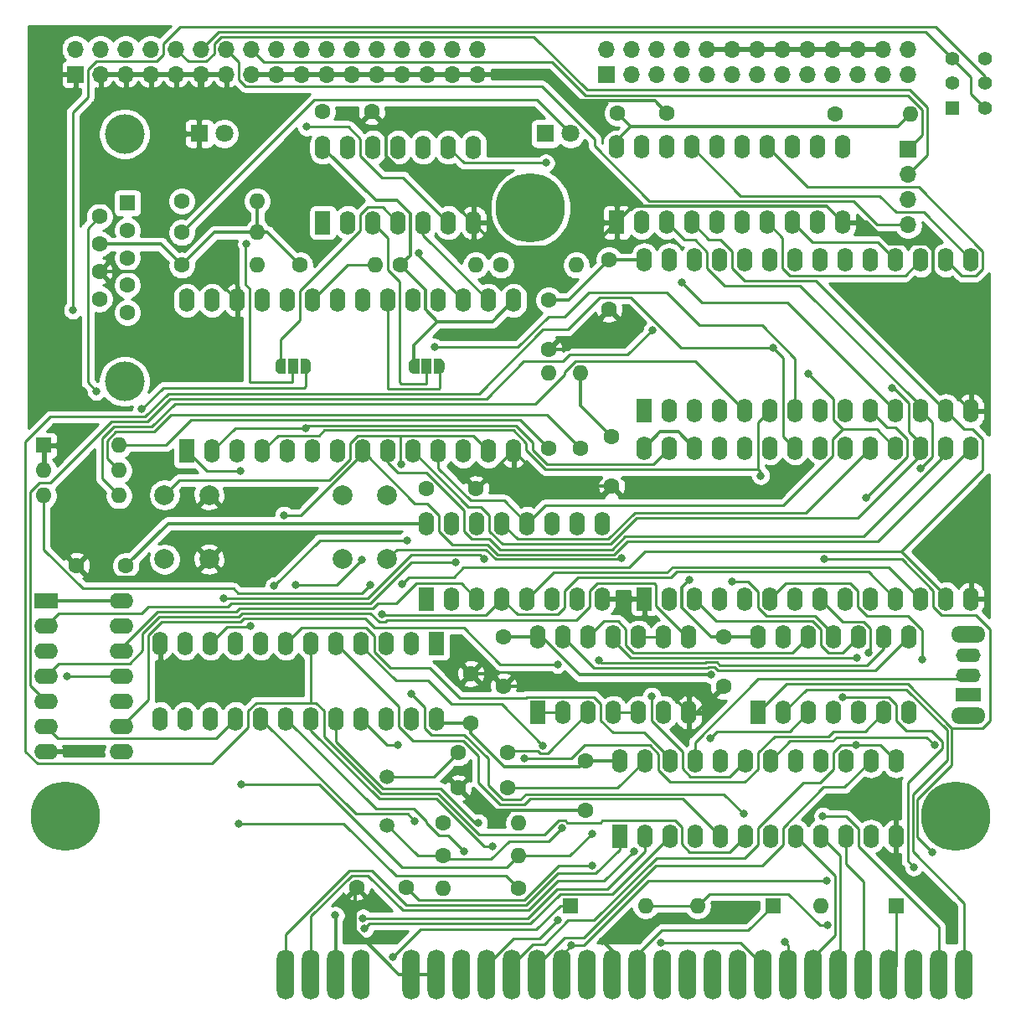
<source format=gbl>
G04 #@! TF.GenerationSoftware,KiCad,Pcbnew,(5.1.6)-1*
G04 #@! TF.CreationDate,2020-07-28T06:48:23+03:00*
G04 #@! TF.ProjectId,PlusD_Clone_1_3,506c7573-445f-4436-9c6f-6e655f315f33,rev?*
G04 #@! TF.SameCoordinates,Original*
G04 #@! TF.FileFunction,Copper,L2,Bot*
G04 #@! TF.FilePolarity,Positive*
%FSLAX46Y46*%
G04 Gerber Fmt 4.6, Leading zero omitted, Abs format (unit mm)*
G04 Created by KiCad (PCBNEW (5.1.6)-1) date 2020-07-28 06:48:23*
%MOMM*%
%LPD*%
G01*
G04 APERTURE LIST*
G04 #@! TA.AperFunction,ComponentPad*
%ADD10O,1.700000X1.700000*%
G04 #@! TD*
G04 #@! TA.AperFunction,ComponentPad*
%ADD11R,1.700000X1.700000*%
G04 #@! TD*
G04 #@! TA.AperFunction,ComponentPad*
%ADD12C,1.400000*%
G04 #@! TD*
G04 #@! TA.AperFunction,ComponentPad*
%ADD13R,1.400000X1.400000*%
G04 #@! TD*
G04 #@! TA.AperFunction,ComponentPad*
%ADD14O,1.600000X2.400000*%
G04 #@! TD*
G04 #@! TA.AperFunction,ComponentPad*
%ADD15R,1.600000X2.400000*%
G04 #@! TD*
G04 #@! TA.AperFunction,ComponentPad*
%ADD16O,3.500000X1.700000*%
G04 #@! TD*
G04 #@! TA.AperFunction,ComponentPad*
%ADD17O,2.500000X1.400000*%
G04 #@! TD*
G04 #@! TA.AperFunction,ComponentPad*
%ADD18R,2.500000X1.400000*%
G04 #@! TD*
G04 #@! TA.AperFunction,ComponentPad*
%ADD19O,1.600000X1.600000*%
G04 #@! TD*
G04 #@! TA.AperFunction,ComponentPad*
%ADD20C,1.600000*%
G04 #@! TD*
G04 #@! TA.AperFunction,ComponentPad*
%ADD21C,4.000000*%
G04 #@! TD*
G04 #@! TA.AperFunction,ComponentPad*
%ADD22R,1.600000X1.600000*%
G04 #@! TD*
G04 #@! TA.AperFunction,SMDPad,CuDef*
%ADD23R,1.000000X1.500000*%
G04 #@! TD*
G04 #@! TA.AperFunction,SMDPad,CuDef*
%ADD24C,0.100000*%
G04 #@! TD*
G04 #@! TA.AperFunction,ComponentPad*
%ADD25O,2.400000X1.600000*%
G04 #@! TD*
G04 #@! TA.AperFunction,ComponentPad*
%ADD26R,2.400000X1.600000*%
G04 #@! TD*
G04 #@! TA.AperFunction,ComponentPad*
%ADD27C,7.000000*%
G04 #@! TD*
G04 #@! TA.AperFunction,ComponentPad*
%ADD28C,0.800000*%
G04 #@! TD*
G04 #@! TA.AperFunction,ComponentPad*
%ADD29C,2.000000*%
G04 #@! TD*
G04 #@! TA.AperFunction,ConnectorPad*
%ADD30O,1.778000X5.080000*%
G04 #@! TD*
G04 #@! TA.AperFunction,ComponentPad*
%ADD31C,1.800000*%
G04 #@! TD*
G04 #@! TA.AperFunction,ComponentPad*
%ADD32R,1.800000X1.800000*%
G04 #@! TD*
G04 #@! TA.AperFunction,ComponentPad*
%ADD33C,1.500000*%
G04 #@! TD*
G04 #@! TA.AperFunction,ViaPad*
%ADD34C,0.800000*%
G04 #@! TD*
G04 #@! TA.AperFunction,Conductor*
%ADD35C,0.350000*%
G04 #@! TD*
G04 #@! TA.AperFunction,Conductor*
%ADD36C,0.250000*%
G04 #@! TD*
G04 #@! TA.AperFunction,Conductor*
%ADD37C,0.254000*%
G04 #@! TD*
G04 APERTURE END LIST*
D10*
X153162000Y-46228000D03*
X153162000Y-43688000D03*
X153162000Y-41148000D03*
D11*
X153162000Y-38608000D03*
D12*
X160907000Y-29417000D03*
X160907000Y-31917000D03*
X160907000Y-34417000D03*
X157607000Y-29417000D03*
X157607000Y-31917000D03*
D13*
X157607000Y-34417000D03*
D14*
X126500000Y-49760000D03*
X159520000Y-65000000D03*
X129040000Y-49760000D03*
X156980000Y-65000000D03*
X131580000Y-49760000D03*
X154440000Y-65000000D03*
X134120000Y-49760000D03*
X151900000Y-65000000D03*
X136660000Y-49760000D03*
X149360000Y-65000000D03*
X139200000Y-49760000D03*
X146820000Y-65000000D03*
X141740000Y-49760000D03*
X144280000Y-65000000D03*
X144280000Y-49760000D03*
X141740000Y-65000000D03*
X146820000Y-49760000D03*
X139200000Y-65000000D03*
X149360000Y-49760000D03*
X136660000Y-65000000D03*
X151900000Y-49760000D03*
X134120000Y-65000000D03*
X154440000Y-49760000D03*
X131580000Y-65000000D03*
X156980000Y-49760000D03*
X129040000Y-65000000D03*
X159520000Y-49760000D03*
D15*
X126500000Y-65000000D03*
D16*
X159258000Y-87626000D03*
X159258000Y-95826000D03*
D17*
X159258000Y-89726000D03*
X159258000Y-91726000D03*
D18*
X159258000Y-93726000D03*
D19*
X116840000Y-61214000D03*
D20*
X116840000Y-68834000D03*
D21*
X73950000Y-62040000D03*
X73950000Y-37040000D03*
D20*
X71410000Y-53695000D03*
X71410000Y-50925000D03*
X71410000Y-48155000D03*
X71410000Y-45385000D03*
X74250000Y-55080000D03*
X74250000Y-52310000D03*
X74250000Y-49540000D03*
X74250000Y-46770000D03*
D22*
X74250000Y-44000000D03*
D19*
X73406000Y-68500000D03*
X65786000Y-73580000D03*
X73406000Y-71040000D03*
X65786000Y-71040000D03*
X73406000Y-73580000D03*
D22*
X65786000Y-68500000D03*
D23*
X91000000Y-60500000D03*
G04 #@! TA.AperFunction,SMDPad,CuDef*
D24*
G36*
X92300000Y-59750602D02*
G01*
X92324534Y-59750602D01*
X92373365Y-59755412D01*
X92421490Y-59764984D01*
X92468445Y-59779228D01*
X92513778Y-59798005D01*
X92557051Y-59821136D01*
X92597850Y-59848396D01*
X92635779Y-59879524D01*
X92670476Y-59914221D01*
X92701604Y-59952150D01*
X92728864Y-59992949D01*
X92751995Y-60036222D01*
X92770772Y-60081555D01*
X92785016Y-60128510D01*
X92794588Y-60176635D01*
X92799398Y-60225466D01*
X92799398Y-60250000D01*
X92800000Y-60250000D01*
X92800000Y-60750000D01*
X92799398Y-60750000D01*
X92799398Y-60774534D01*
X92794588Y-60823365D01*
X92785016Y-60871490D01*
X92770772Y-60918445D01*
X92751995Y-60963778D01*
X92728864Y-61007051D01*
X92701604Y-61047850D01*
X92670476Y-61085779D01*
X92635779Y-61120476D01*
X92597850Y-61151604D01*
X92557051Y-61178864D01*
X92513778Y-61201995D01*
X92468445Y-61220772D01*
X92421490Y-61235016D01*
X92373365Y-61244588D01*
X92324534Y-61249398D01*
X92300000Y-61249398D01*
X92300000Y-61250000D01*
X91750000Y-61250000D01*
X91750000Y-59750000D01*
X92300000Y-59750000D01*
X92300000Y-59750602D01*
G37*
G04 #@! TD.AperFunction*
G04 #@! TA.AperFunction,SMDPad,CuDef*
G36*
X90250000Y-61250000D02*
G01*
X89700000Y-61250000D01*
X89700000Y-61249398D01*
X89675466Y-61249398D01*
X89626635Y-61244588D01*
X89578510Y-61235016D01*
X89531555Y-61220772D01*
X89486222Y-61201995D01*
X89442949Y-61178864D01*
X89402150Y-61151604D01*
X89364221Y-61120476D01*
X89329524Y-61085779D01*
X89298396Y-61047850D01*
X89271136Y-61007051D01*
X89248005Y-60963778D01*
X89229228Y-60918445D01*
X89214984Y-60871490D01*
X89205412Y-60823365D01*
X89200602Y-60774534D01*
X89200602Y-60750000D01*
X89200000Y-60750000D01*
X89200000Y-60250000D01*
X89200602Y-60250000D01*
X89200602Y-60225466D01*
X89205412Y-60176635D01*
X89214984Y-60128510D01*
X89229228Y-60081555D01*
X89248005Y-60036222D01*
X89271136Y-59992949D01*
X89298396Y-59952150D01*
X89329524Y-59914221D01*
X89364221Y-59879524D01*
X89402150Y-59848396D01*
X89442949Y-59821136D01*
X89486222Y-59798005D01*
X89531555Y-59779228D01*
X89578510Y-59764984D01*
X89626635Y-59755412D01*
X89675466Y-59750602D01*
X89700000Y-59750602D01*
X89700000Y-59750000D01*
X90250000Y-59750000D01*
X90250000Y-61250000D01*
G37*
G04 #@! TD.AperFunction*
D23*
X104500000Y-60500000D03*
G04 #@! TA.AperFunction,SMDPad,CuDef*
D24*
G36*
X103200000Y-61249398D02*
G01*
X103175466Y-61249398D01*
X103126635Y-61244588D01*
X103078510Y-61235016D01*
X103031555Y-61220772D01*
X102986222Y-61201995D01*
X102942949Y-61178864D01*
X102902150Y-61151604D01*
X102864221Y-61120476D01*
X102829524Y-61085779D01*
X102798396Y-61047850D01*
X102771136Y-61007051D01*
X102748005Y-60963778D01*
X102729228Y-60918445D01*
X102714984Y-60871490D01*
X102705412Y-60823365D01*
X102700602Y-60774534D01*
X102700602Y-60750000D01*
X102700000Y-60750000D01*
X102700000Y-60250000D01*
X102700602Y-60250000D01*
X102700602Y-60225466D01*
X102705412Y-60176635D01*
X102714984Y-60128510D01*
X102729228Y-60081555D01*
X102748005Y-60036222D01*
X102771136Y-59992949D01*
X102798396Y-59952150D01*
X102829524Y-59914221D01*
X102864221Y-59879524D01*
X102902150Y-59848396D01*
X102942949Y-59821136D01*
X102986222Y-59798005D01*
X103031555Y-59779228D01*
X103078510Y-59764984D01*
X103126635Y-59755412D01*
X103175466Y-59750602D01*
X103200000Y-59750602D01*
X103200000Y-59750000D01*
X103750000Y-59750000D01*
X103750000Y-61250000D01*
X103200000Y-61250000D01*
X103200000Y-61249398D01*
G37*
G04 #@! TD.AperFunction*
G04 #@! TA.AperFunction,SMDPad,CuDef*
G36*
X105250000Y-59750000D02*
G01*
X105800000Y-59750000D01*
X105800000Y-59750602D01*
X105824534Y-59750602D01*
X105873365Y-59755412D01*
X105921490Y-59764984D01*
X105968445Y-59779228D01*
X106013778Y-59798005D01*
X106057051Y-59821136D01*
X106097850Y-59848396D01*
X106135779Y-59879524D01*
X106170476Y-59914221D01*
X106201604Y-59952150D01*
X106228864Y-59992949D01*
X106251995Y-60036222D01*
X106270772Y-60081555D01*
X106285016Y-60128510D01*
X106294588Y-60176635D01*
X106299398Y-60225466D01*
X106299398Y-60250000D01*
X106300000Y-60250000D01*
X106300000Y-60750000D01*
X106299398Y-60750000D01*
X106299398Y-60774534D01*
X106294588Y-60823365D01*
X106285016Y-60871490D01*
X106270772Y-60918445D01*
X106251995Y-60963778D01*
X106228864Y-61007051D01*
X106201604Y-61047850D01*
X106170476Y-61085779D01*
X106135779Y-61120476D01*
X106097850Y-61151604D01*
X106057051Y-61178864D01*
X106013778Y-61201995D01*
X105968445Y-61220772D01*
X105921490Y-61235016D01*
X105873365Y-61244588D01*
X105824534Y-61249398D01*
X105800000Y-61249398D01*
X105800000Y-61250000D01*
X105250000Y-61250000D01*
X105250000Y-59750000D01*
G37*
G04 #@! TD.AperFunction*
D19*
X109474000Y-50292000D03*
D20*
X101854000Y-50292000D03*
D14*
X115762000Y-87880000D03*
X131002000Y-95500000D03*
X118302000Y-87880000D03*
X128462000Y-95500000D03*
X120842000Y-87880000D03*
X125922000Y-95500000D03*
X123382000Y-87880000D03*
X123382000Y-95500000D03*
X125922000Y-87880000D03*
X120842000Y-95500000D03*
X128462000Y-87880000D03*
X118302000Y-95500000D03*
X131002000Y-87880000D03*
D15*
X115762000Y-95500000D03*
D14*
X105500000Y-96120000D03*
X77560000Y-88500000D03*
X102960000Y-96120000D03*
X80100000Y-88500000D03*
X100420000Y-96120000D03*
X82640000Y-88500000D03*
X97880000Y-96120000D03*
X85180000Y-88500000D03*
X95340000Y-96120000D03*
X87720000Y-88500000D03*
X92800000Y-96120000D03*
X90260000Y-88500000D03*
X90260000Y-96120000D03*
X92800000Y-88500000D03*
X87720000Y-96120000D03*
X95340000Y-88500000D03*
X85180000Y-96120000D03*
X97880000Y-88500000D03*
X82640000Y-96120000D03*
X100420000Y-88500000D03*
X80100000Y-96120000D03*
X102960000Y-88500000D03*
X77560000Y-96120000D03*
D15*
X105500000Y-88500000D03*
D14*
X94000000Y-38380000D03*
X109240000Y-46000000D03*
X96540000Y-38380000D03*
X106700000Y-46000000D03*
X99080000Y-38380000D03*
X104160000Y-46000000D03*
X101620000Y-38380000D03*
X101620000Y-46000000D03*
X104160000Y-38380000D03*
X99080000Y-46000000D03*
X106700000Y-38380000D03*
X96540000Y-46000000D03*
X109240000Y-38380000D03*
D15*
X94000000Y-46000000D03*
D25*
X73660000Y-84201000D03*
X66040000Y-99441000D03*
X73660000Y-86741000D03*
X66040000Y-96901000D03*
X73660000Y-89281000D03*
X66040000Y-94361000D03*
X73660000Y-91821000D03*
X66040000Y-91821000D03*
X73660000Y-94361000D03*
X66040000Y-89281000D03*
X73660000Y-96901000D03*
X66040000Y-86741000D03*
X73660000Y-99441000D03*
D26*
X66040000Y-84201000D03*
D19*
X153416000Y-35052000D03*
D20*
X145796000Y-35052000D03*
D14*
X138000000Y-87880000D03*
X153240000Y-95500000D03*
X140540000Y-87880000D03*
X150700000Y-95500000D03*
X143080000Y-87880000D03*
X148160000Y-95500000D03*
X145620000Y-87880000D03*
X145620000Y-95500000D03*
X148160000Y-87880000D03*
X143080000Y-95500000D03*
X150700000Y-87880000D03*
X140540000Y-95500000D03*
X153240000Y-87880000D03*
D15*
X138000000Y-95500000D03*
D27*
X115000000Y-44500000D03*
D28*
X117625000Y-44500000D03*
X116856155Y-46356155D03*
X115000000Y-47125000D03*
X113143845Y-46356155D03*
X112375000Y-44500000D03*
X113143845Y-42643845D03*
X115000000Y-41875000D03*
X116856155Y-42643845D03*
X69856155Y-104143845D03*
X68000000Y-103375000D03*
X66143845Y-104143845D03*
X65375000Y-106000000D03*
X66143845Y-107856155D03*
X68000000Y-108625000D03*
X69856155Y-107856155D03*
X70625000Y-106000000D03*
D27*
X68000000Y-106000000D03*
D28*
X159856155Y-104143845D03*
X158000000Y-103375000D03*
X156143845Y-104143845D03*
X155375000Y-106000000D03*
X156143845Y-107856155D03*
X158000000Y-108625000D03*
X159856155Y-107856155D03*
X160625000Y-106000000D03*
D27*
X158000000Y-106000000D03*
D29*
X96000000Y-73500000D03*
X100500000Y-73500000D03*
X96000000Y-80000000D03*
X100500000Y-80000000D03*
X78000000Y-73500000D03*
X82500000Y-73500000D03*
X78000000Y-80000000D03*
X82500000Y-80000000D03*
D14*
X123698000Y-38354000D03*
X146558000Y-45974000D03*
X126238000Y-38354000D03*
X144018000Y-45974000D03*
X128778000Y-38354000D03*
X141478000Y-45974000D03*
X131318000Y-38354000D03*
X138938000Y-45974000D03*
X133858000Y-38354000D03*
X136398000Y-45974000D03*
X136398000Y-38354000D03*
X133858000Y-45974000D03*
X138938000Y-38354000D03*
X131318000Y-45974000D03*
X141478000Y-38354000D03*
X128778000Y-45974000D03*
X144018000Y-38354000D03*
X126238000Y-45974000D03*
X146558000Y-38354000D03*
D15*
X123698000Y-45974000D03*
D14*
X104500000Y-76380000D03*
X122280000Y-84000000D03*
X107040000Y-76380000D03*
X119740000Y-84000000D03*
X109580000Y-76380000D03*
X117200000Y-84000000D03*
X112120000Y-76380000D03*
X114660000Y-84000000D03*
X114660000Y-76380000D03*
X112120000Y-84000000D03*
X117200000Y-76380000D03*
X109580000Y-84000000D03*
X119740000Y-76380000D03*
X107040000Y-84000000D03*
X122280000Y-76380000D03*
D15*
X104500000Y-84000000D03*
D14*
X124000000Y-100380000D03*
X151940000Y-108000000D03*
X126540000Y-100380000D03*
X149400000Y-108000000D03*
X129080000Y-100380000D03*
X146860000Y-108000000D03*
X131620000Y-100380000D03*
X144320000Y-108000000D03*
X134160000Y-100380000D03*
X141780000Y-108000000D03*
X136700000Y-100380000D03*
X139240000Y-108000000D03*
X139240000Y-100380000D03*
X136700000Y-108000000D03*
X141780000Y-100380000D03*
X134160000Y-108000000D03*
X144320000Y-100380000D03*
X131620000Y-108000000D03*
X146860000Y-100380000D03*
X129080000Y-108000000D03*
X149400000Y-100380000D03*
X126540000Y-108000000D03*
X151940000Y-100380000D03*
D15*
X124000000Y-108000000D03*
D14*
X126500000Y-68760000D03*
X159520000Y-84000000D03*
X129040000Y-68760000D03*
X156980000Y-84000000D03*
X131580000Y-68760000D03*
X154440000Y-84000000D03*
X134120000Y-68760000D03*
X151900000Y-84000000D03*
X136660000Y-68760000D03*
X149360000Y-84000000D03*
X139200000Y-68760000D03*
X146820000Y-84000000D03*
X141740000Y-68760000D03*
X144280000Y-84000000D03*
X144280000Y-68760000D03*
X141740000Y-84000000D03*
X146820000Y-68760000D03*
X139200000Y-84000000D03*
X149360000Y-68760000D03*
X136660000Y-84000000D03*
X151900000Y-68760000D03*
X134120000Y-84000000D03*
X154440000Y-68760000D03*
X131580000Y-84000000D03*
X156980000Y-68760000D03*
X129040000Y-84000000D03*
X159520000Y-68760000D03*
D15*
X126500000Y-84000000D03*
D14*
X80264000Y-53848000D03*
X113284000Y-69088000D03*
X82804000Y-53848000D03*
X110744000Y-69088000D03*
X85344000Y-53848000D03*
X108204000Y-69088000D03*
X87884000Y-53848000D03*
X105664000Y-69088000D03*
X90424000Y-53848000D03*
X103124000Y-69088000D03*
X92964000Y-53848000D03*
X100584000Y-69088000D03*
X95504000Y-53848000D03*
X98044000Y-69088000D03*
X98044000Y-53848000D03*
X95504000Y-69088000D03*
X100584000Y-53848000D03*
X92964000Y-69088000D03*
X103124000Y-53848000D03*
X90424000Y-69088000D03*
X105664000Y-53848000D03*
X87884000Y-69088000D03*
X108204000Y-53848000D03*
X85344000Y-69088000D03*
X110744000Y-53848000D03*
X82804000Y-69088000D03*
X113284000Y-53848000D03*
D15*
X80264000Y-69088000D03*
D19*
X120015000Y-61214000D03*
D20*
X120015000Y-68834000D03*
D19*
X87376000Y-43815000D03*
D20*
X79756000Y-43815000D03*
D19*
X113792000Y-106680000D03*
D20*
X106172000Y-106680000D03*
D19*
X113792000Y-109982000D03*
D20*
X106172000Y-109982000D03*
D19*
X106172000Y-113284000D03*
D20*
X113792000Y-113284000D03*
D19*
X87376000Y-46990000D03*
D20*
X79756000Y-46990000D03*
D19*
X119634000Y-50292000D03*
D20*
X112014000Y-50292000D03*
D19*
X99314000Y-50292000D03*
D20*
X91694000Y-50292000D03*
D19*
X87376000Y-50292000D03*
D20*
X79756000Y-50292000D03*
D30*
X90218000Y-121960000D03*
X92758000Y-121960000D03*
X97838000Y-121960000D03*
X102918000Y-121960000D03*
X105458000Y-121960000D03*
X95298000Y-121960000D03*
X153718000Y-121960000D03*
X158798000Y-121960000D03*
X125778000Y-121960000D03*
X133398000Y-121960000D03*
X146098000Y-121960000D03*
X141018000Y-121960000D03*
X118158000Y-121960000D03*
X148638000Y-121960000D03*
X107998000Y-121960000D03*
X123238000Y-121960000D03*
X130858000Y-121960000D03*
X135938000Y-121960000D03*
X143558000Y-121960000D03*
X115618000Y-121960000D03*
X156258000Y-121960000D03*
X128318000Y-121960000D03*
X113078000Y-121960000D03*
X110538000Y-121960000D03*
X120698000Y-121960000D03*
X151178000Y-121960000D03*
X138478000Y-121960000D03*
D10*
X153162000Y-28460000D03*
X153162000Y-31000000D03*
X150622000Y-28460000D03*
X150622000Y-31000000D03*
X148082000Y-28460000D03*
X148082000Y-31000000D03*
X145542000Y-28460000D03*
X145542000Y-31000000D03*
X143002000Y-28460000D03*
X143002000Y-31000000D03*
X140462000Y-28460000D03*
X140462000Y-31000000D03*
X137922000Y-28460000D03*
X137922000Y-31000000D03*
X135382000Y-28460000D03*
X135382000Y-31000000D03*
X132842000Y-28460000D03*
X132842000Y-31000000D03*
X130302000Y-28460000D03*
X130302000Y-31000000D03*
X127762000Y-28460000D03*
X127762000Y-31000000D03*
X125222000Y-28460000D03*
X125222000Y-31000000D03*
X122682000Y-28460000D03*
D11*
X122682000Y-31000000D03*
D20*
X122936000Y-49737000D03*
X122936000Y-54737000D03*
X108966000Y-96567000D03*
X108966000Y-91567000D03*
X134493000Y-87837000D03*
X134493000Y-92837000D03*
X112268000Y-87837000D03*
X112268000Y-92837000D03*
X104474000Y-72898000D03*
X109474000Y-72898000D03*
X123778000Y-34925000D03*
X128778000Y-34925000D03*
X74088000Y-80645000D03*
X69088000Y-80645000D03*
X93933000Y-34798000D03*
X98933000Y-34798000D03*
X120523000Y-100410000D03*
X120523000Y-105410000D03*
X123190000Y-67644000D03*
X123190000Y-72644000D03*
X116840000Y-53801000D03*
X116840000Y-58801000D03*
X112696000Y-99568000D03*
X107696000Y-99568000D03*
D11*
X69000000Y-31000000D03*
D10*
X69000000Y-28460000D03*
X71540000Y-31000000D03*
X71540000Y-28460000D03*
X74080000Y-31000000D03*
X74080000Y-28460000D03*
X76620000Y-31000000D03*
X76620000Y-28460000D03*
X79160000Y-31000000D03*
X79160000Y-28460000D03*
X81700000Y-31000000D03*
X81700000Y-28460000D03*
X84240000Y-31000000D03*
X84240000Y-28460000D03*
X86780000Y-31000000D03*
X86780000Y-28460000D03*
X89320000Y-31000000D03*
X89320000Y-28460000D03*
X91860000Y-31000000D03*
X91860000Y-28460000D03*
X94400000Y-31000000D03*
X94400000Y-28460000D03*
X96940000Y-31000000D03*
X96940000Y-28460000D03*
X99480000Y-31000000D03*
X99480000Y-28460000D03*
X102020000Y-31000000D03*
X102020000Y-28460000D03*
X104560000Y-31000000D03*
X104560000Y-28460000D03*
X107100000Y-31000000D03*
X107100000Y-28460000D03*
X109640000Y-31000000D03*
X109640000Y-28460000D03*
D31*
X119040000Y-37000000D03*
D32*
X116500000Y-37000000D03*
D19*
X126620000Y-115000000D03*
D22*
X119000000Y-115000000D03*
D19*
X131880000Y-115000000D03*
D22*
X139500000Y-115000000D03*
X152000000Y-115000000D03*
D19*
X144380000Y-115000000D03*
D31*
X84040000Y-37000000D03*
D32*
X81500000Y-37000000D03*
D20*
X112696000Y-103124000D03*
X107696000Y-103124000D03*
X102409000Y-113157000D03*
X97409000Y-113157000D03*
D33*
X100500000Y-102000000D03*
X100500000Y-106900000D03*
D34*
X122259900Y-118559600D03*
X85678700Y-71074400D03*
X127243400Y-93831700D03*
X155815900Y-98786100D03*
X85465100Y-106693200D03*
X124178600Y-79898300D03*
X86297200Y-48169800D03*
X92360500Y-36321700D03*
X75719100Y-64845900D03*
X116541600Y-39966900D03*
X68131600Y-91821000D03*
X117728700Y-90632400D03*
X107401200Y-80334900D03*
X68719600Y-54821300D03*
X118165500Y-107147900D03*
X147969600Y-89962300D03*
X114402200Y-100155700D03*
X98803600Y-82625000D03*
X101950100Y-70424500D03*
X128155100Y-118735600D03*
X121221500Y-110979600D03*
X110297700Y-79944300D03*
X83999000Y-83959700D03*
X155615000Y-109613700D03*
X144650400Y-79990200D03*
X148938600Y-73805500D03*
X121870900Y-90237300D03*
X117724400Y-116452400D03*
X133127700Y-98083100D03*
X125433400Y-109513800D03*
X140693600Y-118668400D03*
X146558600Y-93931800D03*
X153718000Y-111090900D03*
X135408900Y-82226300D03*
X144552300Y-105959600D03*
X100006800Y-85558200D03*
X130286000Y-52026400D03*
X154440000Y-70827400D03*
X102006900Y-82481800D03*
X101625400Y-98765100D03*
X90069200Y-75557100D03*
X109733600Y-106657600D03*
X97975500Y-80026300D03*
X91223100Y-82602600D03*
X111171700Y-109048900D03*
X108290300Y-109515400D03*
X102508900Y-78094700D03*
X89083100Y-82684000D03*
X151515500Y-62718300D03*
X139504500Y-58616400D03*
X103308600Y-106455000D03*
X143104600Y-61279400D03*
X105284600Y-58578200D03*
X116261800Y-98858600D03*
X119112200Y-119036600D03*
X144927300Y-112472700D03*
X138254700Y-71551100D03*
X154596700Y-90128600D03*
X92307800Y-66724600D03*
X102960000Y-93598300D03*
X136590300Y-105754000D03*
X98057500Y-116260100D03*
X98224400Y-117320200D03*
X149191200Y-89451900D03*
X147928200Y-98787200D03*
X103675000Y-49075300D03*
X127330000Y-56821500D03*
X71115600Y-63018800D03*
X86646000Y-86736400D03*
X101067800Y-120184100D03*
X131091800Y-82100200D03*
X133291300Y-91699500D03*
X95276500Y-115994600D03*
X144989600Y-117000800D03*
X121229200Y-107709200D03*
X85760300Y-102722800D03*
D35*
X123238000Y-121960000D02*
X123238000Y-119537700D01*
X123238000Y-119537700D02*
X122259900Y-118559600D01*
X97409000Y-113157000D02*
X97226400Y-113339600D01*
X97226400Y-113339600D02*
X97226400Y-117509800D01*
X97226400Y-117509800D02*
X101676600Y-121960000D01*
X101676600Y-121960000D02*
X102918000Y-121960000D01*
X134493000Y-92837000D02*
X131830000Y-95500000D01*
X131830000Y-95500000D02*
X131002000Y-95500000D01*
X98933000Y-34798000D02*
X100394700Y-36259700D01*
X100394700Y-36259700D02*
X100394700Y-39287500D01*
X100394700Y-39287500D02*
X101624500Y-40517300D01*
X101624500Y-40517300D02*
X103757300Y-40517300D01*
X103757300Y-40517300D02*
X109240000Y-46000000D01*
X123698000Y-45974000D02*
X121224200Y-48447800D01*
X121224200Y-48447800D02*
X111687800Y-48447800D01*
X111687800Y-48447800D02*
X109240000Y-46000000D01*
X146558000Y-45974000D02*
X144914200Y-44330200D01*
X144914200Y-44330200D02*
X125341800Y-44330200D01*
X125341800Y-44330200D02*
X123698000Y-45974000D01*
X112268000Y-92837000D02*
X128339000Y-92837000D01*
X128339000Y-92837000D02*
X131002000Y-95500000D01*
X108966000Y-91567000D02*
X110998000Y-91567000D01*
X110998000Y-91567000D02*
X112268000Y-92837000D01*
X122936000Y-54737000D02*
X118872000Y-58801000D01*
X118872000Y-58801000D02*
X116840000Y-58801000D01*
X159520000Y-65000000D02*
X155710000Y-61190000D01*
X155710000Y-61190000D02*
X155710000Y-48816700D01*
X155710000Y-48816700D02*
X155027900Y-48134600D01*
X155027900Y-48134600D02*
X151185700Y-48134600D01*
X151185700Y-48134600D02*
X149025100Y-45974000D01*
X149025100Y-45974000D02*
X146558000Y-45974000D01*
X109474000Y-72898000D02*
X113284000Y-69088000D01*
X113284000Y-69088000D02*
X116840000Y-72644000D01*
X116840000Y-72644000D02*
X123190000Y-72644000D01*
X82500000Y-80000000D02*
X80629700Y-81870300D01*
X80629700Y-81870300D02*
X70313300Y-81870300D01*
X70313300Y-81870300D02*
X69088000Y-80645000D01*
X107696000Y-103124000D02*
X109982000Y-105410000D01*
X109982000Y-105410000D02*
X120523000Y-105410000D01*
X126500000Y-84000000D02*
X122280000Y-84000000D01*
X109640000Y-31000000D02*
X117128300Y-31000000D01*
X117128300Y-31000000D02*
X119828000Y-33699700D01*
X119828000Y-33699700D02*
X127552700Y-33699700D01*
X127552700Y-33699700D02*
X128778000Y-34925000D01*
X107100000Y-31000000D02*
X109640000Y-31000000D01*
X140462000Y-28460000D02*
X143002000Y-28460000D01*
X137922000Y-28460000D02*
X140462000Y-28460000D01*
X102020000Y-31000000D02*
X104560000Y-31000000D01*
X99480000Y-31000000D02*
X102020000Y-31000000D01*
X145542000Y-28460000D02*
X148082000Y-28460000D01*
X96940000Y-31000000D02*
X99480000Y-31000000D01*
X94400000Y-31000000D02*
X96940000Y-31000000D01*
X132842000Y-28460000D02*
X135382000Y-28460000D01*
X65786000Y-71040000D02*
X65786000Y-68500000D01*
X91860000Y-31000000D02*
X94400000Y-31000000D01*
X81500000Y-31000000D02*
X79160000Y-31000000D01*
X81700000Y-31000000D02*
X81500000Y-31000000D01*
X81500000Y-31000000D02*
X81500000Y-37000000D01*
X85344000Y-53848000D02*
X83428700Y-51932700D01*
X83428700Y-51932700D02*
X75909800Y-51932700D01*
X75909800Y-51932700D02*
X74902100Y-50925000D01*
X74902100Y-50925000D02*
X71410000Y-50925000D01*
X105458000Y-121960000D02*
X102918000Y-121960000D01*
X135382000Y-28460000D02*
X137922000Y-28460000D01*
X74080000Y-31000000D02*
X71540000Y-31000000D01*
X76620000Y-31000000D02*
X74080000Y-31000000D01*
X79160000Y-31000000D02*
X76620000Y-31000000D01*
X84240000Y-31000000D02*
X81700000Y-31000000D01*
X89320000Y-31000000D02*
X86780000Y-31000000D01*
X107100000Y-31000000D02*
X104560000Y-31000000D01*
D36*
X90260000Y-88500000D02*
X91847900Y-86912100D01*
X91847900Y-86912100D02*
X98364200Y-86912100D01*
X98364200Y-86912100D02*
X99244700Y-87792600D01*
X99244700Y-87792600D02*
X99244700Y-89386800D01*
X99244700Y-89386800D02*
X100841500Y-90983600D01*
X100841500Y-90983600D02*
X104776300Y-90983600D01*
X104776300Y-90983600D02*
X107839700Y-94047000D01*
X107839700Y-94047000D02*
X114535300Y-94047000D01*
X114535300Y-94047000D02*
X114665400Y-93916900D01*
X114665400Y-93916900D02*
X121381300Y-93916900D01*
X121381300Y-93916900D02*
X122112000Y-94647600D01*
X122112000Y-94647600D02*
X122112000Y-96342600D01*
X122112000Y-96342600D02*
X123308500Y-97539100D01*
X123308500Y-97539100D02*
X126504500Y-97539100D01*
X126504500Y-97539100D02*
X129080000Y-100114600D01*
X129080000Y-100114600D02*
X129080000Y-100380000D01*
X85678700Y-71074400D02*
X82250400Y-71074400D01*
X82250400Y-71074400D02*
X80264000Y-69088000D01*
X128462000Y-87880000D02*
X125922000Y-87880000D01*
X136700000Y-100380000D02*
X135079100Y-102000900D01*
X135079100Y-102000900D02*
X131175800Y-102000900D01*
X131175800Y-102000900D02*
X130350000Y-101175100D01*
X130350000Y-101175100D02*
X130350000Y-99458300D01*
X130350000Y-99458300D02*
X127243500Y-96351800D01*
X127243500Y-96351800D02*
X127243500Y-93831700D01*
X127243500Y-93831700D02*
X127243400Y-93831700D01*
X139240000Y-100380000D02*
X141237800Y-98382200D01*
X141237800Y-98382200D02*
X145532800Y-98382200D01*
X145532800Y-98382200D02*
X145944800Y-97970200D01*
X145944800Y-97970200D02*
X155000000Y-97970200D01*
X155000000Y-97970200D02*
X155815900Y-98786100D01*
X113792000Y-113284000D02*
X112489600Y-111981600D01*
X112489600Y-111981600D02*
X101397800Y-111981600D01*
X101397800Y-111981600D02*
X96109400Y-106693200D01*
X96109400Y-106693200D02*
X85465100Y-106693200D01*
X115762000Y-95500000D02*
X118302000Y-95500000D01*
X157607000Y-29417000D02*
X159482400Y-31292400D01*
X159482400Y-31292400D02*
X159482400Y-32992400D01*
X159482400Y-32992400D02*
X160907000Y-34417000D01*
X157607000Y-29417000D02*
X154886400Y-26696400D01*
X154886400Y-26696400D02*
X83463600Y-26696400D01*
X83463600Y-26696400D02*
X81700000Y-28460000D01*
X119040000Y-37000000D02*
X115638200Y-33598200D01*
X115638200Y-33598200D02*
X93147800Y-33598200D01*
X93147800Y-33598200D02*
X79756000Y-46990000D01*
X124178600Y-79898300D02*
X124067700Y-80009200D01*
X124067700Y-80009200D02*
X111459100Y-80009200D01*
X111459100Y-80009200D02*
X110453900Y-79004000D01*
X110453900Y-79004000D02*
X101496000Y-79004000D01*
X101496000Y-79004000D02*
X100500000Y-80000000D01*
X131620000Y-100380000D02*
X131620000Y-98492600D01*
X131620000Y-98492600D02*
X138001500Y-92111100D01*
X138001500Y-92111100D02*
X158872900Y-92111100D01*
X158872900Y-92111100D02*
X159258000Y-91726000D01*
X153162000Y-38608000D02*
X154623400Y-37146600D01*
X154623400Y-37146600D02*
X154623400Y-34591500D01*
X154623400Y-34591500D02*
X153181300Y-33149400D01*
X153181300Y-33149400D02*
X120561000Y-33149400D01*
X120561000Y-33149400D02*
X117141600Y-29730000D01*
X117141600Y-29730000D02*
X88050000Y-29730000D01*
X88050000Y-29730000D02*
X86780000Y-28460000D01*
X90932000Y-60568000D02*
X91000000Y-60500000D01*
X90932000Y-62103000D02*
X90932000Y-60568000D01*
X86170500Y-48296500D02*
X86170500Y-52242400D01*
X86297200Y-48169800D02*
X86170500Y-48296500D01*
X86170500Y-52242400D02*
X86614000Y-52685900D01*
X86614000Y-52685900D02*
X86614000Y-62103000D01*
X86614000Y-62103000D02*
X90932000Y-62103000D01*
X92360500Y-36321700D02*
X96612500Y-36321700D01*
X96612500Y-36321700D02*
X97810000Y-37519200D01*
X97810000Y-37519200D02*
X97810000Y-39222500D01*
X97810000Y-39222500D02*
X100016200Y-41428700D01*
X100016200Y-41428700D02*
X102128700Y-41428700D01*
X102128700Y-41428700D02*
X106700000Y-46000000D01*
X75719100Y-64845900D02*
X77839000Y-62726000D01*
X77839000Y-62726000D02*
X92087000Y-62726000D01*
X92300000Y-62513000D02*
X92300000Y-60500000D01*
X92087000Y-62726000D02*
X92300000Y-62513000D01*
X99314000Y-50292000D02*
X96520000Y-50292000D01*
X96520000Y-50292000D02*
X92964000Y-53848000D01*
X112696000Y-103124000D02*
X123796000Y-103124000D01*
X123796000Y-103124000D02*
X126540000Y-100380000D01*
X106700000Y-38380000D02*
X108286900Y-39966900D01*
X108286900Y-39966900D02*
X116541600Y-39966900D01*
X104500000Y-60772600D02*
X104500000Y-60500000D01*
X100584000Y-47504000D02*
X100584000Y-50773600D01*
X104474020Y-62276980D02*
X104500000Y-62251000D01*
X101759400Y-62135400D02*
X101900980Y-62276980D01*
X104500000Y-62251000D02*
X104500000Y-60500000D01*
X99080000Y-46000000D02*
X100584000Y-47504000D01*
X100584000Y-50773600D02*
X101759400Y-51949000D01*
X101900980Y-62276980D02*
X104474020Y-62276980D01*
X101759400Y-51949000D02*
X101759400Y-62135400D01*
X101620000Y-46000000D02*
X100040100Y-44420100D01*
X100040100Y-44420100D02*
X98568900Y-44420100D01*
X98568900Y-44420100D02*
X97810000Y-45179000D01*
X97810000Y-45179000D02*
X97810000Y-46793100D01*
X97810000Y-46793100D02*
X91694000Y-52909100D01*
X91694000Y-52909100D02*
X91694000Y-55829600D01*
X91694000Y-55829600D02*
X89700000Y-57823600D01*
X89700000Y-57823600D02*
X89700000Y-60500000D01*
X109580000Y-84000000D02*
X108004600Y-82424600D01*
X108004600Y-82424600D02*
X103461700Y-82424600D01*
X103461700Y-82424600D02*
X101442700Y-84443600D01*
X101442700Y-84443600D02*
X99541200Y-84443600D01*
X99541200Y-84443600D02*
X99024400Y-84960400D01*
X99024400Y-84960400D02*
X85594300Y-84960400D01*
X85594300Y-84960400D02*
X85252700Y-85302000D01*
X85252700Y-85302000D02*
X77279000Y-85302000D01*
X77279000Y-85302000D02*
X73660000Y-88921000D01*
X73660000Y-88921000D02*
X73660000Y-89281000D01*
X73660000Y-91821000D02*
X68131600Y-91821000D01*
X66040000Y-91821000D02*
X67310000Y-90551000D01*
X67310000Y-90551000D02*
X74452100Y-90551000D01*
X74452100Y-90551000D02*
X75780300Y-89222800D01*
X75780300Y-89222800D02*
X75780300Y-87508300D01*
X75780300Y-87508300D02*
X77486300Y-85802300D01*
X77486300Y-85802300D02*
X85460000Y-85802300D01*
X85460000Y-85802300D02*
X85801600Y-85460700D01*
X85801600Y-85460700D02*
X98812900Y-85460700D01*
X98812900Y-85460700D02*
X99685700Y-86333500D01*
X99685700Y-86333500D02*
X100328000Y-86333500D01*
X100328000Y-86333500D02*
X100499800Y-86161700D01*
X100499800Y-86161700D02*
X119647100Y-86161700D01*
X119647100Y-86161700D02*
X121010000Y-84798800D01*
X121010000Y-84798800D02*
X121010000Y-83158600D01*
X121010000Y-83158600D02*
X121743900Y-82424700D01*
X121743900Y-82424700D02*
X127510000Y-82424700D01*
X127510000Y-82424700D02*
X127675400Y-82590100D01*
X127675400Y-82590100D02*
X127675400Y-84739200D01*
X127675400Y-84739200D02*
X130816200Y-87880000D01*
X130816200Y-87880000D02*
X131002000Y-87880000D01*
X73660000Y-96901000D02*
X76354400Y-94206600D01*
X76354400Y-94206600D02*
X76354400Y-87641800D01*
X76354400Y-87641800D02*
X77693600Y-86302600D01*
X77693600Y-86302600D02*
X85667300Y-86302600D01*
X85667300Y-86302600D02*
X86008900Y-85961000D01*
X86008900Y-85961000D02*
X98274500Y-85961000D01*
X98274500Y-85961000D02*
X99232400Y-86918900D01*
X99232400Y-86918900D02*
X108235100Y-86918900D01*
X108235100Y-86918900D02*
X111948600Y-90632400D01*
X111948600Y-90632400D02*
X117728700Y-90632400D01*
X66040000Y-86741000D02*
X67310000Y-85471000D01*
X67310000Y-85471000D02*
X75673200Y-85471000D01*
X75673200Y-85471000D02*
X76373800Y-84770400D01*
X76373800Y-84770400D02*
X84440300Y-84770400D01*
X84440300Y-84770400D02*
X84750600Y-84460100D01*
X84750600Y-84460100D02*
X98817000Y-84460100D01*
X98817000Y-84460100D02*
X102942200Y-80334900D01*
X102942200Y-80334900D02*
X107401200Y-80334900D01*
X68719600Y-54821300D02*
X68719600Y-34845400D01*
X68719600Y-34845400D02*
X70270000Y-33295000D01*
X70270000Y-33295000D02*
X70270000Y-30509800D01*
X70270000Y-30509800D02*
X71094400Y-29685400D01*
X71094400Y-29685400D02*
X77209500Y-29685400D01*
X77209500Y-29685400D02*
X77890000Y-29004900D01*
X77890000Y-29004900D02*
X77890000Y-27898400D01*
X77890000Y-27898400D02*
X79603700Y-26184700D01*
X79603700Y-26184700D02*
X155914500Y-26184700D01*
X155914500Y-26184700D02*
X160907000Y-31177200D01*
X160907000Y-31177200D02*
X160907000Y-31917000D01*
X153240000Y-87880000D02*
X149881900Y-91238100D01*
X149881900Y-91238100D02*
X133926400Y-91238100D01*
X133926400Y-91238100D02*
X133612500Y-90924200D01*
X133612500Y-90924200D02*
X132970200Y-90924200D01*
X132970200Y-90924200D02*
X132881600Y-91012800D01*
X132881600Y-91012800D02*
X121434800Y-91012800D01*
X121434800Y-91012800D02*
X118302000Y-87880000D01*
X143080000Y-87880000D02*
X141499600Y-89460400D01*
X141499600Y-89460400D02*
X134271500Y-89460400D01*
X134271500Y-89460400D02*
X134234400Y-89423300D01*
X134234400Y-89423300D02*
X132348300Y-89423300D01*
X132348300Y-89423300D02*
X132311200Y-89460400D01*
X132311200Y-89460400D02*
X125410600Y-89460400D01*
X125410600Y-89460400D02*
X124652000Y-88701800D01*
X124652000Y-88701800D02*
X124652000Y-87048100D01*
X124652000Y-87048100D02*
X123871700Y-86267800D01*
X123871700Y-86267800D02*
X122454200Y-86267800D01*
X122454200Y-86267800D02*
X120842000Y-87880000D01*
X106172000Y-109982000D02*
X106506800Y-110316800D01*
X106506800Y-110316800D02*
X111020200Y-110316800D01*
X111020200Y-110316800D02*
X112813200Y-108523800D01*
X112813200Y-108523800D02*
X116789600Y-108523800D01*
X116789600Y-108523800D02*
X118165500Y-107147900D01*
X106172000Y-109982000D02*
X103582000Y-109982000D01*
X103582000Y-109982000D02*
X100500000Y-106900000D01*
X123382000Y-95500000D02*
X125922000Y-95500000D01*
X147969600Y-89962300D02*
X134065800Y-89962300D01*
X134065800Y-89962300D02*
X134027100Y-89923600D01*
X134027100Y-89923600D02*
X132555600Y-89923600D01*
X132555600Y-89923600D02*
X132516900Y-89962300D01*
X132516900Y-89962300D02*
X125136100Y-89962300D01*
X125136100Y-89962300D02*
X123382000Y-88208200D01*
X123382000Y-88208200D02*
X123382000Y-87880000D01*
X150700000Y-95500000D02*
X148818500Y-97381500D01*
X148818500Y-97381500D02*
X145575600Y-97381500D01*
X145575600Y-97381500D02*
X145075300Y-97881800D01*
X145075300Y-97881800D02*
X139649200Y-97881800D01*
X139649200Y-97881800D02*
X137970000Y-99561000D01*
X137970000Y-99561000D02*
X137970000Y-101210900D01*
X137970000Y-101210900D02*
X136679600Y-102501300D01*
X136679600Y-102501300D02*
X129130900Y-102501300D01*
X129130900Y-102501300D02*
X127904600Y-101275000D01*
X127904600Y-101275000D02*
X127904600Y-99679900D01*
X127904600Y-99679900D02*
X127029400Y-98804700D01*
X127029400Y-98804700D02*
X120466100Y-98804700D01*
X120466100Y-98804700D02*
X119115100Y-100155700D01*
X119115100Y-100155700D02*
X114402200Y-100155700D01*
X153162000Y-41148000D02*
X155126100Y-39183900D01*
X155126100Y-39183900D02*
X155126100Y-34376200D01*
X155126100Y-34376200D02*
X153343800Y-32593900D01*
X153343800Y-32593900D02*
X120713100Y-32593900D01*
X120713100Y-32593900D02*
X115340800Y-27221600D01*
X115340800Y-27221600D02*
X83730000Y-27221600D01*
X83730000Y-27221600D02*
X83014600Y-27937000D01*
X83014600Y-27937000D02*
X83014600Y-28898300D01*
X83014600Y-28898300D02*
X82193100Y-29719800D01*
X82193100Y-29719800D02*
X80419800Y-29719800D01*
X80419800Y-29719800D02*
X79160000Y-28460000D01*
X84240000Y-28460000D02*
X85510000Y-29730000D01*
X85510000Y-29730000D02*
X85510000Y-31523600D01*
X85510000Y-31523600D02*
X86211700Y-32225300D01*
X86211700Y-32225300D02*
X116136100Y-32225300D01*
X116136100Y-32225300D02*
X121472200Y-37561400D01*
X121472200Y-37561400D02*
X121472200Y-38227500D01*
X121472200Y-38227500D02*
X127024500Y-43779800D01*
X127024500Y-43779800D02*
X147609300Y-43779800D01*
X147609300Y-43779800D02*
X150057500Y-46228000D01*
X150057500Y-46228000D02*
X153162000Y-46228000D01*
X98803600Y-82625000D02*
X97969300Y-83459300D01*
X97969300Y-83459300D02*
X85441800Y-83459300D01*
X85441800Y-83459300D02*
X84950100Y-82967600D01*
X84950100Y-82967600D02*
X69746900Y-82967600D01*
X69746900Y-82967600D02*
X65786000Y-79006700D01*
X65786000Y-79006700D02*
X65786000Y-73580000D01*
X121221500Y-110979600D02*
X117847900Y-110979600D01*
X117847900Y-110979600D02*
X114368100Y-114459400D01*
X114368100Y-114459400D02*
X103711400Y-114459400D01*
X103711400Y-114459400D02*
X102409000Y-113157000D01*
X101854000Y-67508700D02*
X101854000Y-70328400D01*
X101854000Y-70328400D02*
X101950100Y-70424500D01*
X101854000Y-67508700D02*
X97517800Y-67508700D01*
X97517800Y-67508700D02*
X96774000Y-68252500D01*
X96774000Y-68252500D02*
X96774000Y-69880300D01*
X96774000Y-69880300D02*
X94610800Y-72043500D01*
X94610800Y-72043500D02*
X79456500Y-72043500D01*
X79456500Y-72043500D02*
X78000000Y-73500000D01*
X110744000Y-69088000D02*
X109164700Y-67508700D01*
X109164700Y-67508700D02*
X101854000Y-67508700D01*
X128155100Y-118735600D02*
X136203400Y-118735600D01*
X136203400Y-118735600D02*
X138478000Y-121010200D01*
X138478000Y-121010200D02*
X138478000Y-121960000D01*
X110297700Y-79944300D02*
X109912900Y-79559500D01*
X109912900Y-79559500D02*
X102968600Y-79559500D01*
X102968600Y-79559500D02*
X98568400Y-83959700D01*
X98568400Y-83959700D02*
X83999000Y-83959700D01*
X85180000Y-96120000D02*
X83208400Y-98091600D01*
X83208400Y-98091600D02*
X67230600Y-98091600D01*
X67230600Y-98091600D02*
X66040000Y-96901000D01*
X149360000Y-68760000D02*
X142805200Y-75314800D01*
X142805200Y-75314800D02*
X125542900Y-75314800D01*
X125542900Y-75314800D02*
X122874000Y-77983700D01*
X122874000Y-77983700D02*
X113723700Y-77983700D01*
X113723700Y-77983700D02*
X112120000Y-76380000D01*
X144650400Y-79990200D02*
X152522000Y-79990200D01*
X152522000Y-79990200D02*
X155710000Y-83178200D01*
X155710000Y-83178200D02*
X155710000Y-84826300D01*
X155710000Y-84826300D02*
X156535200Y-85651500D01*
X156535200Y-85651500D02*
X159999800Y-85651500D01*
X159999800Y-85651500D02*
X161422300Y-87074000D01*
X161422300Y-87074000D02*
X161422300Y-96318400D01*
X161422300Y-96318400D02*
X160687800Y-97052900D01*
X160687800Y-97052900D02*
X157591800Y-97052900D01*
X157591800Y-97052900D02*
X153169100Y-92630200D01*
X153169100Y-92630200D02*
X140869800Y-92630200D01*
X140869800Y-92630200D02*
X138000000Y-95500000D01*
X155615000Y-109613700D02*
X154121900Y-108120600D01*
X154121900Y-108120600D02*
X154121900Y-104279700D01*
X154121900Y-104279700D02*
X157591800Y-100809800D01*
X157591800Y-100809800D02*
X157591800Y-97052900D01*
X158798000Y-121960000D02*
X158798000Y-114735800D01*
X158798000Y-114735800D02*
X153615800Y-109553600D01*
X153615800Y-109553600D02*
X153615800Y-103796200D01*
X153615800Y-103796200D02*
X157091500Y-100320500D01*
X157091500Y-100320500D02*
X157091500Y-97274700D01*
X157091500Y-97274700D02*
X152965600Y-93148800D01*
X152965600Y-93148800D02*
X142891200Y-93148800D01*
X142891200Y-93148800D02*
X140540000Y-95500000D01*
X110538000Y-121960000D02*
X110538000Y-121028200D01*
X110538000Y-121028200D02*
X113245400Y-118320800D01*
X113245400Y-118320800D02*
X115856000Y-118320800D01*
X115856000Y-118320800D02*
X117724400Y-116452400D01*
X150700000Y-87880000D02*
X150700000Y-89048800D01*
X150700000Y-89048800D02*
X149011100Y-90737700D01*
X149011100Y-90737700D02*
X134133600Y-90737700D01*
X134133600Y-90737700D02*
X133819800Y-90423900D01*
X133819800Y-90423900D02*
X132762900Y-90423900D01*
X132762900Y-90423900D02*
X132674600Y-90512200D01*
X132674600Y-90512200D02*
X122145800Y-90512200D01*
X122145800Y-90512200D02*
X121870900Y-90237300D01*
X148938600Y-73805500D02*
X153093800Y-69650300D01*
X153093800Y-69650300D02*
X153093800Y-67864500D01*
X153093800Y-67864500D02*
X151878000Y-66648700D01*
X151878000Y-66648700D02*
X151008700Y-66648700D01*
X151008700Y-66648700D02*
X149360000Y-65000000D01*
X143080000Y-95500000D02*
X141198600Y-97381400D01*
X141198600Y-97381400D02*
X133829400Y-97381400D01*
X133829400Y-97381400D02*
X133127700Y-98083100D01*
X125433400Y-109513800D02*
X122441800Y-112505400D01*
X122441800Y-112505400D02*
X117737500Y-112505400D01*
X117737500Y-112505400D02*
X114756500Y-115486400D01*
X114756500Y-115486400D02*
X102093500Y-115486400D01*
X102093500Y-115486400D02*
X98556900Y-111949800D01*
X98556900Y-111949800D02*
X96889600Y-111949800D01*
X96889600Y-111949800D02*
X92758000Y-116081400D01*
X92758000Y-116081400D02*
X92758000Y-121960000D01*
X141018000Y-121960000D02*
X141018000Y-118992800D01*
X141018000Y-118992800D02*
X140693600Y-118668400D01*
X148160000Y-87880000D02*
X146578100Y-89461900D01*
X146578100Y-89461900D02*
X145134100Y-89461900D01*
X145134100Y-89461900D02*
X144350000Y-88677800D01*
X144350000Y-88677800D02*
X144350000Y-87072400D01*
X144350000Y-87072400D02*
X143481400Y-86203800D01*
X143481400Y-86203800D02*
X133783800Y-86203800D01*
X133783800Y-86203800D02*
X131580000Y-84000000D01*
X153718000Y-111090900D02*
X153115400Y-110488300D01*
X153115400Y-110488300D02*
X153115400Y-102583100D01*
X153115400Y-102583100D02*
X156591200Y-99107300D01*
X156591200Y-99107300D02*
X156591200Y-98464900D01*
X156591200Y-98464900D02*
X155481300Y-97355000D01*
X155481300Y-97355000D02*
X153006700Y-97355000D01*
X153006700Y-97355000D02*
X151970000Y-96318300D01*
X151970000Y-96318300D02*
X151970000Y-94704800D01*
X151970000Y-94704800D02*
X151189800Y-93924600D01*
X151189800Y-93924600D02*
X146565800Y-93924600D01*
X146565800Y-93924600D02*
X146558600Y-93931800D01*
X145620000Y-87880000D02*
X145620000Y-87557700D01*
X145620000Y-87557700D02*
X143765700Y-85703400D01*
X143765700Y-85703400D02*
X138832600Y-85703400D01*
X138832600Y-85703400D02*
X138024600Y-84895400D01*
X138024600Y-84895400D02*
X138024600Y-83296400D01*
X138024600Y-83296400D02*
X136954500Y-82226300D01*
X136954500Y-82226300D02*
X135408900Y-82226300D01*
X156258000Y-121960000D02*
X156258000Y-117113900D01*
X156258000Y-117113900D02*
X148130000Y-108985900D01*
X148130000Y-108985900D02*
X148130000Y-107204800D01*
X148130000Y-107204800D02*
X146884800Y-105959600D01*
X146884800Y-105959600D02*
X144552300Y-105959600D01*
X112120000Y-84000000D02*
X113720100Y-85600100D01*
X113720100Y-85600100D02*
X117745300Y-85600100D01*
X117745300Y-85600100D02*
X118470000Y-84875400D01*
X118470000Y-84875400D02*
X118470000Y-83199200D01*
X118470000Y-83199200D02*
X119817400Y-81851800D01*
X119817400Y-81851800D02*
X129216600Y-81851800D01*
X129216600Y-81851800D02*
X129787800Y-81280600D01*
X129787800Y-81280600D02*
X149180600Y-81280600D01*
X149180600Y-81280600D02*
X151900000Y-84000000D01*
X100006800Y-85558200D02*
X100058300Y-85609700D01*
X100058300Y-85609700D02*
X110510300Y-85609700D01*
X110510300Y-85609700D02*
X112120000Y-84000000D01*
X151900000Y-65000000D02*
X140974100Y-54074100D01*
X140974100Y-54074100D02*
X132333700Y-54074100D01*
X132333700Y-54074100D02*
X130286000Y-52026400D01*
X114660000Y-84000000D02*
X117308500Y-81351500D01*
X117308500Y-81351500D02*
X128759400Y-81351500D01*
X128759400Y-81351500D02*
X129330600Y-80780300D01*
X129330600Y-80780300D02*
X151220300Y-80780300D01*
X151220300Y-80780300D02*
X154440000Y-84000000D01*
X128778000Y-45974000D02*
X130540000Y-47736000D01*
X130540000Y-47736000D02*
X131628600Y-47736000D01*
X131628600Y-47736000D02*
X132850000Y-48957400D01*
X132850000Y-48957400D02*
X132850000Y-50586500D01*
X132850000Y-50586500D02*
X134604600Y-52341100D01*
X134604600Y-52341100D02*
X142268300Y-52341100D01*
X142268300Y-52341100D02*
X154440000Y-64512800D01*
X154440000Y-64512800D02*
X154440000Y-65000000D01*
X154440000Y-65000000D02*
X155633900Y-66193900D01*
X155633900Y-66193900D02*
X155633900Y-69633500D01*
X155633900Y-69633500D02*
X154440000Y-70827400D01*
X152478700Y-79200400D02*
X156980000Y-83701700D01*
X156980000Y-83701700D02*
X156980000Y-84000000D01*
X102006900Y-82481800D02*
X102685800Y-81802900D01*
X102685800Y-81802900D02*
X107224800Y-81802900D01*
X107224800Y-81802900D02*
X108176600Y-80851100D01*
X108176600Y-80851100D02*
X124923900Y-80851100D01*
X124923900Y-80851100D02*
X126574600Y-79200400D01*
X126574600Y-79200400D02*
X152478700Y-79200400D01*
X152478700Y-79200400D02*
X160720100Y-70959000D01*
X160720100Y-70959000D02*
X160720100Y-67879900D01*
X160720100Y-67879900D02*
X159682500Y-66842300D01*
X159682500Y-66842300D02*
X158822300Y-66842300D01*
X158822300Y-66842300D02*
X156980000Y-65000000D01*
X131318000Y-45974000D02*
X133028300Y-47684300D01*
X133028300Y-47684300D02*
X134177500Y-47684300D01*
X134177500Y-47684300D02*
X135390000Y-48896800D01*
X135390000Y-48896800D02*
X135390000Y-50560500D01*
X135390000Y-50560500D02*
X136670200Y-51840700D01*
X136670200Y-51840700D02*
X143820700Y-51840700D01*
X143820700Y-51840700D02*
X156980000Y-65000000D01*
X97880000Y-96120000D02*
X100525100Y-98765100D01*
X100525100Y-98765100D02*
X101625400Y-98765100D01*
X98044000Y-69318000D02*
X91804900Y-75557100D01*
X91804900Y-75557100D02*
X90069200Y-75557100D01*
X98044000Y-69318000D02*
X98044000Y-69088000D01*
X159520000Y-68760000D02*
X150079700Y-78200300D01*
X150079700Y-78200300D02*
X124780200Y-78200300D01*
X124780200Y-78200300D02*
X123471600Y-79508900D01*
X123471600Y-79508900D02*
X111666400Y-79508900D01*
X111666400Y-79508900D02*
X110661200Y-78503700D01*
X110661200Y-78503700D02*
X107062300Y-78503700D01*
X107062300Y-78503700D02*
X105770000Y-77211400D01*
X105770000Y-77211400D02*
X105770000Y-75560500D01*
X105770000Y-75560500D02*
X104562900Y-74353400D01*
X104562900Y-74353400D02*
X103298600Y-74353400D01*
X103298600Y-74353400D02*
X98263200Y-69318000D01*
X98263200Y-69318000D02*
X98044000Y-69318000D01*
X159520000Y-49760000D02*
X154718000Y-44958000D01*
X154718000Y-44958000D02*
X151936600Y-44958000D01*
X151936600Y-44958000D02*
X150258000Y-43279400D01*
X150258000Y-43279400D02*
X136243400Y-43279400D01*
X136243400Y-43279400D02*
X131318000Y-38354000D01*
X109733600Y-106657600D02*
X109342500Y-106657600D01*
X109342500Y-106657600D02*
X105863000Y-103178100D01*
X105863000Y-103178100D02*
X100075600Y-103178100D01*
X100075600Y-103178100D02*
X95340000Y-98442500D01*
X95340000Y-98442500D02*
X95340000Y-96120000D01*
X97975500Y-80026300D02*
X95399300Y-82602500D01*
X95399300Y-82602500D02*
X91223100Y-82602500D01*
X91223100Y-82602500D02*
X91223100Y-82602600D01*
X156980000Y-68760000D02*
X156980000Y-69402000D01*
X156980000Y-69402000D02*
X148682100Y-77699900D01*
X148682100Y-77699900D02*
X124573000Y-77699900D01*
X124573000Y-77699900D02*
X123264300Y-79008600D01*
X123264300Y-79008600D02*
X111873700Y-79008600D01*
X111873700Y-79008600D02*
X110820500Y-77955400D01*
X110820500Y-77955400D02*
X109060800Y-77955400D01*
X109060800Y-77955400D02*
X108310000Y-77204600D01*
X108310000Y-77204600D02*
X108310000Y-75057500D01*
X108310000Y-75057500D02*
X104504400Y-71251900D01*
X104504400Y-71251900D02*
X101623100Y-71251900D01*
X101623100Y-71251900D02*
X100584000Y-70212800D01*
X100584000Y-70212800D02*
X100584000Y-69088000D01*
X111171700Y-109048900D02*
X110318400Y-109048900D01*
X110318400Y-109048900D02*
X105496800Y-104227300D01*
X105496800Y-104227300D02*
X99709200Y-104227300D01*
X99709200Y-104227300D02*
X92800000Y-97318100D01*
X92800000Y-97318100D02*
X92800000Y-96120000D01*
X156980000Y-49760000D02*
X158560400Y-51340400D01*
X158560400Y-51340400D02*
X160034100Y-51340400D01*
X160034100Y-51340400D02*
X160703900Y-50670600D01*
X160703900Y-50670600D02*
X160703900Y-48860400D01*
X160703900Y-48860400D02*
X154261600Y-42418100D01*
X154261600Y-42418100D02*
X143002100Y-42418100D01*
X143002100Y-42418100D02*
X138938000Y-38354000D01*
X102508900Y-78094700D02*
X93672400Y-78094700D01*
X93672400Y-78094700D02*
X89083100Y-82684000D01*
X108290300Y-109515400D02*
X106679300Y-107904400D01*
X106679300Y-107904400D02*
X105693900Y-107904400D01*
X105693900Y-107904400D02*
X104449500Y-106660000D01*
X104449500Y-106660000D02*
X104449500Y-106465800D01*
X104449500Y-106465800D02*
X103211500Y-105227800D01*
X103211500Y-105227800D02*
X99367800Y-105227800D01*
X99367800Y-105227800D02*
X90260000Y-96120000D01*
X154440000Y-68760000D02*
X154440000Y-69468700D01*
X154440000Y-69468700D02*
X148093400Y-75815300D01*
X148093400Y-75815300D02*
X125750000Y-75815300D01*
X125750000Y-75815300D02*
X123081200Y-78484100D01*
X123081200Y-78484100D02*
X112153900Y-78484100D01*
X112153900Y-78484100D02*
X110850000Y-77180200D01*
X110850000Y-77180200D02*
X110850000Y-75568100D01*
X110850000Y-75568100D02*
X109969600Y-74687700D01*
X109969600Y-74687700D02*
X108723700Y-74687700D01*
X108723700Y-74687700D02*
X103124000Y-69088000D01*
X154440000Y-49760000D02*
X152859700Y-51340300D01*
X152859700Y-51340300D02*
X141246700Y-51340300D01*
X141246700Y-51340300D02*
X140470000Y-50563600D01*
X140470000Y-50563600D02*
X140470000Y-47506000D01*
X140470000Y-47506000D02*
X138938000Y-45974000D01*
X154440000Y-68760000D02*
X154440000Y-68303900D01*
X154440000Y-68303900D02*
X153264700Y-67128600D01*
X153264700Y-67128600D02*
X153264700Y-64266900D01*
X153264700Y-64266900D02*
X151716100Y-62718300D01*
X151716100Y-62718300D02*
X151515500Y-62718300D01*
X92800000Y-94507800D02*
X87263400Y-94507800D01*
X87263400Y-94507800D02*
X86450000Y-95321200D01*
X86450000Y-95321200D02*
X86450000Y-96977500D01*
X86450000Y-96977500D02*
X82757200Y-100670300D01*
X82757200Y-100670300D02*
X65202800Y-100670300D01*
X65202800Y-100670300D02*
X63940200Y-99407700D01*
X63940200Y-99407700D02*
X63940200Y-68146100D01*
X63940200Y-68146100D02*
X66465100Y-65621200D01*
X66465100Y-65621200D02*
X76040200Y-65621200D01*
X76040200Y-65621200D02*
X78384400Y-63277000D01*
X78384400Y-63277000D02*
X109767200Y-63277000D01*
X109767200Y-63277000D02*
X116229300Y-56814900D01*
X116229300Y-56814900D02*
X118751200Y-56814900D01*
X118751200Y-56814900D02*
X122010500Y-53555600D01*
X122010500Y-53555600D02*
X125160600Y-53555600D01*
X125160600Y-53555600D02*
X130221400Y-58616400D01*
X130221400Y-58616400D02*
X139504500Y-58616400D01*
X136700000Y-108000000D02*
X135112000Y-109588000D01*
X135112000Y-109588000D02*
X131092000Y-109588000D01*
X131092000Y-109588000D02*
X130283300Y-108779300D01*
X130283300Y-108779300D02*
X130283300Y-107086900D01*
X130283300Y-107086900D02*
X129599900Y-106403500D01*
X129599900Y-106403500D02*
X122270300Y-106403500D01*
X122270300Y-106403500D02*
X122058700Y-106615100D01*
X122058700Y-106615100D02*
X118729200Y-106615100D01*
X118729200Y-106615100D02*
X118486700Y-106372600D01*
X118486700Y-106372600D02*
X117844500Y-106372600D01*
X117844500Y-106372600D02*
X116361800Y-107855300D01*
X116361800Y-107855300D02*
X109832500Y-107855300D01*
X109832500Y-107855300D02*
X105655700Y-103678500D01*
X105655700Y-103678500D02*
X99868100Y-103678500D01*
X99868100Y-103678500D02*
X94095200Y-97905600D01*
X94095200Y-97905600D02*
X94095200Y-95317100D01*
X94095200Y-95317100D02*
X93285900Y-94507800D01*
X93285900Y-94507800D02*
X92800000Y-94507800D01*
X139504500Y-58616400D02*
X140556700Y-59668600D01*
X140556700Y-59668600D02*
X140556700Y-67576700D01*
X140556700Y-67576700D02*
X141740000Y-68760000D01*
X92800000Y-88500000D02*
X92800000Y-94507800D01*
X103308600Y-106455000D02*
X102581800Y-105728200D01*
X102581800Y-105728200D02*
X97328200Y-105728200D01*
X97328200Y-105728200D02*
X87720000Y-96120000D01*
X146568700Y-66882800D02*
X145644600Y-65958700D01*
X145644600Y-65958700D02*
X145644600Y-63819400D01*
X145644600Y-63819400D02*
X143104600Y-61279400D01*
X105664000Y-69088000D02*
X105664000Y-70790100D01*
X105664000Y-70790100D02*
X108952900Y-74079000D01*
X108952900Y-74079000D02*
X112359000Y-74079000D01*
X112359000Y-74079000D02*
X114660000Y-76380000D01*
X146568700Y-66882800D02*
X145550000Y-67901500D01*
X145550000Y-67901500D02*
X145550000Y-69571600D01*
X145550000Y-69571600D02*
X140568900Y-74552700D01*
X140568900Y-74552700D02*
X116487300Y-74552700D01*
X116487300Y-74552700D02*
X114660000Y-76380000D01*
X146568700Y-66882800D02*
X150022800Y-66882800D01*
X150022800Y-66882800D02*
X151900000Y-68760000D01*
X141478000Y-45974000D02*
X143502000Y-47998000D01*
X143502000Y-47998000D02*
X150138000Y-47998000D01*
X150138000Y-47998000D02*
X151900000Y-49760000D01*
X144927300Y-112472700D02*
X126930900Y-112472700D01*
X126930900Y-112472700D02*
X120367000Y-119036600D01*
X120367000Y-119036600D02*
X119112200Y-119036600D01*
X105284600Y-58578200D02*
X113725100Y-58578200D01*
X113725100Y-58578200D02*
X116793400Y-55509900D01*
X116793400Y-55509900D02*
X118394700Y-55509900D01*
X118394700Y-55509900D02*
X120849400Y-53055200D01*
X120849400Y-53055200D02*
X128774000Y-53055200D01*
X128774000Y-53055200D02*
X132091900Y-56373100D01*
X132091900Y-56373100D02*
X138397000Y-56373100D01*
X138397000Y-56373100D02*
X141740000Y-59716100D01*
X141740000Y-59716100D02*
X141740000Y-65000000D01*
X118158000Y-121960000D02*
X118158000Y-119990800D01*
X118158000Y-119990800D02*
X119112200Y-119036600D01*
X116261800Y-98858600D02*
X112054300Y-94651100D01*
X112054300Y-94651100D02*
X107028500Y-94651100D01*
X107028500Y-94651100D02*
X104664200Y-92286800D01*
X104664200Y-92286800D02*
X101426600Y-92286800D01*
X101426600Y-92286800D02*
X97880000Y-88740200D01*
X97880000Y-88740200D02*
X97880000Y-88500000D01*
X138011200Y-70914100D02*
X138011200Y-66188800D01*
X138011200Y-66188800D02*
X139200000Y-65000000D01*
X87884000Y-69088000D02*
X89472100Y-67499900D01*
X89472100Y-67499900D02*
X93621200Y-67499900D01*
X93621200Y-67499900D02*
X94146000Y-66975100D01*
X94146000Y-66975100D02*
X113233200Y-66975100D01*
X113233200Y-66975100D02*
X114543500Y-68285400D01*
X114543500Y-68285400D02*
X114543500Y-68993000D01*
X114543500Y-68993000D02*
X116464600Y-70914100D01*
X116464600Y-70914100D02*
X138011200Y-70914100D01*
X138254700Y-71551100D02*
X138254700Y-71157600D01*
X138254700Y-71157600D02*
X138011200Y-70914100D01*
X154596700Y-90128600D02*
X154596700Y-87164400D01*
X154596700Y-87164400D02*
X153141900Y-85709600D01*
X153141900Y-85709600D02*
X148992400Y-85709600D01*
X148992400Y-85709600D02*
X148090000Y-84807200D01*
X148090000Y-84807200D02*
X148090000Y-83169100D01*
X148090000Y-83169100D02*
X147312900Y-82392000D01*
X147312900Y-82392000D02*
X140808000Y-82392000D01*
X140808000Y-82392000D02*
X139200000Y-84000000D01*
X146860000Y-108000000D02*
X146860000Y-110804100D01*
X146860000Y-110804100D02*
X148638000Y-112582100D01*
X148638000Y-112582100D02*
X148638000Y-121960000D01*
X82804000Y-69088000D02*
X85167400Y-66724600D01*
X85167400Y-66724600D02*
X92307800Y-66724600D01*
X129040000Y-68760000D02*
X127431300Y-70368700D01*
X127431300Y-70368700D02*
X116626800Y-70368700D01*
X116626800Y-70368700D02*
X115220800Y-68962700D01*
X115220800Y-68962700D02*
X115220800Y-68192900D01*
X115220800Y-68192900D02*
X113499400Y-66471500D01*
X113499400Y-66471500D02*
X92560900Y-66471500D01*
X92560900Y-66471500D02*
X92307800Y-66724600D01*
X136590300Y-105754000D02*
X134559200Y-103722900D01*
X134559200Y-103722900D02*
X114502200Y-103722900D01*
X114502200Y-103722900D02*
X113924900Y-104300200D01*
X113924900Y-104300200D02*
X112157000Y-104300200D01*
X112157000Y-104300200D02*
X110720500Y-102863700D01*
X110720500Y-102863700D02*
X110720500Y-100152700D01*
X110720500Y-100152700D02*
X108286600Y-97718800D01*
X108286600Y-97718800D02*
X105006200Y-97718800D01*
X105006200Y-97718800D02*
X104324600Y-97037200D01*
X104324600Y-97037200D02*
X104324600Y-94962900D01*
X104324600Y-94962900D02*
X102960000Y-93598300D01*
X98057500Y-116260100D02*
X114690500Y-116260100D01*
X114690500Y-116260100D02*
X117650900Y-113299700D01*
X117650900Y-113299700D02*
X122749300Y-113299700D01*
X122749300Y-113299700D02*
X126540000Y-109509000D01*
X126540000Y-109509000D02*
X126540000Y-108000000D01*
X129080000Y-108000000D02*
X123279900Y-113800100D01*
X123279900Y-113800100D02*
X117982900Y-113800100D01*
X117982900Y-113800100D02*
X114963100Y-116819900D01*
X114963100Y-116819900D02*
X98724700Y-116819900D01*
X98724700Y-116819900D02*
X98224400Y-117320200D01*
X95340000Y-88500000D02*
X101690000Y-94850000D01*
X101690000Y-94850000D02*
X101690000Y-96913300D01*
X101690000Y-96913300D02*
X103084200Y-98307500D01*
X103084200Y-98307500D02*
X108167600Y-98307500D01*
X108167600Y-98307500D02*
X109689500Y-99829400D01*
X109689500Y-99829400D02*
X109689500Y-102540400D01*
X109689500Y-102540400D02*
X111949600Y-104800500D01*
X111949600Y-104800500D02*
X114382100Y-104800500D01*
X114382100Y-104800500D02*
X114959300Y-104223300D01*
X114959300Y-104223300D02*
X130383300Y-104223300D01*
X130383300Y-104223300D02*
X134160000Y-108000000D01*
X124000000Y-108000000D02*
X124000000Y-109316500D01*
X124000000Y-109316500D02*
X121561500Y-111755000D01*
X121561500Y-111755000D02*
X117780300Y-111755000D01*
X117780300Y-111755000D02*
X114575500Y-114959800D01*
X114575500Y-114959800D02*
X102466800Y-114959800D01*
X102466800Y-114959800D02*
X98956400Y-111449400D01*
X98956400Y-111449400D02*
X96682300Y-111449400D01*
X96682300Y-111449400D02*
X90218000Y-117913700D01*
X90218000Y-117913700D02*
X90218000Y-121960000D01*
X73406000Y-73580000D02*
X71691300Y-71865300D01*
X71691300Y-71865300D02*
X71691300Y-67783600D01*
X71691300Y-67783600D02*
X72853100Y-66621800D01*
X72853100Y-66621800D02*
X76679900Y-66621800D01*
X76679900Y-66621800D02*
X79023900Y-64277800D01*
X79023900Y-64277800D02*
X115486700Y-64277800D01*
X115486700Y-64277800D02*
X118427500Y-61337000D01*
X118427500Y-61337000D02*
X118427500Y-61094200D01*
X118427500Y-61094200D02*
X119514700Y-60007000D01*
X119514700Y-60007000D02*
X131667000Y-60007000D01*
X131667000Y-60007000D02*
X136660000Y-65000000D01*
X146098000Y-121960000D02*
X146275200Y-121782800D01*
X146275200Y-121782800D02*
X146275200Y-109955200D01*
X146275200Y-109955200D02*
X144320000Y-108000000D01*
X143558000Y-121960000D02*
X143558000Y-120171900D01*
X143558000Y-120171900D02*
X145774800Y-117955100D01*
X145774800Y-117955100D02*
X145774800Y-111994800D01*
X145774800Y-111994800D02*
X141780000Y-108000000D01*
X115618000Y-121960000D02*
X115618000Y-121058300D01*
X115618000Y-121058300D02*
X118415100Y-118261200D01*
X118415100Y-118261200D02*
X120352500Y-118261200D01*
X120352500Y-118261200D02*
X127662900Y-110950800D01*
X127662900Y-110950800D02*
X138414900Y-110950800D01*
X138414900Y-110950800D02*
X140510000Y-108855700D01*
X140510000Y-108855700D02*
X140510000Y-107120100D01*
X140510000Y-107120100D02*
X144602500Y-103027600D01*
X144602500Y-103027600D02*
X146752400Y-103027600D01*
X146752400Y-103027600D02*
X149400000Y-100380000D01*
X149191200Y-89451900D02*
X149370300Y-89272800D01*
X149370300Y-89272800D02*
X149370300Y-87024300D01*
X149370300Y-87024300D02*
X148650600Y-86304600D01*
X148650600Y-86304600D02*
X146584600Y-86304600D01*
X146584600Y-86304600D02*
X144280000Y-84000000D01*
X147928200Y-98787200D02*
X146367000Y-98787200D01*
X146367000Y-98787200D02*
X145590000Y-99564200D01*
X145590000Y-99564200D02*
X145590000Y-101220900D01*
X145590000Y-101220900D02*
X144233300Y-102577600D01*
X144233300Y-102577600D02*
X142572100Y-102577600D01*
X142572100Y-102577600D02*
X137970000Y-107179700D01*
X137970000Y-107179700D02*
X137970000Y-108806000D01*
X137970000Y-108806000D02*
X136617800Y-110158200D01*
X136617800Y-110158200D02*
X127747800Y-110158200D01*
X127747800Y-110158200D02*
X121420700Y-116485300D01*
X121420700Y-116485300D02*
X118788200Y-116485300D01*
X118788200Y-116485300D02*
X116379300Y-118894200D01*
X116379300Y-118894200D02*
X115211700Y-118894200D01*
X115211700Y-118894200D02*
X113078000Y-121027900D01*
X113078000Y-121027900D02*
X113078000Y-121960000D01*
X147928200Y-98787200D02*
X150347200Y-98787200D01*
X150347200Y-98787200D02*
X151940000Y-100380000D01*
X104160000Y-46000000D02*
X104160000Y-47264000D01*
X104160000Y-47264000D02*
X110744000Y-53848000D01*
X103675000Y-49075300D02*
X103675000Y-49319000D01*
X103675000Y-49319000D02*
X108204000Y-53848000D01*
X105800000Y-62729000D02*
X105800000Y-60500000D01*
X100584000Y-53848000D02*
X100584000Y-62776990D01*
X105752010Y-62776990D02*
X105800000Y-62729000D01*
X100584000Y-62776990D02*
X105752010Y-62776990D01*
X66040000Y-94361000D02*
X64440600Y-92761600D01*
X64440600Y-92761600D02*
X64440600Y-73205700D01*
X64440600Y-73205700D02*
X65336300Y-72310000D01*
X65336300Y-72310000D02*
X66457200Y-72310000D01*
X66457200Y-72310000D02*
X72645700Y-66121500D01*
X72645700Y-66121500D02*
X76247600Y-66121500D01*
X76247600Y-66121500D02*
X78591700Y-63777400D01*
X78591700Y-63777400D02*
X110555400Y-63777400D01*
X110555400Y-63777400D02*
X114325300Y-60007500D01*
X114325300Y-60007500D02*
X118301500Y-60007500D01*
X118301500Y-60007500D02*
X118957600Y-59351400D01*
X118957600Y-59351400D02*
X124800100Y-59351400D01*
X124800100Y-59351400D02*
X127330000Y-56821500D01*
X71115600Y-63018800D02*
X70221700Y-62124900D01*
X70221700Y-62124900D02*
X70221700Y-46573300D01*
X70221700Y-46573300D02*
X71410000Y-45385000D01*
X82640000Y-88500000D02*
X84337100Y-86802900D01*
X84337100Y-86802900D02*
X86579500Y-86802900D01*
X86579500Y-86802900D02*
X86646000Y-86736400D01*
X152000000Y-115000000D02*
X152000000Y-121138000D01*
X152000000Y-121138000D02*
X151178000Y-121960000D01*
X139500000Y-115000000D02*
X136998000Y-117502000D01*
X136998000Y-117502000D02*
X128247000Y-117502000D01*
X128247000Y-117502000D02*
X125778000Y-119971000D01*
X125778000Y-119971000D02*
X125778000Y-121960000D01*
X119000000Y-115000000D02*
X117980000Y-115000000D01*
X117980000Y-115000000D02*
X115586700Y-117393300D01*
X115586700Y-117393300D02*
X103858600Y-117393300D01*
X103858600Y-117393300D02*
X101067800Y-120184100D01*
X73406000Y-68500000D02*
X78137900Y-68500000D01*
X78137900Y-68500000D02*
X80693100Y-65944800D01*
X80693100Y-65944800D02*
X113950800Y-65944800D01*
X113950800Y-65944800D02*
X116840000Y-68834000D01*
X73406000Y-71040000D02*
X72197300Y-69831300D01*
X72197300Y-69831300D02*
X72197300Y-67998100D01*
X72197300Y-67998100D02*
X73073300Y-67122100D01*
X73073300Y-67122100D02*
X76961000Y-67122100D01*
X76961000Y-67122100D02*
X78640400Y-65442700D01*
X78640400Y-65442700D02*
X116623700Y-65442700D01*
X116623700Y-65442700D02*
X120015000Y-68834000D01*
D35*
X74088000Y-80645000D02*
X78350600Y-76382400D01*
X78350600Y-76382400D02*
X104497600Y-76382400D01*
X104497600Y-76382400D02*
X104500000Y-76380000D01*
X133291300Y-91699500D02*
X119963000Y-91699500D01*
X119963000Y-91699500D02*
X116143500Y-87880000D01*
X116143500Y-87880000D02*
X115762000Y-87880000D01*
X120015000Y-61214000D02*
X120015000Y-64469000D01*
X120015000Y-64469000D02*
X123190000Y-67644000D01*
X131091800Y-82100200D02*
X130310000Y-82882000D01*
X130310000Y-82882000D02*
X130310000Y-84865200D01*
X130310000Y-84865200D02*
X133281800Y-87837000D01*
X133281800Y-87837000D02*
X134493000Y-87837000D01*
X94000000Y-38380000D02*
X99372400Y-43752400D01*
X99372400Y-43752400D02*
X101509800Y-43752400D01*
X101509800Y-43752400D02*
X102849600Y-45092200D01*
X102849600Y-45092200D02*
X102849600Y-49296400D01*
X102849600Y-49296400D02*
X101854000Y-50292000D01*
X101854000Y-50292000D02*
X104394000Y-52832000D01*
X104394000Y-52832000D02*
X104394000Y-54777900D01*
X104394000Y-54777900D02*
X105589700Y-55973600D01*
X120523000Y-100410000D02*
X123970000Y-100410000D01*
X123970000Y-100410000D02*
X124000000Y-100380000D01*
X108966000Y-96567000D02*
X108966000Y-97574400D01*
X108966000Y-97574400D02*
X112379700Y-100988100D01*
X112379700Y-100988100D02*
X119944900Y-100988100D01*
X119944900Y-100988100D02*
X120523000Y-100410000D01*
X108966000Y-96567000D02*
X105947000Y-96567000D01*
X105947000Y-96567000D02*
X105500000Y-96120000D01*
X95276500Y-115994600D02*
X95298000Y-116016100D01*
X95298000Y-116016100D02*
X95298000Y-121960000D01*
X105589700Y-55973600D02*
X111158400Y-55973600D01*
X111158400Y-55973600D02*
X113284000Y-53848000D01*
X105589700Y-55973600D02*
X103200000Y-58363300D01*
X103200000Y-58363300D02*
X103200000Y-60500000D01*
X112268000Y-87837000D02*
X115719000Y-87837000D01*
X115719000Y-87837000D02*
X115762000Y-87880000D01*
X87376000Y-46990000D02*
X87376000Y-43815000D01*
X87376000Y-46990000D02*
X88392000Y-46990000D01*
X88392000Y-46990000D02*
X91694000Y-50292000D01*
X126500000Y-68760000D02*
X128125400Y-67134600D01*
X128125400Y-67134600D02*
X129954600Y-67134600D01*
X129954600Y-67134600D02*
X131580000Y-68760000D01*
X79756000Y-50292000D02*
X83058000Y-46990000D01*
X83058000Y-46990000D02*
X87376000Y-46990000D01*
X122936000Y-49737000D02*
X118872000Y-53801000D01*
X118872000Y-53801000D02*
X116840000Y-53801000D01*
X125147200Y-36294200D02*
X152173800Y-36294200D01*
X152173800Y-36294200D02*
X153416000Y-35052000D01*
X123778000Y-34925000D02*
X125147200Y-36294200D01*
X123698000Y-38354000D02*
X123698000Y-37743400D01*
X123698000Y-37743400D02*
X125147200Y-36294200D01*
X71410000Y-48155000D02*
X77619000Y-48155000D01*
X77619000Y-48155000D02*
X79756000Y-50292000D01*
X126500000Y-49760000D02*
X122959000Y-49760000D01*
X122959000Y-49760000D02*
X122936000Y-49737000D01*
X66040000Y-84201000D02*
X73660000Y-84201000D01*
X134493000Y-87837000D02*
X137957000Y-87837000D01*
X137957000Y-87837000D02*
X138000000Y-87880000D01*
D36*
X131880000Y-115000000D02*
X133055400Y-113824600D01*
X133055400Y-113824600D02*
X141056400Y-113824600D01*
X141056400Y-113824600D02*
X144232600Y-117000800D01*
X144232600Y-117000800D02*
X144989600Y-117000800D01*
X126620000Y-115000000D02*
X131880000Y-115000000D01*
X121229200Y-107709200D02*
X118956400Y-109982000D01*
X118956400Y-109982000D02*
X113792000Y-109982000D01*
X113792000Y-109982000D02*
X112615200Y-111158800D01*
X112615200Y-111158800D02*
X102051100Y-111158800D01*
X102051100Y-111158800D02*
X93615100Y-102722800D01*
X93615100Y-102722800D02*
X85760300Y-102722800D01*
X112696000Y-99568000D02*
X112885800Y-99378200D01*
X112885800Y-99378200D02*
X115685000Y-99378200D01*
X115685000Y-99378200D02*
X115940700Y-99633900D01*
X115940700Y-99633900D02*
X116708100Y-99633900D01*
X116708100Y-99633900D02*
X120842000Y-95500000D01*
X107696000Y-99568000D02*
X105264000Y-102000000D01*
X105264000Y-102000000D02*
X100500000Y-102000000D01*
D37*
G36*
X97602748Y-113142858D02*
G01*
X97588605Y-113157000D01*
X98401702Y-113970097D01*
X98645671Y-113898514D01*
X98766571Y-113643004D01*
X98835300Y-113368816D01*
X98838392Y-113306093D01*
X101032398Y-115500100D01*
X98761211Y-115500100D01*
X98717274Y-115456163D01*
X98547756Y-115342895D01*
X98359398Y-115264874D01*
X98159439Y-115225100D01*
X97955561Y-115225100D01*
X97755602Y-115264874D01*
X97567244Y-115342895D01*
X97397726Y-115456163D01*
X97253563Y-115600326D01*
X97140295Y-115769844D01*
X97062274Y-115958202D01*
X97022500Y-116158161D01*
X97022500Y-116362039D01*
X97062274Y-116561998D01*
X97140295Y-116750356D01*
X97253563Y-116919874D01*
X97265146Y-116931457D01*
X97229174Y-117018302D01*
X97189400Y-117218261D01*
X97189400Y-117422139D01*
X97229174Y-117622098D01*
X97307195Y-117810456D01*
X97420463Y-117979974D01*
X97564626Y-118124137D01*
X97734144Y-118237405D01*
X97922502Y-118315426D01*
X98122461Y-118355200D01*
X98326339Y-118355200D01*
X98526298Y-118315426D01*
X98714656Y-118237405D01*
X98884174Y-118124137D01*
X99028337Y-117979974D01*
X99141605Y-117810456D01*
X99219626Y-117622098D01*
X99228020Y-117579900D01*
X102597198Y-117579900D01*
X101432099Y-118745000D01*
X96108000Y-118745000D01*
X96108000Y-116613123D01*
X96193705Y-116484856D01*
X96271726Y-116296498D01*
X96311500Y-116096539D01*
X96311500Y-115892661D01*
X96271726Y-115692702D01*
X96193705Y-115504344D01*
X96080437Y-115334826D01*
X95936274Y-115190663D01*
X95766756Y-115077395D01*
X95578398Y-114999374D01*
X95378439Y-114959600D01*
X95174561Y-114959600D01*
X94974602Y-114999374D01*
X94872560Y-115041642D01*
X95764500Y-114149702D01*
X96595903Y-114149702D01*
X96667486Y-114393671D01*
X96922996Y-114514571D01*
X97197184Y-114583300D01*
X97479512Y-114597217D01*
X97759130Y-114555787D01*
X98025292Y-114460603D01*
X98150514Y-114393671D01*
X98222097Y-114149702D01*
X97409000Y-113336605D01*
X96595903Y-114149702D01*
X95764500Y-114149702D01*
X96117767Y-113796435D01*
X96172329Y-113898514D01*
X96416298Y-113970097D01*
X97229395Y-113157000D01*
X97215253Y-113142858D01*
X97394858Y-112963253D01*
X97409000Y-112977395D01*
X97423143Y-112963253D01*
X97602748Y-113142858D01*
G37*
X97602748Y-113142858D02*
X97588605Y-113157000D01*
X98401702Y-113970097D01*
X98645671Y-113898514D01*
X98766571Y-113643004D01*
X98835300Y-113368816D01*
X98838392Y-113306093D01*
X101032398Y-115500100D01*
X98761211Y-115500100D01*
X98717274Y-115456163D01*
X98547756Y-115342895D01*
X98359398Y-115264874D01*
X98159439Y-115225100D01*
X97955561Y-115225100D01*
X97755602Y-115264874D01*
X97567244Y-115342895D01*
X97397726Y-115456163D01*
X97253563Y-115600326D01*
X97140295Y-115769844D01*
X97062274Y-115958202D01*
X97022500Y-116158161D01*
X97022500Y-116362039D01*
X97062274Y-116561998D01*
X97140295Y-116750356D01*
X97253563Y-116919874D01*
X97265146Y-116931457D01*
X97229174Y-117018302D01*
X97189400Y-117218261D01*
X97189400Y-117422139D01*
X97229174Y-117622098D01*
X97307195Y-117810456D01*
X97420463Y-117979974D01*
X97564626Y-118124137D01*
X97734144Y-118237405D01*
X97922502Y-118315426D01*
X98122461Y-118355200D01*
X98326339Y-118355200D01*
X98526298Y-118315426D01*
X98714656Y-118237405D01*
X98884174Y-118124137D01*
X99028337Y-117979974D01*
X99141605Y-117810456D01*
X99219626Y-117622098D01*
X99228020Y-117579900D01*
X102597198Y-117579900D01*
X101432099Y-118745000D01*
X96108000Y-118745000D01*
X96108000Y-116613123D01*
X96193705Y-116484856D01*
X96271726Y-116296498D01*
X96311500Y-116096539D01*
X96311500Y-115892661D01*
X96271726Y-115692702D01*
X96193705Y-115504344D01*
X96080437Y-115334826D01*
X95936274Y-115190663D01*
X95766756Y-115077395D01*
X95578398Y-114999374D01*
X95378439Y-114959600D01*
X95174561Y-114959600D01*
X94974602Y-114999374D01*
X94872560Y-115041642D01*
X95764500Y-114149702D01*
X96595903Y-114149702D01*
X96667486Y-114393671D01*
X96922996Y-114514571D01*
X97197184Y-114583300D01*
X97479512Y-114597217D01*
X97759130Y-114555787D01*
X98025292Y-114460603D01*
X98150514Y-114393671D01*
X98222097Y-114149702D01*
X97409000Y-113336605D01*
X96595903Y-114149702D01*
X95764500Y-114149702D01*
X96117767Y-113796435D01*
X96172329Y-113898514D01*
X96416298Y-113970097D01*
X97229395Y-113157000D01*
X97215253Y-113142858D01*
X97394858Y-112963253D01*
X97409000Y-112977395D01*
X97423143Y-112963253D01*
X97602748Y-113142858D01*
G36*
X150741068Y-101581101D02*
G01*
X150920393Y-101799608D01*
X151138900Y-101978932D01*
X151388193Y-102112182D01*
X151658692Y-102194236D01*
X151940000Y-102221943D01*
X152221309Y-102194236D01*
X152491808Y-102112182D01*
X152539724Y-102086571D01*
X152480426Y-102158824D01*
X152409854Y-102290854D01*
X152382059Y-102382486D01*
X152366398Y-102434114D01*
X152364066Y-102457795D01*
X152351724Y-102583100D01*
X152355401Y-102620432D01*
X152355401Y-106222155D01*
X152289039Y-106208096D01*
X152067000Y-106330085D01*
X152067000Y-107873000D01*
X152087000Y-107873000D01*
X152087000Y-108127000D01*
X152067000Y-108127000D01*
X152067000Y-109669915D01*
X152289039Y-109791904D01*
X152355400Y-109777845D01*
X152355400Y-110450978D01*
X152351724Y-110488300D01*
X152355400Y-110525622D01*
X152355400Y-110525632D01*
X152366397Y-110637285D01*
X152404538Y-110763020D01*
X152409854Y-110780546D01*
X152480426Y-110912576D01*
X152504503Y-110941913D01*
X152575399Y-111028301D01*
X152604402Y-111052103D01*
X152683000Y-111130701D01*
X152683000Y-111192839D01*
X152722774Y-111392798D01*
X152800795Y-111581156D01*
X152914063Y-111750674D01*
X153058226Y-111894837D01*
X153227744Y-112008105D01*
X153416102Y-112086126D01*
X153616061Y-112125900D01*
X153819939Y-112125900D01*
X154019898Y-112086126D01*
X154208256Y-112008105D01*
X154377774Y-111894837D01*
X154521937Y-111750674D01*
X154608509Y-111621110D01*
X158038001Y-115050603D01*
X158038000Y-118745000D01*
X157018000Y-118745000D01*
X157018000Y-117151223D01*
X157021676Y-117113900D01*
X157018000Y-117076577D01*
X157018000Y-117076567D01*
X157007003Y-116964914D01*
X156963546Y-116821653D01*
X156892974Y-116689624D01*
X156798001Y-116573899D01*
X156769003Y-116550101D01*
X149951252Y-109732351D01*
X149951808Y-109732182D01*
X150201101Y-109598932D01*
X150419608Y-109419608D01*
X150598932Y-109201101D01*
X150667265Y-109073259D01*
X150817399Y-109302839D01*
X151015105Y-109504500D01*
X151248354Y-109663715D01*
X151508182Y-109774367D01*
X151590961Y-109791904D01*
X151813000Y-109669915D01*
X151813000Y-108127000D01*
X151793000Y-108127000D01*
X151793000Y-107873000D01*
X151813000Y-107873000D01*
X151813000Y-106330085D01*
X151590961Y-106208096D01*
X151508182Y-106225633D01*
X151248354Y-106336285D01*
X151015105Y-106495500D01*
X150817399Y-106697161D01*
X150667265Y-106926741D01*
X150598932Y-106798899D01*
X150419607Y-106580392D01*
X150201100Y-106401068D01*
X149951807Y-106267818D01*
X149681308Y-106185764D01*
X149400000Y-106158057D01*
X149118691Y-106185764D01*
X148848192Y-106267818D01*
X148598899Y-106401068D01*
X148490242Y-106490241D01*
X147448604Y-105448603D01*
X147424801Y-105419599D01*
X147309076Y-105324626D01*
X147177047Y-105254054D01*
X147033786Y-105210597D01*
X146922133Y-105199600D01*
X146922122Y-105199600D01*
X146884800Y-105195924D01*
X146847478Y-105199600D01*
X145256011Y-105199600D01*
X145212074Y-105155663D01*
X145042556Y-105042395D01*
X144854198Y-104964374D01*
X144654239Y-104924600D01*
X144450361Y-104924600D01*
X144250402Y-104964374D01*
X144062044Y-105042395D01*
X143892526Y-105155663D01*
X143748363Y-105299826D01*
X143635095Y-105469344D01*
X143557074Y-105657702D01*
X143517300Y-105857661D01*
X143517300Y-106061539D01*
X143557074Y-106261498D01*
X143597487Y-106359062D01*
X143518899Y-106401068D01*
X143300392Y-106580393D01*
X143121068Y-106798900D01*
X143050000Y-106931858D01*
X142978932Y-106798899D01*
X142799607Y-106580392D01*
X142581100Y-106401068D01*
X142400413Y-106304489D01*
X144917302Y-103787600D01*
X146715078Y-103787600D01*
X146752400Y-103791276D01*
X146789722Y-103787600D01*
X146789733Y-103787600D01*
X146901386Y-103776603D01*
X147044647Y-103733146D01*
X147176676Y-103662574D01*
X147292401Y-103567601D01*
X147316204Y-103538597D01*
X148779394Y-102075408D01*
X148848193Y-102112182D01*
X149118692Y-102194236D01*
X149400000Y-102221943D01*
X149681309Y-102194236D01*
X149951808Y-102112182D01*
X150201101Y-101978932D01*
X150419608Y-101799608D01*
X150598932Y-101581101D01*
X150670000Y-101448142D01*
X150741068Y-101581101D01*
G37*
X150741068Y-101581101D02*
X150920393Y-101799608D01*
X151138900Y-101978932D01*
X151388193Y-102112182D01*
X151658692Y-102194236D01*
X151940000Y-102221943D01*
X152221309Y-102194236D01*
X152491808Y-102112182D01*
X152539724Y-102086571D01*
X152480426Y-102158824D01*
X152409854Y-102290854D01*
X152382059Y-102382486D01*
X152366398Y-102434114D01*
X152364066Y-102457795D01*
X152351724Y-102583100D01*
X152355401Y-102620432D01*
X152355401Y-106222155D01*
X152289039Y-106208096D01*
X152067000Y-106330085D01*
X152067000Y-107873000D01*
X152087000Y-107873000D01*
X152087000Y-108127000D01*
X152067000Y-108127000D01*
X152067000Y-109669915D01*
X152289039Y-109791904D01*
X152355400Y-109777845D01*
X152355400Y-110450978D01*
X152351724Y-110488300D01*
X152355400Y-110525622D01*
X152355400Y-110525632D01*
X152366397Y-110637285D01*
X152404538Y-110763020D01*
X152409854Y-110780546D01*
X152480426Y-110912576D01*
X152504503Y-110941913D01*
X152575399Y-111028301D01*
X152604402Y-111052103D01*
X152683000Y-111130701D01*
X152683000Y-111192839D01*
X152722774Y-111392798D01*
X152800795Y-111581156D01*
X152914063Y-111750674D01*
X153058226Y-111894837D01*
X153227744Y-112008105D01*
X153416102Y-112086126D01*
X153616061Y-112125900D01*
X153819939Y-112125900D01*
X154019898Y-112086126D01*
X154208256Y-112008105D01*
X154377774Y-111894837D01*
X154521937Y-111750674D01*
X154608509Y-111621110D01*
X158038001Y-115050603D01*
X158038000Y-118745000D01*
X157018000Y-118745000D01*
X157018000Y-117151223D01*
X157021676Y-117113900D01*
X157018000Y-117076577D01*
X157018000Y-117076567D01*
X157007003Y-116964914D01*
X156963546Y-116821653D01*
X156892974Y-116689624D01*
X156798001Y-116573899D01*
X156769003Y-116550101D01*
X149951252Y-109732351D01*
X149951808Y-109732182D01*
X150201101Y-109598932D01*
X150419608Y-109419608D01*
X150598932Y-109201101D01*
X150667265Y-109073259D01*
X150817399Y-109302839D01*
X151015105Y-109504500D01*
X151248354Y-109663715D01*
X151508182Y-109774367D01*
X151590961Y-109791904D01*
X151813000Y-109669915D01*
X151813000Y-108127000D01*
X151793000Y-108127000D01*
X151793000Y-107873000D01*
X151813000Y-107873000D01*
X151813000Y-106330085D01*
X151590961Y-106208096D01*
X151508182Y-106225633D01*
X151248354Y-106336285D01*
X151015105Y-106495500D01*
X150817399Y-106697161D01*
X150667265Y-106926741D01*
X150598932Y-106798899D01*
X150419607Y-106580392D01*
X150201100Y-106401068D01*
X149951807Y-106267818D01*
X149681308Y-106185764D01*
X149400000Y-106158057D01*
X149118691Y-106185764D01*
X148848192Y-106267818D01*
X148598899Y-106401068D01*
X148490242Y-106490241D01*
X147448604Y-105448603D01*
X147424801Y-105419599D01*
X147309076Y-105324626D01*
X147177047Y-105254054D01*
X147033786Y-105210597D01*
X146922133Y-105199600D01*
X146922122Y-105199600D01*
X146884800Y-105195924D01*
X146847478Y-105199600D01*
X145256011Y-105199600D01*
X145212074Y-105155663D01*
X145042556Y-105042395D01*
X144854198Y-104964374D01*
X144654239Y-104924600D01*
X144450361Y-104924600D01*
X144250402Y-104964374D01*
X144062044Y-105042395D01*
X143892526Y-105155663D01*
X143748363Y-105299826D01*
X143635095Y-105469344D01*
X143557074Y-105657702D01*
X143517300Y-105857661D01*
X143517300Y-106061539D01*
X143557074Y-106261498D01*
X143597487Y-106359062D01*
X143518899Y-106401068D01*
X143300392Y-106580393D01*
X143121068Y-106798900D01*
X143050000Y-106931858D01*
X142978932Y-106798899D01*
X142799607Y-106580392D01*
X142581100Y-106401068D01*
X142400413Y-106304489D01*
X144917302Y-103787600D01*
X146715078Y-103787600D01*
X146752400Y-103791276D01*
X146789722Y-103787600D01*
X146789733Y-103787600D01*
X146901386Y-103776603D01*
X147044647Y-103733146D01*
X147176676Y-103662574D01*
X147292401Y-103567601D01*
X147316204Y-103538597D01*
X148779394Y-102075408D01*
X148848193Y-102112182D01*
X149118692Y-102194236D01*
X149400000Y-102221943D01*
X149681309Y-102194236D01*
X149951808Y-102112182D01*
X150201101Y-101978932D01*
X150419608Y-101799608D01*
X150598932Y-101581101D01*
X150670000Y-101448142D01*
X150741068Y-101581101D01*
G36*
X138061928Y-115363270D02*
G01*
X136683199Y-116742000D01*
X128284322Y-116742000D01*
X128246999Y-116738324D01*
X128209676Y-116742000D01*
X128209667Y-116742000D01*
X128098014Y-116752997D01*
X127954753Y-116796454D01*
X127822724Y-116867026D01*
X127706999Y-116961999D01*
X127683201Y-116990997D01*
X125929198Y-118745000D01*
X121733401Y-118745000D01*
X125210230Y-115268172D01*
X125240147Y-115418574D01*
X125348320Y-115679727D01*
X125505363Y-115914759D01*
X125705241Y-116114637D01*
X125940273Y-116271680D01*
X126201426Y-116379853D01*
X126478665Y-116435000D01*
X126761335Y-116435000D01*
X127038574Y-116379853D01*
X127299727Y-116271680D01*
X127534759Y-116114637D01*
X127734637Y-115914759D01*
X127838043Y-115760000D01*
X130661957Y-115760000D01*
X130765363Y-115914759D01*
X130965241Y-116114637D01*
X131200273Y-116271680D01*
X131461426Y-116379853D01*
X131738665Y-116435000D01*
X132021335Y-116435000D01*
X132298574Y-116379853D01*
X132559727Y-116271680D01*
X132794759Y-116114637D01*
X132994637Y-115914759D01*
X133151680Y-115679727D01*
X133259853Y-115418574D01*
X133315000Y-115141335D01*
X133315000Y-114858665D01*
X133278688Y-114676114D01*
X133370202Y-114584600D01*
X138061928Y-114584600D01*
X138061928Y-115363270D01*
G37*
X138061928Y-115363270D02*
X136683199Y-116742000D01*
X128284322Y-116742000D01*
X128246999Y-116738324D01*
X128209676Y-116742000D01*
X128209667Y-116742000D01*
X128098014Y-116752997D01*
X127954753Y-116796454D01*
X127822724Y-116867026D01*
X127706999Y-116961999D01*
X127683201Y-116990997D01*
X125929198Y-118745000D01*
X121733401Y-118745000D01*
X125210230Y-115268172D01*
X125240147Y-115418574D01*
X125348320Y-115679727D01*
X125505363Y-115914759D01*
X125705241Y-116114637D01*
X125940273Y-116271680D01*
X126201426Y-116379853D01*
X126478665Y-116435000D01*
X126761335Y-116435000D01*
X127038574Y-116379853D01*
X127299727Y-116271680D01*
X127534759Y-116114637D01*
X127734637Y-115914759D01*
X127838043Y-115760000D01*
X130661957Y-115760000D01*
X130765363Y-115914759D01*
X130965241Y-116114637D01*
X131200273Y-116271680D01*
X131461426Y-116379853D01*
X131738665Y-116435000D01*
X132021335Y-116435000D01*
X132298574Y-116379853D01*
X132559727Y-116271680D01*
X132794759Y-116114637D01*
X132994637Y-115914759D01*
X133151680Y-115679727D01*
X133259853Y-115418574D01*
X133315000Y-115141335D01*
X133315000Y-114858665D01*
X133278688Y-114676114D01*
X133370202Y-114584600D01*
X138061928Y-114584600D01*
X138061928Y-115363270D01*
G36*
X108929501Y-102381556D02*
G01*
X108688702Y-102310903D01*
X107875605Y-103124000D01*
X108688702Y-103937097D01*
X108932671Y-103865514D01*
X109053571Y-103610004D01*
X109122300Y-103335816D01*
X109135718Y-103063608D01*
X109149500Y-103080401D01*
X109178498Y-103104199D01*
X111385801Y-105311503D01*
X111409599Y-105340501D01*
X111438597Y-105364299D01*
X111525323Y-105435474D01*
X111588689Y-105469344D01*
X111657353Y-105506046D01*
X111800614Y-105549503D01*
X111912267Y-105560500D01*
X111912276Y-105560500D01*
X111949599Y-105564176D01*
X111986922Y-105560500D01*
X112884519Y-105560500D01*
X112877241Y-105565363D01*
X112677363Y-105765241D01*
X112520320Y-106000273D01*
X112412147Y-106261426D01*
X112357000Y-106538665D01*
X112357000Y-106821335D01*
X112411496Y-107095300D01*
X110672575Y-107095300D01*
X110728826Y-106959498D01*
X110768600Y-106759539D01*
X110768600Y-106555661D01*
X110728826Y-106355702D01*
X110650805Y-106167344D01*
X110537537Y-105997826D01*
X110393374Y-105853663D01*
X110223856Y-105740395D01*
X110035498Y-105662374D01*
X109835539Y-105622600D01*
X109631661Y-105622600D01*
X109431702Y-105662374D01*
X109424895Y-105665193D01*
X108220228Y-104460527D01*
X108312292Y-104427603D01*
X108437514Y-104360671D01*
X108509097Y-104116702D01*
X107696000Y-103303605D01*
X107681858Y-103317748D01*
X107502253Y-103138143D01*
X107516395Y-103124000D01*
X106703298Y-102310903D01*
X106459329Y-102382486D01*
X106356455Y-102599900D01*
X106287276Y-102543126D01*
X106155247Y-102472554D01*
X106011986Y-102429097D01*
X105918875Y-102419926D01*
X106207503Y-102131298D01*
X106882903Y-102131298D01*
X107696000Y-102944395D01*
X108509097Y-102131298D01*
X108437514Y-101887329D01*
X108182004Y-101766429D01*
X107907816Y-101697700D01*
X107625488Y-101683783D01*
X107345870Y-101725213D01*
X107079708Y-101820397D01*
X106954486Y-101887329D01*
X106882903Y-102131298D01*
X106207503Y-102131298D01*
X107372114Y-100966688D01*
X107554665Y-101003000D01*
X107837335Y-101003000D01*
X108114574Y-100947853D01*
X108375727Y-100839680D01*
X108610759Y-100682637D01*
X108810637Y-100482759D01*
X108929500Y-100304867D01*
X108929501Y-102381556D01*
G37*
X108929501Y-102381556D02*
X108688702Y-102310903D01*
X107875605Y-103124000D01*
X108688702Y-103937097D01*
X108932671Y-103865514D01*
X109053571Y-103610004D01*
X109122300Y-103335816D01*
X109135718Y-103063608D01*
X109149500Y-103080401D01*
X109178498Y-103104199D01*
X111385801Y-105311503D01*
X111409599Y-105340501D01*
X111438597Y-105364299D01*
X111525323Y-105435474D01*
X111588689Y-105469344D01*
X111657353Y-105506046D01*
X111800614Y-105549503D01*
X111912267Y-105560500D01*
X111912276Y-105560500D01*
X111949599Y-105564176D01*
X111986922Y-105560500D01*
X112884519Y-105560500D01*
X112877241Y-105565363D01*
X112677363Y-105765241D01*
X112520320Y-106000273D01*
X112412147Y-106261426D01*
X112357000Y-106538665D01*
X112357000Y-106821335D01*
X112411496Y-107095300D01*
X110672575Y-107095300D01*
X110728826Y-106959498D01*
X110768600Y-106759539D01*
X110768600Y-106555661D01*
X110728826Y-106355702D01*
X110650805Y-106167344D01*
X110537537Y-105997826D01*
X110393374Y-105853663D01*
X110223856Y-105740395D01*
X110035498Y-105662374D01*
X109835539Y-105622600D01*
X109631661Y-105622600D01*
X109431702Y-105662374D01*
X109424895Y-105665193D01*
X108220228Y-104460527D01*
X108312292Y-104427603D01*
X108437514Y-104360671D01*
X108509097Y-104116702D01*
X107696000Y-103303605D01*
X107681858Y-103317748D01*
X107502253Y-103138143D01*
X107516395Y-103124000D01*
X106703298Y-102310903D01*
X106459329Y-102382486D01*
X106356455Y-102599900D01*
X106287276Y-102543126D01*
X106155247Y-102472554D01*
X106011986Y-102429097D01*
X105918875Y-102419926D01*
X106207503Y-102131298D01*
X106882903Y-102131298D01*
X107696000Y-102944395D01*
X108509097Y-102131298D01*
X108437514Y-101887329D01*
X108182004Y-101766429D01*
X107907816Y-101697700D01*
X107625488Y-101683783D01*
X107345870Y-101725213D01*
X107079708Y-101820397D01*
X106954486Y-101887329D01*
X106882903Y-102131298D01*
X106207503Y-102131298D01*
X107372114Y-100966688D01*
X107554665Y-101003000D01*
X107837335Y-101003000D01*
X108114574Y-100947853D01*
X108375727Y-100839680D01*
X108610759Y-100682637D01*
X108810637Y-100482759D01*
X108929500Y-100304867D01*
X108929501Y-102381556D01*
G36*
X120716748Y-105395858D02*
G01*
X120702605Y-105410000D01*
X120716748Y-105424143D01*
X120537143Y-105603748D01*
X120523000Y-105589605D01*
X120508858Y-105603748D01*
X120329253Y-105424143D01*
X120343395Y-105410000D01*
X120329253Y-105395858D01*
X120508858Y-105216253D01*
X120523000Y-105230395D01*
X120537143Y-105216253D01*
X120716748Y-105395858D01*
G37*
X120716748Y-105395858D02*
X120702605Y-105410000D01*
X120716748Y-105424143D01*
X120537143Y-105603748D01*
X120523000Y-105589605D01*
X120508858Y-105603748D01*
X120329253Y-105424143D01*
X120343395Y-105410000D01*
X120329253Y-105395858D01*
X120508858Y-105216253D01*
X120523000Y-105230395D01*
X120537143Y-105216253D01*
X120716748Y-105395858D01*
G36*
X71927818Y-98889192D02*
G01*
X71845764Y-99159691D01*
X71818057Y-99441000D01*
X71845764Y-99722309D01*
X71902790Y-99910300D01*
X67798405Y-99910300D01*
X67814367Y-99872818D01*
X67831904Y-99790039D01*
X67709915Y-99568000D01*
X66167000Y-99568000D01*
X66167000Y-99588000D01*
X65913000Y-99588000D01*
X65913000Y-99568000D01*
X65893000Y-99568000D01*
X65893000Y-99314000D01*
X65913000Y-99314000D01*
X65913000Y-99294000D01*
X66167000Y-99294000D01*
X66167000Y-99314000D01*
X67709915Y-99314000D01*
X67831904Y-99091961D01*
X67814367Y-99009182D01*
X67747258Y-98851600D01*
X71947911Y-98851600D01*
X71927818Y-98889192D01*
G37*
X71927818Y-98889192D02*
X71845764Y-99159691D01*
X71818057Y-99441000D01*
X71845764Y-99722309D01*
X71902790Y-99910300D01*
X67798405Y-99910300D01*
X67814367Y-99872818D01*
X67831904Y-99790039D01*
X67709915Y-99568000D01*
X66167000Y-99568000D01*
X66167000Y-99588000D01*
X65913000Y-99588000D01*
X65913000Y-99568000D01*
X65893000Y-99568000D01*
X65893000Y-99314000D01*
X65913000Y-99314000D01*
X65913000Y-99294000D01*
X66167000Y-99294000D01*
X66167000Y-99314000D01*
X67709915Y-99314000D01*
X67831904Y-99091961D01*
X67814367Y-99009182D01*
X67747258Y-98851600D01*
X71947911Y-98851600D01*
X71927818Y-98889192D01*
G36*
X111384801Y-91143403D02*
G01*
X111408599Y-91172401D01*
X111437597Y-91196199D01*
X111524323Y-91267374D01*
X111642879Y-91330744D01*
X111656353Y-91337946D01*
X111799614Y-91381403D01*
X111911267Y-91392400D01*
X111911276Y-91392400D01*
X111948599Y-91396076D01*
X111985922Y-91392400D01*
X117024989Y-91392400D01*
X117068926Y-91436337D01*
X117238444Y-91549605D01*
X117426802Y-91627626D01*
X117626761Y-91667400D01*
X117830639Y-91667400D01*
X118030598Y-91627626D01*
X118218956Y-91549605D01*
X118388474Y-91436337D01*
X118471399Y-91353412D01*
X119362105Y-92244118D01*
X119387472Y-92275028D01*
X119464147Y-92337953D01*
X119510811Y-92376249D01*
X119651526Y-92451463D01*
X119687063Y-92462243D01*
X119804212Y-92497780D01*
X119923209Y-92509500D01*
X119923212Y-92509500D01*
X119963000Y-92513419D01*
X120002788Y-92509500D01*
X132640600Y-92509500D01*
X132801044Y-92616705D01*
X132989402Y-92694726D01*
X133062555Y-92709277D01*
X133052783Y-92907512D01*
X133094213Y-93187130D01*
X133189397Y-93453292D01*
X133256329Y-93578514D01*
X133500298Y-93650097D01*
X134313395Y-92837000D01*
X134299253Y-92822858D01*
X134478858Y-92643253D01*
X134493000Y-92657395D01*
X134507143Y-92643253D01*
X134686748Y-92822858D01*
X134672605Y-92837000D01*
X134686748Y-92851143D01*
X134507143Y-93030748D01*
X134493000Y-93016605D01*
X133679903Y-93829702D01*
X133751486Y-94073671D01*
X134006996Y-94194571D01*
X134281184Y-94263300D01*
X134563512Y-94277217D01*
X134794859Y-94242939D01*
X131108998Y-97928801D01*
X131080000Y-97952599D01*
X131056202Y-97981597D01*
X131056201Y-97981598D01*
X130985026Y-98068324D01*
X130914454Y-98200354D01*
X130895619Y-98262447D01*
X130870998Y-98343614D01*
X130860953Y-98445599D01*
X130856324Y-98492600D01*
X130860001Y-98529932D01*
X130860001Y-98759099D01*
X130818899Y-98781068D01*
X130779722Y-98813220D01*
X129134287Y-97167785D01*
X129263101Y-97098932D01*
X129481608Y-96919608D01*
X129660932Y-96701101D01*
X129729265Y-96573259D01*
X129879399Y-96802839D01*
X130077105Y-97004500D01*
X130310354Y-97163715D01*
X130570182Y-97274367D01*
X130652961Y-97291904D01*
X130875000Y-97169915D01*
X130875000Y-95627000D01*
X131129000Y-95627000D01*
X131129000Y-97169915D01*
X131351039Y-97291904D01*
X131433818Y-97274367D01*
X131693646Y-97163715D01*
X131926895Y-97004500D01*
X132124601Y-96802839D01*
X132279166Y-96566483D01*
X132384650Y-96304514D01*
X132437000Y-96027000D01*
X132437000Y-95627000D01*
X131129000Y-95627000D01*
X130875000Y-95627000D01*
X130855000Y-95627000D01*
X130855000Y-95373000D01*
X130875000Y-95373000D01*
X130875000Y-93830085D01*
X131129000Y-93830085D01*
X131129000Y-95373000D01*
X132437000Y-95373000D01*
X132437000Y-94973000D01*
X132384650Y-94695486D01*
X132279166Y-94433517D01*
X132124601Y-94197161D01*
X131926895Y-93995500D01*
X131693646Y-93836285D01*
X131433818Y-93725633D01*
X131351039Y-93708096D01*
X131129000Y-93830085D01*
X130875000Y-93830085D01*
X130652961Y-93708096D01*
X130570182Y-93725633D01*
X130310354Y-93836285D01*
X130077105Y-93995500D01*
X129879399Y-94197161D01*
X129729265Y-94426741D01*
X129660932Y-94298899D01*
X129481607Y-94080392D01*
X129263100Y-93901068D01*
X129013807Y-93767818D01*
X128743308Y-93685764D01*
X128462000Y-93658057D01*
X128267939Y-93677171D01*
X128238626Y-93529802D01*
X128160605Y-93341444D01*
X128047337Y-93171926D01*
X127903174Y-93027763D01*
X127733656Y-92914495D01*
X127545298Y-92836474D01*
X127345339Y-92796700D01*
X127141461Y-92796700D01*
X126941502Y-92836474D01*
X126753144Y-92914495D01*
X126583626Y-93027763D01*
X126439463Y-93171926D01*
X126326195Y-93341444D01*
X126248174Y-93529802D01*
X126216364Y-93689724D01*
X126203308Y-93685764D01*
X125922000Y-93658057D01*
X125640691Y-93685764D01*
X125370192Y-93767818D01*
X125120899Y-93901068D01*
X124902392Y-94080393D01*
X124723068Y-94298900D01*
X124652000Y-94431858D01*
X124580932Y-94298899D01*
X124401607Y-94080392D01*
X124183100Y-93901068D01*
X123933807Y-93767818D01*
X123663308Y-93685764D01*
X123382000Y-93658057D01*
X123100691Y-93685764D01*
X122830192Y-93767818D01*
X122580899Y-93901068D01*
X122503659Y-93964457D01*
X121945103Y-93405902D01*
X121921301Y-93376899D01*
X121805576Y-93281926D01*
X121673547Y-93211354D01*
X121530286Y-93167897D01*
X121418633Y-93156900D01*
X121418622Y-93156900D01*
X121381300Y-93153224D01*
X121343978Y-93156900D01*
X114702722Y-93156900D01*
X114665399Y-93153224D01*
X114628077Y-93156900D01*
X114628067Y-93156900D01*
X114516414Y-93167897D01*
X114373153Y-93211354D01*
X114241124Y-93281926D01*
X114234941Y-93287000D01*
X113634596Y-93287000D01*
X113694300Y-93048816D01*
X113708217Y-92766488D01*
X113666787Y-92486870D01*
X113571603Y-92220708D01*
X113504671Y-92095486D01*
X113260702Y-92023903D01*
X112447605Y-92837000D01*
X112461748Y-92851143D01*
X112282143Y-93030748D01*
X112268000Y-93016605D01*
X112253858Y-93030748D01*
X112074253Y-92851143D01*
X112088395Y-92837000D01*
X111275298Y-92023903D01*
X111031329Y-92095486D01*
X110910429Y-92350996D01*
X110841700Y-92625184D01*
X110827783Y-92907512D01*
X110869213Y-93187130D01*
X110904928Y-93287000D01*
X108154502Y-93287000D01*
X107427204Y-92559702D01*
X108152903Y-92559702D01*
X108224486Y-92803671D01*
X108479996Y-92924571D01*
X108754184Y-92993300D01*
X109036512Y-93007217D01*
X109316130Y-92965787D01*
X109582292Y-92870603D01*
X109707514Y-92803671D01*
X109779097Y-92559702D01*
X108966000Y-91746605D01*
X108152903Y-92559702D01*
X107427204Y-92559702D01*
X106505014Y-91637512D01*
X107525783Y-91637512D01*
X107567213Y-91917130D01*
X107662397Y-92183292D01*
X107729329Y-92308514D01*
X107973298Y-92380097D01*
X108786395Y-91567000D01*
X109145605Y-91567000D01*
X109958702Y-92380097D01*
X110202671Y-92308514D01*
X110323571Y-92053004D01*
X110375886Y-91844298D01*
X111454903Y-91844298D01*
X112268000Y-92657395D01*
X113081097Y-91844298D01*
X113009514Y-91600329D01*
X112754004Y-91479429D01*
X112479816Y-91410700D01*
X112197488Y-91396783D01*
X111917870Y-91438213D01*
X111651708Y-91533397D01*
X111526486Y-91600329D01*
X111454903Y-91844298D01*
X110375886Y-91844298D01*
X110392300Y-91778816D01*
X110406217Y-91496488D01*
X110364787Y-91216870D01*
X110269603Y-90950708D01*
X110202671Y-90825486D01*
X109958702Y-90753903D01*
X109145605Y-91567000D01*
X108786395Y-91567000D01*
X107973298Y-90753903D01*
X107729329Y-90825486D01*
X107608429Y-91080996D01*
X107539700Y-91355184D01*
X107525783Y-91637512D01*
X106505014Y-91637512D01*
X105441800Y-90574298D01*
X108152903Y-90574298D01*
X108966000Y-91387395D01*
X109779097Y-90574298D01*
X109707514Y-90330329D01*
X109452004Y-90209429D01*
X109177816Y-90140700D01*
X108895488Y-90126783D01*
X108615870Y-90168213D01*
X108349708Y-90263397D01*
X108224486Y-90330329D01*
X108152903Y-90574298D01*
X105441800Y-90574298D01*
X105340104Y-90472603D01*
X105316301Y-90443599D01*
X105200576Y-90348626D01*
X105180831Y-90338072D01*
X106300000Y-90338072D01*
X106424482Y-90325812D01*
X106544180Y-90289502D01*
X106654494Y-90230537D01*
X106751185Y-90151185D01*
X106830537Y-90054494D01*
X106889502Y-89944180D01*
X106925812Y-89824482D01*
X106938072Y-89700000D01*
X106938072Y-87678900D01*
X107920299Y-87678900D01*
X111384801Y-91143403D01*
G37*
X111384801Y-91143403D02*
X111408599Y-91172401D01*
X111437597Y-91196199D01*
X111524323Y-91267374D01*
X111642879Y-91330744D01*
X111656353Y-91337946D01*
X111799614Y-91381403D01*
X111911267Y-91392400D01*
X111911276Y-91392400D01*
X111948599Y-91396076D01*
X111985922Y-91392400D01*
X117024989Y-91392400D01*
X117068926Y-91436337D01*
X117238444Y-91549605D01*
X117426802Y-91627626D01*
X117626761Y-91667400D01*
X117830639Y-91667400D01*
X118030598Y-91627626D01*
X118218956Y-91549605D01*
X118388474Y-91436337D01*
X118471399Y-91353412D01*
X119362105Y-92244118D01*
X119387472Y-92275028D01*
X119464147Y-92337953D01*
X119510811Y-92376249D01*
X119651526Y-92451463D01*
X119687063Y-92462243D01*
X119804212Y-92497780D01*
X119923209Y-92509500D01*
X119923212Y-92509500D01*
X119963000Y-92513419D01*
X120002788Y-92509500D01*
X132640600Y-92509500D01*
X132801044Y-92616705D01*
X132989402Y-92694726D01*
X133062555Y-92709277D01*
X133052783Y-92907512D01*
X133094213Y-93187130D01*
X133189397Y-93453292D01*
X133256329Y-93578514D01*
X133500298Y-93650097D01*
X134313395Y-92837000D01*
X134299253Y-92822858D01*
X134478858Y-92643253D01*
X134493000Y-92657395D01*
X134507143Y-92643253D01*
X134686748Y-92822858D01*
X134672605Y-92837000D01*
X134686748Y-92851143D01*
X134507143Y-93030748D01*
X134493000Y-93016605D01*
X133679903Y-93829702D01*
X133751486Y-94073671D01*
X134006996Y-94194571D01*
X134281184Y-94263300D01*
X134563512Y-94277217D01*
X134794859Y-94242939D01*
X131108998Y-97928801D01*
X131080000Y-97952599D01*
X131056202Y-97981597D01*
X131056201Y-97981598D01*
X130985026Y-98068324D01*
X130914454Y-98200354D01*
X130895619Y-98262447D01*
X130870998Y-98343614D01*
X130860953Y-98445599D01*
X130856324Y-98492600D01*
X130860001Y-98529932D01*
X130860001Y-98759099D01*
X130818899Y-98781068D01*
X130779722Y-98813220D01*
X129134287Y-97167785D01*
X129263101Y-97098932D01*
X129481608Y-96919608D01*
X129660932Y-96701101D01*
X129729265Y-96573259D01*
X129879399Y-96802839D01*
X130077105Y-97004500D01*
X130310354Y-97163715D01*
X130570182Y-97274367D01*
X130652961Y-97291904D01*
X130875000Y-97169915D01*
X130875000Y-95627000D01*
X131129000Y-95627000D01*
X131129000Y-97169915D01*
X131351039Y-97291904D01*
X131433818Y-97274367D01*
X131693646Y-97163715D01*
X131926895Y-97004500D01*
X132124601Y-96802839D01*
X132279166Y-96566483D01*
X132384650Y-96304514D01*
X132437000Y-96027000D01*
X132437000Y-95627000D01*
X131129000Y-95627000D01*
X130875000Y-95627000D01*
X130855000Y-95627000D01*
X130855000Y-95373000D01*
X130875000Y-95373000D01*
X130875000Y-93830085D01*
X131129000Y-93830085D01*
X131129000Y-95373000D01*
X132437000Y-95373000D01*
X132437000Y-94973000D01*
X132384650Y-94695486D01*
X132279166Y-94433517D01*
X132124601Y-94197161D01*
X131926895Y-93995500D01*
X131693646Y-93836285D01*
X131433818Y-93725633D01*
X131351039Y-93708096D01*
X131129000Y-93830085D01*
X130875000Y-93830085D01*
X130652961Y-93708096D01*
X130570182Y-93725633D01*
X130310354Y-93836285D01*
X130077105Y-93995500D01*
X129879399Y-94197161D01*
X129729265Y-94426741D01*
X129660932Y-94298899D01*
X129481607Y-94080392D01*
X129263100Y-93901068D01*
X129013807Y-93767818D01*
X128743308Y-93685764D01*
X128462000Y-93658057D01*
X128267939Y-93677171D01*
X128238626Y-93529802D01*
X128160605Y-93341444D01*
X128047337Y-93171926D01*
X127903174Y-93027763D01*
X127733656Y-92914495D01*
X127545298Y-92836474D01*
X127345339Y-92796700D01*
X127141461Y-92796700D01*
X126941502Y-92836474D01*
X126753144Y-92914495D01*
X126583626Y-93027763D01*
X126439463Y-93171926D01*
X126326195Y-93341444D01*
X126248174Y-93529802D01*
X126216364Y-93689724D01*
X126203308Y-93685764D01*
X125922000Y-93658057D01*
X125640691Y-93685764D01*
X125370192Y-93767818D01*
X125120899Y-93901068D01*
X124902392Y-94080393D01*
X124723068Y-94298900D01*
X124652000Y-94431858D01*
X124580932Y-94298899D01*
X124401607Y-94080392D01*
X124183100Y-93901068D01*
X123933807Y-93767818D01*
X123663308Y-93685764D01*
X123382000Y-93658057D01*
X123100691Y-93685764D01*
X122830192Y-93767818D01*
X122580899Y-93901068D01*
X122503659Y-93964457D01*
X121945103Y-93405902D01*
X121921301Y-93376899D01*
X121805576Y-93281926D01*
X121673547Y-93211354D01*
X121530286Y-93167897D01*
X121418633Y-93156900D01*
X121418622Y-93156900D01*
X121381300Y-93153224D01*
X121343978Y-93156900D01*
X114702722Y-93156900D01*
X114665399Y-93153224D01*
X114628077Y-93156900D01*
X114628067Y-93156900D01*
X114516414Y-93167897D01*
X114373153Y-93211354D01*
X114241124Y-93281926D01*
X114234941Y-93287000D01*
X113634596Y-93287000D01*
X113694300Y-93048816D01*
X113708217Y-92766488D01*
X113666787Y-92486870D01*
X113571603Y-92220708D01*
X113504671Y-92095486D01*
X113260702Y-92023903D01*
X112447605Y-92837000D01*
X112461748Y-92851143D01*
X112282143Y-93030748D01*
X112268000Y-93016605D01*
X112253858Y-93030748D01*
X112074253Y-92851143D01*
X112088395Y-92837000D01*
X111275298Y-92023903D01*
X111031329Y-92095486D01*
X110910429Y-92350996D01*
X110841700Y-92625184D01*
X110827783Y-92907512D01*
X110869213Y-93187130D01*
X110904928Y-93287000D01*
X108154502Y-93287000D01*
X107427204Y-92559702D01*
X108152903Y-92559702D01*
X108224486Y-92803671D01*
X108479996Y-92924571D01*
X108754184Y-92993300D01*
X109036512Y-93007217D01*
X109316130Y-92965787D01*
X109582292Y-92870603D01*
X109707514Y-92803671D01*
X109779097Y-92559702D01*
X108966000Y-91746605D01*
X108152903Y-92559702D01*
X107427204Y-92559702D01*
X106505014Y-91637512D01*
X107525783Y-91637512D01*
X107567213Y-91917130D01*
X107662397Y-92183292D01*
X107729329Y-92308514D01*
X107973298Y-92380097D01*
X108786395Y-91567000D01*
X109145605Y-91567000D01*
X109958702Y-92380097D01*
X110202671Y-92308514D01*
X110323571Y-92053004D01*
X110375886Y-91844298D01*
X111454903Y-91844298D01*
X112268000Y-92657395D01*
X113081097Y-91844298D01*
X113009514Y-91600329D01*
X112754004Y-91479429D01*
X112479816Y-91410700D01*
X112197488Y-91396783D01*
X111917870Y-91438213D01*
X111651708Y-91533397D01*
X111526486Y-91600329D01*
X111454903Y-91844298D01*
X110375886Y-91844298D01*
X110392300Y-91778816D01*
X110406217Y-91496488D01*
X110364787Y-91216870D01*
X110269603Y-90950708D01*
X110202671Y-90825486D01*
X109958702Y-90753903D01*
X109145605Y-91567000D01*
X108786395Y-91567000D01*
X107973298Y-90753903D01*
X107729329Y-90825486D01*
X107608429Y-91080996D01*
X107539700Y-91355184D01*
X107525783Y-91637512D01*
X106505014Y-91637512D01*
X105441800Y-90574298D01*
X108152903Y-90574298D01*
X108966000Y-91387395D01*
X109779097Y-90574298D01*
X109707514Y-90330329D01*
X109452004Y-90209429D01*
X109177816Y-90140700D01*
X108895488Y-90126783D01*
X108615870Y-90168213D01*
X108349708Y-90263397D01*
X108224486Y-90330329D01*
X108152903Y-90574298D01*
X105441800Y-90574298D01*
X105340104Y-90472603D01*
X105316301Y-90443599D01*
X105200576Y-90348626D01*
X105180831Y-90338072D01*
X106300000Y-90338072D01*
X106424482Y-90325812D01*
X106544180Y-90289502D01*
X106654494Y-90230537D01*
X106751185Y-90151185D01*
X106830537Y-90054494D01*
X106889502Y-89944180D01*
X106925812Y-89824482D01*
X106938072Y-89700000D01*
X106938072Y-87678900D01*
X107920299Y-87678900D01*
X111384801Y-91143403D01*
G36*
X153367000Y-95373000D02*
G01*
X153387000Y-95373000D01*
X153387000Y-95627000D01*
X153367000Y-95627000D01*
X153367000Y-95647000D01*
X153113000Y-95647000D01*
X153113000Y-95627000D01*
X153093000Y-95627000D01*
X153093000Y-95373000D01*
X153113000Y-95373000D01*
X153113000Y-95353000D01*
X153367000Y-95353000D01*
X153367000Y-95373000D01*
G37*
X153367000Y-95373000D02*
X153387000Y-95373000D01*
X153387000Y-95627000D01*
X153367000Y-95627000D01*
X153367000Y-95647000D01*
X153113000Y-95647000D01*
X153113000Y-95627000D01*
X153093000Y-95627000D01*
X153093000Y-95373000D01*
X153113000Y-95373000D01*
X153113000Y-95353000D01*
X153367000Y-95353000D01*
X153367000Y-95373000D01*
G36*
X77687000Y-88373000D02*
G01*
X77707000Y-88373000D01*
X77707000Y-88627000D01*
X77687000Y-88627000D01*
X77687000Y-90169915D01*
X77909039Y-90291904D01*
X77991818Y-90274367D01*
X78251646Y-90163715D01*
X78484895Y-90004500D01*
X78682601Y-89802839D01*
X78832735Y-89573258D01*
X78901068Y-89701100D01*
X79080392Y-89919607D01*
X79298899Y-90098932D01*
X79548192Y-90232182D01*
X79818691Y-90314236D01*
X80100000Y-90341943D01*
X80381308Y-90314236D01*
X80651807Y-90232182D01*
X80901100Y-90098932D01*
X81119607Y-89919608D01*
X81298932Y-89701101D01*
X81370000Y-89568142D01*
X81441068Y-89701100D01*
X81620392Y-89919607D01*
X81838899Y-90098932D01*
X82088192Y-90232182D01*
X82358691Y-90314236D01*
X82640000Y-90341943D01*
X82921308Y-90314236D01*
X83191807Y-90232182D01*
X83441100Y-90098932D01*
X83659607Y-89919608D01*
X83838932Y-89701101D01*
X83910000Y-89568142D01*
X83981068Y-89701100D01*
X84160392Y-89919607D01*
X84378899Y-90098932D01*
X84628192Y-90232182D01*
X84898691Y-90314236D01*
X85180000Y-90341943D01*
X85461308Y-90314236D01*
X85731807Y-90232182D01*
X85981100Y-90098932D01*
X86199607Y-89919608D01*
X86378932Y-89701101D01*
X86450000Y-89568142D01*
X86521068Y-89701100D01*
X86700392Y-89919607D01*
X86918899Y-90098932D01*
X87168192Y-90232182D01*
X87438691Y-90314236D01*
X87720000Y-90341943D01*
X88001308Y-90314236D01*
X88271807Y-90232182D01*
X88521100Y-90098932D01*
X88739607Y-89919608D01*
X88918932Y-89701101D01*
X88990000Y-89568142D01*
X89061068Y-89701100D01*
X89240392Y-89919607D01*
X89458899Y-90098932D01*
X89708192Y-90232182D01*
X89978691Y-90314236D01*
X90260000Y-90341943D01*
X90541308Y-90314236D01*
X90811807Y-90232182D01*
X91061100Y-90098932D01*
X91279607Y-89919608D01*
X91458932Y-89701101D01*
X91530000Y-89568142D01*
X91601068Y-89701100D01*
X91780392Y-89919607D01*
X91998899Y-90098932D01*
X92040000Y-90120901D01*
X92040001Y-93747800D01*
X87300722Y-93747800D01*
X87263399Y-93744124D01*
X87226076Y-93747800D01*
X87226067Y-93747800D01*
X87114414Y-93758797D01*
X86971153Y-93802254D01*
X86839124Y-93872826D01*
X86723399Y-93967799D01*
X86699601Y-93996798D01*
X86087781Y-94608618D01*
X85981101Y-94521068D01*
X85731808Y-94387818D01*
X85461309Y-94305764D01*
X85180000Y-94278057D01*
X84898692Y-94305764D01*
X84628193Y-94387818D01*
X84378900Y-94521068D01*
X84160393Y-94700392D01*
X83981068Y-94918899D01*
X83910000Y-95051858D01*
X83838932Y-94918899D01*
X83659608Y-94700392D01*
X83441101Y-94521068D01*
X83191808Y-94387818D01*
X82921309Y-94305764D01*
X82640000Y-94278057D01*
X82358692Y-94305764D01*
X82088193Y-94387818D01*
X81838900Y-94521068D01*
X81620393Y-94700392D01*
X81441068Y-94918899D01*
X81370000Y-95051858D01*
X81298932Y-94918899D01*
X81119608Y-94700392D01*
X80901101Y-94521068D01*
X80651808Y-94387818D01*
X80381309Y-94305764D01*
X80100000Y-94278057D01*
X79818692Y-94305764D01*
X79548193Y-94387818D01*
X79298900Y-94521068D01*
X79080393Y-94700392D01*
X78901068Y-94918899D01*
X78830000Y-95051858D01*
X78758932Y-94918899D01*
X78579608Y-94700392D01*
X78361101Y-94521068D01*
X78111808Y-94387818D01*
X77841309Y-94305764D01*
X77560000Y-94278057D01*
X77278692Y-94305764D01*
X77102284Y-94359276D01*
X77103403Y-94355586D01*
X77114400Y-94243933D01*
X77114400Y-94243924D01*
X77118076Y-94206601D01*
X77114400Y-94169278D01*
X77114400Y-90268498D01*
X77128182Y-90274367D01*
X77210961Y-90291904D01*
X77433000Y-90169915D01*
X77433000Y-88627000D01*
X77413000Y-88627000D01*
X77413000Y-88373000D01*
X77433000Y-88373000D01*
X77433000Y-88353000D01*
X77687000Y-88353000D01*
X77687000Y-88373000D01*
G37*
X77687000Y-88373000D02*
X77707000Y-88373000D01*
X77707000Y-88627000D01*
X77687000Y-88627000D01*
X77687000Y-90169915D01*
X77909039Y-90291904D01*
X77991818Y-90274367D01*
X78251646Y-90163715D01*
X78484895Y-90004500D01*
X78682601Y-89802839D01*
X78832735Y-89573258D01*
X78901068Y-89701100D01*
X79080392Y-89919607D01*
X79298899Y-90098932D01*
X79548192Y-90232182D01*
X79818691Y-90314236D01*
X80100000Y-90341943D01*
X80381308Y-90314236D01*
X80651807Y-90232182D01*
X80901100Y-90098932D01*
X81119607Y-89919608D01*
X81298932Y-89701101D01*
X81370000Y-89568142D01*
X81441068Y-89701100D01*
X81620392Y-89919607D01*
X81838899Y-90098932D01*
X82088192Y-90232182D01*
X82358691Y-90314236D01*
X82640000Y-90341943D01*
X82921308Y-90314236D01*
X83191807Y-90232182D01*
X83441100Y-90098932D01*
X83659607Y-89919608D01*
X83838932Y-89701101D01*
X83910000Y-89568142D01*
X83981068Y-89701100D01*
X84160392Y-89919607D01*
X84378899Y-90098932D01*
X84628192Y-90232182D01*
X84898691Y-90314236D01*
X85180000Y-90341943D01*
X85461308Y-90314236D01*
X85731807Y-90232182D01*
X85981100Y-90098932D01*
X86199607Y-89919608D01*
X86378932Y-89701101D01*
X86450000Y-89568142D01*
X86521068Y-89701100D01*
X86700392Y-89919607D01*
X86918899Y-90098932D01*
X87168192Y-90232182D01*
X87438691Y-90314236D01*
X87720000Y-90341943D01*
X88001308Y-90314236D01*
X88271807Y-90232182D01*
X88521100Y-90098932D01*
X88739607Y-89919608D01*
X88918932Y-89701101D01*
X88990000Y-89568142D01*
X89061068Y-89701100D01*
X89240392Y-89919607D01*
X89458899Y-90098932D01*
X89708192Y-90232182D01*
X89978691Y-90314236D01*
X90260000Y-90341943D01*
X90541308Y-90314236D01*
X90811807Y-90232182D01*
X91061100Y-90098932D01*
X91279607Y-89919608D01*
X91458932Y-89701101D01*
X91530000Y-89568142D01*
X91601068Y-89701100D01*
X91780392Y-89919607D01*
X91998899Y-90098932D01*
X92040000Y-90120901D01*
X92040001Y-93747800D01*
X87300722Y-93747800D01*
X87263399Y-93744124D01*
X87226076Y-93747800D01*
X87226067Y-93747800D01*
X87114414Y-93758797D01*
X86971153Y-93802254D01*
X86839124Y-93872826D01*
X86723399Y-93967799D01*
X86699601Y-93996798D01*
X86087781Y-94608618D01*
X85981101Y-94521068D01*
X85731808Y-94387818D01*
X85461309Y-94305764D01*
X85180000Y-94278057D01*
X84898692Y-94305764D01*
X84628193Y-94387818D01*
X84378900Y-94521068D01*
X84160393Y-94700392D01*
X83981068Y-94918899D01*
X83910000Y-95051858D01*
X83838932Y-94918899D01*
X83659608Y-94700392D01*
X83441101Y-94521068D01*
X83191808Y-94387818D01*
X82921309Y-94305764D01*
X82640000Y-94278057D01*
X82358692Y-94305764D01*
X82088193Y-94387818D01*
X81838900Y-94521068D01*
X81620393Y-94700392D01*
X81441068Y-94918899D01*
X81370000Y-95051858D01*
X81298932Y-94918899D01*
X81119608Y-94700392D01*
X80901101Y-94521068D01*
X80651808Y-94387818D01*
X80381309Y-94305764D01*
X80100000Y-94278057D01*
X79818692Y-94305764D01*
X79548193Y-94387818D01*
X79298900Y-94521068D01*
X79080393Y-94700392D01*
X78901068Y-94918899D01*
X78830000Y-95051858D01*
X78758932Y-94918899D01*
X78579608Y-94700392D01*
X78361101Y-94521068D01*
X78111808Y-94387818D01*
X77841309Y-94305764D01*
X77560000Y-94278057D01*
X77278692Y-94305764D01*
X77102284Y-94359276D01*
X77103403Y-94355586D01*
X77114400Y-94243933D01*
X77114400Y-94243924D01*
X77118076Y-94206601D01*
X77114400Y-94169278D01*
X77114400Y-90268498D01*
X77128182Y-90274367D01*
X77210961Y-90291904D01*
X77433000Y-90169915D01*
X77433000Y-88627000D01*
X77413000Y-88627000D01*
X77413000Y-88373000D01*
X77433000Y-88373000D01*
X77433000Y-88353000D01*
X77687000Y-88353000D01*
X77687000Y-88373000D01*
G36*
X125065000Y-83714250D02*
G01*
X125223750Y-83873000D01*
X126373000Y-83873000D01*
X126373000Y-83853000D01*
X126627000Y-83853000D01*
X126627000Y-83873000D01*
X126647000Y-83873000D01*
X126647000Y-84127000D01*
X126627000Y-84127000D01*
X126627000Y-85676250D01*
X126785750Y-85835000D01*
X127300000Y-85838072D01*
X127424482Y-85825812D01*
X127544180Y-85789502D01*
X127613727Y-85752328D01*
X127986169Y-86124771D01*
X127910192Y-86147818D01*
X127660899Y-86281068D01*
X127442392Y-86460393D01*
X127263068Y-86678900D01*
X127192000Y-86811858D01*
X127120932Y-86678899D01*
X126941607Y-86460392D01*
X126723100Y-86281068D01*
X126473807Y-86147818D01*
X126203308Y-86065764D01*
X125922000Y-86038057D01*
X125640691Y-86065764D01*
X125370192Y-86147818D01*
X125120899Y-86281068D01*
X125032400Y-86353698D01*
X124435503Y-85756802D01*
X124411701Y-85727799D01*
X124295976Y-85632826D01*
X124163947Y-85562254D01*
X124020686Y-85518797D01*
X123909033Y-85507800D01*
X123909022Y-85507800D01*
X123871700Y-85504124D01*
X123834378Y-85507800D01*
X123200061Y-85507800D01*
X123204895Y-85504500D01*
X123402601Y-85302839D01*
X123469852Y-85200000D01*
X125061928Y-85200000D01*
X125074188Y-85324482D01*
X125110498Y-85444180D01*
X125169463Y-85554494D01*
X125248815Y-85651185D01*
X125345506Y-85730537D01*
X125455820Y-85789502D01*
X125575518Y-85825812D01*
X125700000Y-85838072D01*
X126214250Y-85835000D01*
X126373000Y-85676250D01*
X126373000Y-84127000D01*
X125223750Y-84127000D01*
X125065000Y-84285750D01*
X125061928Y-85200000D01*
X123469852Y-85200000D01*
X123557166Y-85066483D01*
X123662650Y-84804514D01*
X123715000Y-84527000D01*
X123715000Y-84127000D01*
X122407000Y-84127000D01*
X122407000Y-84147000D01*
X122153000Y-84147000D01*
X122153000Y-84127000D01*
X122133000Y-84127000D01*
X122133000Y-83873000D01*
X122153000Y-83873000D01*
X122153000Y-83853000D01*
X122407000Y-83853000D01*
X122407000Y-83873000D01*
X123715000Y-83873000D01*
X123715000Y-83473000D01*
X123662650Y-83195486D01*
X123658307Y-83184700D01*
X125063221Y-83184700D01*
X125065000Y-83714250D01*
G37*
X125065000Y-83714250D02*
X125223750Y-83873000D01*
X126373000Y-83873000D01*
X126373000Y-83853000D01*
X126627000Y-83853000D01*
X126627000Y-83873000D01*
X126647000Y-83873000D01*
X126647000Y-84127000D01*
X126627000Y-84127000D01*
X126627000Y-85676250D01*
X126785750Y-85835000D01*
X127300000Y-85838072D01*
X127424482Y-85825812D01*
X127544180Y-85789502D01*
X127613727Y-85752328D01*
X127986169Y-86124771D01*
X127910192Y-86147818D01*
X127660899Y-86281068D01*
X127442392Y-86460393D01*
X127263068Y-86678900D01*
X127192000Y-86811858D01*
X127120932Y-86678899D01*
X126941607Y-86460392D01*
X126723100Y-86281068D01*
X126473807Y-86147818D01*
X126203308Y-86065764D01*
X125922000Y-86038057D01*
X125640691Y-86065764D01*
X125370192Y-86147818D01*
X125120899Y-86281068D01*
X125032400Y-86353698D01*
X124435503Y-85756802D01*
X124411701Y-85727799D01*
X124295976Y-85632826D01*
X124163947Y-85562254D01*
X124020686Y-85518797D01*
X123909033Y-85507800D01*
X123909022Y-85507800D01*
X123871700Y-85504124D01*
X123834378Y-85507800D01*
X123200061Y-85507800D01*
X123204895Y-85504500D01*
X123402601Y-85302839D01*
X123469852Y-85200000D01*
X125061928Y-85200000D01*
X125074188Y-85324482D01*
X125110498Y-85444180D01*
X125169463Y-85554494D01*
X125248815Y-85651185D01*
X125345506Y-85730537D01*
X125455820Y-85789502D01*
X125575518Y-85825812D01*
X125700000Y-85838072D01*
X126214250Y-85835000D01*
X126373000Y-85676250D01*
X126373000Y-84127000D01*
X125223750Y-84127000D01*
X125065000Y-84285750D01*
X125061928Y-85200000D01*
X123469852Y-85200000D01*
X123557166Y-85066483D01*
X123662650Y-84804514D01*
X123715000Y-84527000D01*
X123715000Y-84127000D01*
X122407000Y-84127000D01*
X122407000Y-84147000D01*
X122153000Y-84147000D01*
X122153000Y-84127000D01*
X122133000Y-84127000D01*
X122133000Y-83873000D01*
X122153000Y-83873000D01*
X122153000Y-83853000D01*
X122407000Y-83853000D01*
X122407000Y-83873000D01*
X123715000Y-83873000D01*
X123715000Y-83473000D01*
X123662650Y-83195486D01*
X123658307Y-83184700D01*
X125063221Y-83184700D01*
X125065000Y-83714250D01*
G36*
X161342000Y-85918899D02*
G01*
X160675552Y-85252451D01*
X160797166Y-85066483D01*
X160902650Y-84804514D01*
X160955000Y-84527000D01*
X160955000Y-84127000D01*
X159647000Y-84127000D01*
X159647000Y-84147000D01*
X159393000Y-84147000D01*
X159393000Y-84127000D01*
X159373000Y-84127000D01*
X159373000Y-83873000D01*
X159393000Y-83873000D01*
X159393000Y-82330085D01*
X159647000Y-82330085D01*
X159647000Y-83873000D01*
X160955000Y-83873000D01*
X160955000Y-83473000D01*
X160902650Y-83195486D01*
X160797166Y-82933517D01*
X160642601Y-82697161D01*
X160444895Y-82495500D01*
X160211646Y-82336285D01*
X159951818Y-82225633D01*
X159869039Y-82208096D01*
X159647000Y-82330085D01*
X159393000Y-82330085D01*
X159170961Y-82208096D01*
X159088182Y-82225633D01*
X158828354Y-82336285D01*
X158595105Y-82495500D01*
X158397399Y-82697161D01*
X158247265Y-82926741D01*
X158178932Y-82798899D01*
X157999607Y-82580392D01*
X157781100Y-82401068D01*
X157531807Y-82267818D01*
X157261308Y-82185764D01*
X156980000Y-82158057D01*
X156698691Y-82185764D01*
X156576064Y-82222962D01*
X153553501Y-79200400D01*
X161231104Y-71522798D01*
X161260101Y-71499001D01*
X161342001Y-71399206D01*
X161342000Y-85918899D01*
G37*
X161342000Y-85918899D02*
X160675552Y-85252451D01*
X160797166Y-85066483D01*
X160902650Y-84804514D01*
X160955000Y-84527000D01*
X160955000Y-84127000D01*
X159647000Y-84127000D01*
X159647000Y-84147000D01*
X159393000Y-84147000D01*
X159393000Y-84127000D01*
X159373000Y-84127000D01*
X159373000Y-83873000D01*
X159393000Y-83873000D01*
X159393000Y-82330085D01*
X159647000Y-82330085D01*
X159647000Y-83873000D01*
X160955000Y-83873000D01*
X160955000Y-83473000D01*
X160902650Y-83195486D01*
X160797166Y-82933517D01*
X160642601Y-82697161D01*
X160444895Y-82495500D01*
X160211646Y-82336285D01*
X159951818Y-82225633D01*
X159869039Y-82208096D01*
X159647000Y-82330085D01*
X159393000Y-82330085D01*
X159170961Y-82208096D01*
X159088182Y-82225633D01*
X158828354Y-82336285D01*
X158595105Y-82495500D01*
X158397399Y-82697161D01*
X158247265Y-82926741D01*
X158178932Y-82798899D01*
X157999607Y-82580392D01*
X157781100Y-82401068D01*
X157531807Y-82267818D01*
X157261308Y-82185764D01*
X156980000Y-82158057D01*
X156698691Y-82185764D01*
X156576064Y-82222962D01*
X153553501Y-79200400D01*
X161231104Y-71522798D01*
X161260101Y-71499001D01*
X161342001Y-71399206D01*
X161342000Y-85918899D01*
G36*
X78825928Y-70288000D02*
G01*
X78838188Y-70412482D01*
X78874498Y-70532180D01*
X78933463Y-70642494D01*
X79012815Y-70739185D01*
X79109506Y-70818537D01*
X79219820Y-70877502D01*
X79339518Y-70913812D01*
X79464000Y-70926072D01*
X81027270Y-70926072D01*
X81384698Y-71283500D01*
X79493822Y-71283500D01*
X79456499Y-71279824D01*
X79419176Y-71283500D01*
X79419167Y-71283500D01*
X79307514Y-71294497D01*
X79183070Y-71332246D01*
X79164253Y-71337954D01*
X79032223Y-71408526D01*
X78972204Y-71457783D01*
X78916499Y-71503499D01*
X78892701Y-71532497D01*
X78491375Y-71933823D01*
X78476912Y-71927832D01*
X78161033Y-71865000D01*
X77838967Y-71865000D01*
X77523088Y-71927832D01*
X77225537Y-72051082D01*
X76957748Y-72230013D01*
X76730013Y-72457748D01*
X76551082Y-72725537D01*
X76427832Y-73023088D01*
X76365000Y-73338967D01*
X76365000Y-73661033D01*
X76427832Y-73976912D01*
X76551082Y-74274463D01*
X76730013Y-74542252D01*
X76957748Y-74769987D01*
X77225537Y-74948918D01*
X77523088Y-75072168D01*
X77838967Y-75135000D01*
X78161033Y-75135000D01*
X78476912Y-75072168D01*
X78774463Y-74948918D01*
X79042252Y-74769987D01*
X79176826Y-74635413D01*
X81544192Y-74635413D01*
X81639956Y-74899814D01*
X81929571Y-75040704D01*
X82241108Y-75122384D01*
X82562595Y-75141718D01*
X82881675Y-75097961D01*
X83186088Y-74992795D01*
X83360044Y-74899814D01*
X83455808Y-74635413D01*
X82500000Y-73679605D01*
X81544192Y-74635413D01*
X79176826Y-74635413D01*
X79269987Y-74542252D01*
X79448918Y-74274463D01*
X79572168Y-73976912D01*
X79635000Y-73661033D01*
X79635000Y-73338967D01*
X79572168Y-73023088D01*
X79566177Y-73008625D01*
X79771302Y-72803500D01*
X81020626Y-72803500D01*
X80959296Y-72929571D01*
X80877616Y-73241108D01*
X80858282Y-73562595D01*
X80902039Y-73881675D01*
X81007205Y-74186088D01*
X81100186Y-74360044D01*
X81364587Y-74455808D01*
X82320395Y-73500000D01*
X82306253Y-73485858D01*
X82485858Y-73306253D01*
X82500000Y-73320395D01*
X82514143Y-73306253D01*
X82693748Y-73485858D01*
X82679605Y-73500000D01*
X83635413Y-74455808D01*
X83899814Y-74360044D01*
X84040704Y-74070429D01*
X84122384Y-73758892D01*
X84141718Y-73437405D01*
X84097961Y-73118325D01*
X83992795Y-72813912D01*
X83987230Y-72803500D01*
X93483699Y-72803500D01*
X91490099Y-74797100D01*
X90772911Y-74797100D01*
X90728974Y-74753163D01*
X90559456Y-74639895D01*
X90371098Y-74561874D01*
X90171139Y-74522100D01*
X89967261Y-74522100D01*
X89767302Y-74561874D01*
X89578944Y-74639895D01*
X89409426Y-74753163D01*
X89265263Y-74897326D01*
X89151995Y-75066844D01*
X89073974Y-75255202D01*
X89034200Y-75455161D01*
X89034200Y-75572400D01*
X78390388Y-75572400D01*
X78350600Y-75568481D01*
X78310812Y-75572400D01*
X78310809Y-75572400D01*
X78191812Y-75584120D01*
X78039127Y-75630437D01*
X77898411Y-75705651D01*
X77775072Y-75806872D01*
X77749707Y-75837780D01*
X74352907Y-79234580D01*
X74229335Y-79210000D01*
X73946665Y-79210000D01*
X73669426Y-79265147D01*
X73408273Y-79373320D01*
X73173241Y-79530363D01*
X72973363Y-79730241D01*
X72816320Y-79965273D01*
X72708147Y-80226426D01*
X72653000Y-80503665D01*
X72653000Y-80786335D01*
X72708147Y-81063574D01*
X72816320Y-81324727D01*
X72973363Y-81559759D01*
X73173241Y-81759637D01*
X73408273Y-81916680D01*
X73669426Y-82024853D01*
X73946665Y-82080000D01*
X74229335Y-82080000D01*
X74506574Y-82024853D01*
X74767727Y-81916680D01*
X75002759Y-81759637D01*
X75202637Y-81559759D01*
X75359680Y-81324727D01*
X75467853Y-81063574D01*
X75523000Y-80786335D01*
X75523000Y-80503665D01*
X75498420Y-80380093D01*
X76479032Y-79399480D01*
X76427832Y-79523088D01*
X76365000Y-79838967D01*
X76365000Y-80161033D01*
X76427832Y-80476912D01*
X76551082Y-80774463D01*
X76730013Y-81042252D01*
X76957748Y-81269987D01*
X77225537Y-81448918D01*
X77523088Y-81572168D01*
X77838967Y-81635000D01*
X78161033Y-81635000D01*
X78476912Y-81572168D01*
X78774463Y-81448918D01*
X79042252Y-81269987D01*
X79176826Y-81135413D01*
X81544192Y-81135413D01*
X81639956Y-81399814D01*
X81929571Y-81540704D01*
X82241108Y-81622384D01*
X82562595Y-81641718D01*
X82881675Y-81597961D01*
X83186088Y-81492795D01*
X83360044Y-81399814D01*
X83455808Y-81135413D01*
X82500000Y-80179605D01*
X81544192Y-81135413D01*
X79176826Y-81135413D01*
X79269987Y-81042252D01*
X79448918Y-80774463D01*
X79572168Y-80476912D01*
X79635000Y-80161033D01*
X79635000Y-80062595D01*
X80858282Y-80062595D01*
X80902039Y-80381675D01*
X81007205Y-80686088D01*
X81100186Y-80860044D01*
X81364587Y-80955808D01*
X82320395Y-80000000D01*
X82679605Y-80000000D01*
X83635413Y-80955808D01*
X83899814Y-80860044D01*
X84040704Y-80570429D01*
X84122384Y-80258892D01*
X84141718Y-79937405D01*
X84097961Y-79618325D01*
X83992795Y-79313912D01*
X83899814Y-79139956D01*
X83635413Y-79044192D01*
X82679605Y-80000000D01*
X82320395Y-80000000D01*
X81364587Y-79044192D01*
X81100186Y-79139956D01*
X80959296Y-79429571D01*
X80877616Y-79741108D01*
X80858282Y-80062595D01*
X79635000Y-80062595D01*
X79635000Y-79838967D01*
X79572168Y-79523088D01*
X79448918Y-79225537D01*
X79269987Y-78957748D01*
X79176826Y-78864587D01*
X81544192Y-78864587D01*
X82500000Y-79820395D01*
X83455808Y-78864587D01*
X83360044Y-78600186D01*
X83070429Y-78459296D01*
X82758892Y-78377616D01*
X82437405Y-78358282D01*
X82118325Y-78402039D01*
X81813912Y-78507205D01*
X81639956Y-78600186D01*
X81544192Y-78864587D01*
X79176826Y-78864587D01*
X79042252Y-78730013D01*
X78774463Y-78551082D01*
X78476912Y-78427832D01*
X78161033Y-78365000D01*
X77838967Y-78365000D01*
X77523088Y-78427832D01*
X77399481Y-78479032D01*
X78686113Y-77192400D01*
X101996337Y-77192400D01*
X101849126Y-77290763D01*
X101805189Y-77334700D01*
X93709722Y-77334700D01*
X93672399Y-77331024D01*
X93635076Y-77334700D01*
X93635067Y-77334700D01*
X93523414Y-77345697D01*
X93380153Y-77389154D01*
X93248124Y-77459726D01*
X93132399Y-77554699D01*
X93108601Y-77583697D01*
X89043299Y-81649000D01*
X88981161Y-81649000D01*
X88781202Y-81688774D01*
X88592844Y-81766795D01*
X88423326Y-81880063D01*
X88279163Y-82024226D01*
X88165895Y-82193744D01*
X88087874Y-82382102D01*
X88048100Y-82582061D01*
X88048100Y-82699300D01*
X85756601Y-82699300D01*
X85513904Y-82456603D01*
X85490101Y-82427599D01*
X85374376Y-82332626D01*
X85242347Y-82262054D01*
X85099086Y-82218597D01*
X84987433Y-82207600D01*
X84987422Y-82207600D01*
X84950100Y-82203924D01*
X84912778Y-82207600D01*
X70061703Y-82207600D01*
X69768426Y-81914323D01*
X69829514Y-81881671D01*
X69901097Y-81637702D01*
X69088000Y-80824605D01*
X69073858Y-80838748D01*
X68894253Y-80659143D01*
X68908395Y-80645000D01*
X69267605Y-80645000D01*
X70080702Y-81458097D01*
X70324671Y-81386514D01*
X70445571Y-81131004D01*
X70514300Y-80856816D01*
X70528217Y-80574488D01*
X70486787Y-80294870D01*
X70391603Y-80028708D01*
X70324671Y-79903486D01*
X70080702Y-79831903D01*
X69267605Y-80645000D01*
X68908395Y-80645000D01*
X68095298Y-79831903D01*
X67851329Y-79903486D01*
X67821220Y-79967118D01*
X67506400Y-79652298D01*
X68274903Y-79652298D01*
X69088000Y-80465395D01*
X69901097Y-79652298D01*
X69829514Y-79408329D01*
X69574004Y-79287429D01*
X69299816Y-79218700D01*
X69017488Y-79204783D01*
X68737870Y-79246213D01*
X68471708Y-79341397D01*
X68346486Y-79408329D01*
X68274903Y-79652298D01*
X67506400Y-79652298D01*
X66546000Y-78691899D01*
X66546000Y-74798043D01*
X66700759Y-74694637D01*
X66900637Y-74494759D01*
X67057680Y-74259727D01*
X67165853Y-73998574D01*
X67221000Y-73721335D01*
X67221000Y-73438665D01*
X67165853Y-73161426D01*
X67057680Y-72900273D01*
X67012022Y-72831941D01*
X67021004Y-72820997D01*
X70931301Y-68910701D01*
X70931300Y-71827977D01*
X70927624Y-71865300D01*
X70931300Y-71902622D01*
X70931300Y-71902632D01*
X70942297Y-72014285D01*
X70981948Y-72145000D01*
X70985754Y-72157546D01*
X71056326Y-72289576D01*
X71094217Y-72335746D01*
X71151299Y-72405301D01*
X71180303Y-72429104D01*
X72007312Y-73256114D01*
X71971000Y-73438665D01*
X71971000Y-73721335D01*
X72026147Y-73998574D01*
X72134320Y-74259727D01*
X72291363Y-74494759D01*
X72491241Y-74694637D01*
X72726273Y-74851680D01*
X72987426Y-74959853D01*
X73264665Y-75015000D01*
X73547335Y-75015000D01*
X73824574Y-74959853D01*
X74085727Y-74851680D01*
X74320759Y-74694637D01*
X74520637Y-74494759D01*
X74677680Y-74259727D01*
X74785853Y-73998574D01*
X74841000Y-73721335D01*
X74841000Y-73438665D01*
X74785853Y-73161426D01*
X74677680Y-72900273D01*
X74520637Y-72665241D01*
X74320759Y-72465363D01*
X74088241Y-72310000D01*
X74320759Y-72154637D01*
X74520637Y-71954759D01*
X74677680Y-71719727D01*
X74785853Y-71458574D01*
X74841000Y-71181335D01*
X74841000Y-70898665D01*
X74785853Y-70621426D01*
X74677680Y-70360273D01*
X74520637Y-70125241D01*
X74320759Y-69925363D01*
X74088241Y-69770000D01*
X74320759Y-69614637D01*
X74520637Y-69414759D01*
X74624043Y-69260000D01*
X78100578Y-69260000D01*
X78137900Y-69263676D01*
X78175222Y-69260000D01*
X78175233Y-69260000D01*
X78286886Y-69249003D01*
X78430147Y-69205546D01*
X78562176Y-69134974D01*
X78677901Y-69040001D01*
X78701704Y-69010997D01*
X78825928Y-68886773D01*
X78825928Y-70288000D01*
G37*
X78825928Y-70288000D02*
X78838188Y-70412482D01*
X78874498Y-70532180D01*
X78933463Y-70642494D01*
X79012815Y-70739185D01*
X79109506Y-70818537D01*
X79219820Y-70877502D01*
X79339518Y-70913812D01*
X79464000Y-70926072D01*
X81027270Y-70926072D01*
X81384698Y-71283500D01*
X79493822Y-71283500D01*
X79456499Y-71279824D01*
X79419176Y-71283500D01*
X79419167Y-71283500D01*
X79307514Y-71294497D01*
X79183070Y-71332246D01*
X79164253Y-71337954D01*
X79032223Y-71408526D01*
X78972204Y-71457783D01*
X78916499Y-71503499D01*
X78892701Y-71532497D01*
X78491375Y-71933823D01*
X78476912Y-71927832D01*
X78161033Y-71865000D01*
X77838967Y-71865000D01*
X77523088Y-71927832D01*
X77225537Y-72051082D01*
X76957748Y-72230013D01*
X76730013Y-72457748D01*
X76551082Y-72725537D01*
X76427832Y-73023088D01*
X76365000Y-73338967D01*
X76365000Y-73661033D01*
X76427832Y-73976912D01*
X76551082Y-74274463D01*
X76730013Y-74542252D01*
X76957748Y-74769987D01*
X77225537Y-74948918D01*
X77523088Y-75072168D01*
X77838967Y-75135000D01*
X78161033Y-75135000D01*
X78476912Y-75072168D01*
X78774463Y-74948918D01*
X79042252Y-74769987D01*
X79176826Y-74635413D01*
X81544192Y-74635413D01*
X81639956Y-74899814D01*
X81929571Y-75040704D01*
X82241108Y-75122384D01*
X82562595Y-75141718D01*
X82881675Y-75097961D01*
X83186088Y-74992795D01*
X83360044Y-74899814D01*
X83455808Y-74635413D01*
X82500000Y-73679605D01*
X81544192Y-74635413D01*
X79176826Y-74635413D01*
X79269987Y-74542252D01*
X79448918Y-74274463D01*
X79572168Y-73976912D01*
X79635000Y-73661033D01*
X79635000Y-73338967D01*
X79572168Y-73023088D01*
X79566177Y-73008625D01*
X79771302Y-72803500D01*
X81020626Y-72803500D01*
X80959296Y-72929571D01*
X80877616Y-73241108D01*
X80858282Y-73562595D01*
X80902039Y-73881675D01*
X81007205Y-74186088D01*
X81100186Y-74360044D01*
X81364587Y-74455808D01*
X82320395Y-73500000D01*
X82306253Y-73485858D01*
X82485858Y-73306253D01*
X82500000Y-73320395D01*
X82514143Y-73306253D01*
X82693748Y-73485858D01*
X82679605Y-73500000D01*
X83635413Y-74455808D01*
X83899814Y-74360044D01*
X84040704Y-74070429D01*
X84122384Y-73758892D01*
X84141718Y-73437405D01*
X84097961Y-73118325D01*
X83992795Y-72813912D01*
X83987230Y-72803500D01*
X93483699Y-72803500D01*
X91490099Y-74797100D01*
X90772911Y-74797100D01*
X90728974Y-74753163D01*
X90559456Y-74639895D01*
X90371098Y-74561874D01*
X90171139Y-74522100D01*
X89967261Y-74522100D01*
X89767302Y-74561874D01*
X89578944Y-74639895D01*
X89409426Y-74753163D01*
X89265263Y-74897326D01*
X89151995Y-75066844D01*
X89073974Y-75255202D01*
X89034200Y-75455161D01*
X89034200Y-75572400D01*
X78390388Y-75572400D01*
X78350600Y-75568481D01*
X78310812Y-75572400D01*
X78310809Y-75572400D01*
X78191812Y-75584120D01*
X78039127Y-75630437D01*
X77898411Y-75705651D01*
X77775072Y-75806872D01*
X77749707Y-75837780D01*
X74352907Y-79234580D01*
X74229335Y-79210000D01*
X73946665Y-79210000D01*
X73669426Y-79265147D01*
X73408273Y-79373320D01*
X73173241Y-79530363D01*
X72973363Y-79730241D01*
X72816320Y-79965273D01*
X72708147Y-80226426D01*
X72653000Y-80503665D01*
X72653000Y-80786335D01*
X72708147Y-81063574D01*
X72816320Y-81324727D01*
X72973363Y-81559759D01*
X73173241Y-81759637D01*
X73408273Y-81916680D01*
X73669426Y-82024853D01*
X73946665Y-82080000D01*
X74229335Y-82080000D01*
X74506574Y-82024853D01*
X74767727Y-81916680D01*
X75002759Y-81759637D01*
X75202637Y-81559759D01*
X75359680Y-81324727D01*
X75467853Y-81063574D01*
X75523000Y-80786335D01*
X75523000Y-80503665D01*
X75498420Y-80380093D01*
X76479032Y-79399480D01*
X76427832Y-79523088D01*
X76365000Y-79838967D01*
X76365000Y-80161033D01*
X76427832Y-80476912D01*
X76551082Y-80774463D01*
X76730013Y-81042252D01*
X76957748Y-81269987D01*
X77225537Y-81448918D01*
X77523088Y-81572168D01*
X77838967Y-81635000D01*
X78161033Y-81635000D01*
X78476912Y-81572168D01*
X78774463Y-81448918D01*
X79042252Y-81269987D01*
X79176826Y-81135413D01*
X81544192Y-81135413D01*
X81639956Y-81399814D01*
X81929571Y-81540704D01*
X82241108Y-81622384D01*
X82562595Y-81641718D01*
X82881675Y-81597961D01*
X83186088Y-81492795D01*
X83360044Y-81399814D01*
X83455808Y-81135413D01*
X82500000Y-80179605D01*
X81544192Y-81135413D01*
X79176826Y-81135413D01*
X79269987Y-81042252D01*
X79448918Y-80774463D01*
X79572168Y-80476912D01*
X79635000Y-80161033D01*
X79635000Y-80062595D01*
X80858282Y-80062595D01*
X80902039Y-80381675D01*
X81007205Y-80686088D01*
X81100186Y-80860044D01*
X81364587Y-80955808D01*
X82320395Y-80000000D01*
X82679605Y-80000000D01*
X83635413Y-80955808D01*
X83899814Y-80860044D01*
X84040704Y-80570429D01*
X84122384Y-80258892D01*
X84141718Y-79937405D01*
X84097961Y-79618325D01*
X83992795Y-79313912D01*
X83899814Y-79139956D01*
X83635413Y-79044192D01*
X82679605Y-80000000D01*
X82320395Y-80000000D01*
X81364587Y-79044192D01*
X81100186Y-79139956D01*
X80959296Y-79429571D01*
X80877616Y-79741108D01*
X80858282Y-80062595D01*
X79635000Y-80062595D01*
X79635000Y-79838967D01*
X79572168Y-79523088D01*
X79448918Y-79225537D01*
X79269987Y-78957748D01*
X79176826Y-78864587D01*
X81544192Y-78864587D01*
X82500000Y-79820395D01*
X83455808Y-78864587D01*
X83360044Y-78600186D01*
X83070429Y-78459296D01*
X82758892Y-78377616D01*
X82437405Y-78358282D01*
X82118325Y-78402039D01*
X81813912Y-78507205D01*
X81639956Y-78600186D01*
X81544192Y-78864587D01*
X79176826Y-78864587D01*
X79042252Y-78730013D01*
X78774463Y-78551082D01*
X78476912Y-78427832D01*
X78161033Y-78365000D01*
X77838967Y-78365000D01*
X77523088Y-78427832D01*
X77399481Y-78479032D01*
X78686113Y-77192400D01*
X101996337Y-77192400D01*
X101849126Y-77290763D01*
X101805189Y-77334700D01*
X93709722Y-77334700D01*
X93672399Y-77331024D01*
X93635076Y-77334700D01*
X93635067Y-77334700D01*
X93523414Y-77345697D01*
X93380153Y-77389154D01*
X93248124Y-77459726D01*
X93132399Y-77554699D01*
X93108601Y-77583697D01*
X89043299Y-81649000D01*
X88981161Y-81649000D01*
X88781202Y-81688774D01*
X88592844Y-81766795D01*
X88423326Y-81880063D01*
X88279163Y-82024226D01*
X88165895Y-82193744D01*
X88087874Y-82382102D01*
X88048100Y-82582061D01*
X88048100Y-82699300D01*
X85756601Y-82699300D01*
X85513904Y-82456603D01*
X85490101Y-82427599D01*
X85374376Y-82332626D01*
X85242347Y-82262054D01*
X85099086Y-82218597D01*
X84987433Y-82207600D01*
X84987422Y-82207600D01*
X84950100Y-82203924D01*
X84912778Y-82207600D01*
X70061703Y-82207600D01*
X69768426Y-81914323D01*
X69829514Y-81881671D01*
X69901097Y-81637702D01*
X69088000Y-80824605D01*
X69073858Y-80838748D01*
X68894253Y-80659143D01*
X68908395Y-80645000D01*
X69267605Y-80645000D01*
X70080702Y-81458097D01*
X70324671Y-81386514D01*
X70445571Y-81131004D01*
X70514300Y-80856816D01*
X70528217Y-80574488D01*
X70486787Y-80294870D01*
X70391603Y-80028708D01*
X70324671Y-79903486D01*
X70080702Y-79831903D01*
X69267605Y-80645000D01*
X68908395Y-80645000D01*
X68095298Y-79831903D01*
X67851329Y-79903486D01*
X67821220Y-79967118D01*
X67506400Y-79652298D01*
X68274903Y-79652298D01*
X69088000Y-80465395D01*
X69901097Y-79652298D01*
X69829514Y-79408329D01*
X69574004Y-79287429D01*
X69299816Y-79218700D01*
X69017488Y-79204783D01*
X68737870Y-79246213D01*
X68471708Y-79341397D01*
X68346486Y-79408329D01*
X68274903Y-79652298D01*
X67506400Y-79652298D01*
X66546000Y-78691899D01*
X66546000Y-74798043D01*
X66700759Y-74694637D01*
X66900637Y-74494759D01*
X67057680Y-74259727D01*
X67165853Y-73998574D01*
X67221000Y-73721335D01*
X67221000Y-73438665D01*
X67165853Y-73161426D01*
X67057680Y-72900273D01*
X67012022Y-72831941D01*
X67021004Y-72820997D01*
X70931301Y-68910701D01*
X70931300Y-71827977D01*
X70927624Y-71865300D01*
X70931300Y-71902622D01*
X70931300Y-71902632D01*
X70942297Y-72014285D01*
X70981948Y-72145000D01*
X70985754Y-72157546D01*
X71056326Y-72289576D01*
X71094217Y-72335746D01*
X71151299Y-72405301D01*
X71180303Y-72429104D01*
X72007312Y-73256114D01*
X71971000Y-73438665D01*
X71971000Y-73721335D01*
X72026147Y-73998574D01*
X72134320Y-74259727D01*
X72291363Y-74494759D01*
X72491241Y-74694637D01*
X72726273Y-74851680D01*
X72987426Y-74959853D01*
X73264665Y-75015000D01*
X73547335Y-75015000D01*
X73824574Y-74959853D01*
X74085727Y-74851680D01*
X74320759Y-74694637D01*
X74520637Y-74494759D01*
X74677680Y-74259727D01*
X74785853Y-73998574D01*
X74841000Y-73721335D01*
X74841000Y-73438665D01*
X74785853Y-73161426D01*
X74677680Y-72900273D01*
X74520637Y-72665241D01*
X74320759Y-72465363D01*
X74088241Y-72310000D01*
X74320759Y-72154637D01*
X74520637Y-71954759D01*
X74677680Y-71719727D01*
X74785853Y-71458574D01*
X74841000Y-71181335D01*
X74841000Y-70898665D01*
X74785853Y-70621426D01*
X74677680Y-70360273D01*
X74520637Y-70125241D01*
X74320759Y-69925363D01*
X74088241Y-69770000D01*
X74320759Y-69614637D01*
X74520637Y-69414759D01*
X74624043Y-69260000D01*
X78100578Y-69260000D01*
X78137900Y-69263676D01*
X78175222Y-69260000D01*
X78175233Y-69260000D01*
X78286886Y-69249003D01*
X78430147Y-69205546D01*
X78562176Y-69134974D01*
X78677901Y-69040001D01*
X78701704Y-69010997D01*
X78825928Y-68886773D01*
X78825928Y-70288000D01*
G36*
X113411000Y-68961000D02*
G01*
X113431000Y-68961000D01*
X113431000Y-69215000D01*
X113411000Y-69215000D01*
X113411000Y-70757915D01*
X113633039Y-70879904D01*
X113715818Y-70862367D01*
X113975646Y-70751715D01*
X114208895Y-70592500D01*
X114406601Y-70390839D01*
X114561166Y-70154483D01*
X114580978Y-70105280D01*
X115900800Y-71425102D01*
X115924599Y-71454101D01*
X116040324Y-71549074D01*
X116172353Y-71619646D01*
X116315614Y-71663103D01*
X116427267Y-71674100D01*
X116427275Y-71674100D01*
X116464600Y-71677776D01*
X116501925Y-71674100D01*
X122121553Y-71674100D01*
X122081023Y-71714630D01*
X122197296Y-71830903D01*
X121953329Y-71902486D01*
X121832429Y-72157996D01*
X121763700Y-72432184D01*
X121749783Y-72714512D01*
X121791213Y-72994130D01*
X121886397Y-73260292D01*
X121953329Y-73385514D01*
X122197298Y-73457097D01*
X123010395Y-72644000D01*
X122996253Y-72629858D01*
X123175858Y-72450253D01*
X123190000Y-72464395D01*
X123204143Y-72450253D01*
X123383748Y-72629858D01*
X123369605Y-72644000D01*
X124182702Y-73457097D01*
X124426671Y-73385514D01*
X124547571Y-73130004D01*
X124616300Y-72855816D01*
X124630217Y-72573488D01*
X124588787Y-72293870D01*
X124493603Y-72027708D01*
X124426671Y-71902486D01*
X124182704Y-71830903D01*
X124298977Y-71714630D01*
X124258447Y-71674100D01*
X137223889Y-71674100D01*
X137259474Y-71852998D01*
X137337495Y-72041356D01*
X137450763Y-72210874D01*
X137594926Y-72355037D01*
X137764444Y-72468305D01*
X137952802Y-72546326D01*
X138152761Y-72586100D01*
X138356639Y-72586100D01*
X138556598Y-72546326D01*
X138744956Y-72468305D01*
X138914474Y-72355037D01*
X139058637Y-72210874D01*
X139171905Y-72041356D01*
X139249926Y-71852998D01*
X139289700Y-71653039D01*
X139289700Y-71449161D01*
X139249926Y-71249202D01*
X139171905Y-71060844D01*
X139058637Y-70891326D01*
X138914474Y-70747163D01*
X138884710Y-70727275D01*
X138794701Y-70617599D01*
X138771200Y-70598312D01*
X138771200Y-70529495D01*
X138918692Y-70574236D01*
X139200000Y-70601943D01*
X139481309Y-70574236D01*
X139751808Y-70492182D01*
X140001101Y-70358932D01*
X140219608Y-70179608D01*
X140398932Y-69961101D01*
X140470000Y-69828142D01*
X140541068Y-69961101D01*
X140720393Y-70179608D01*
X140938900Y-70358932D01*
X141188193Y-70492182D01*
X141458692Y-70574236D01*
X141740000Y-70601943D01*
X142021309Y-70574236D01*
X142291808Y-70492182D01*
X142541101Y-70358932D01*
X142759608Y-70179608D01*
X142938932Y-69961101D01*
X143010000Y-69828142D01*
X143081068Y-69961101D01*
X143260393Y-70179608D01*
X143478900Y-70358932D01*
X143615078Y-70431721D01*
X140254099Y-73792700D01*
X123957326Y-73792700D01*
X124003097Y-73636702D01*
X123190000Y-72823605D01*
X122376903Y-73636702D01*
X122422674Y-73792700D01*
X116524622Y-73792700D01*
X116487299Y-73789024D01*
X116449976Y-73792700D01*
X116449967Y-73792700D01*
X116338314Y-73803697D01*
X116195053Y-73847154D01*
X116063024Y-73917726D01*
X116048051Y-73930014D01*
X115976296Y-73988901D01*
X115976292Y-73988905D01*
X115947299Y-74012699D01*
X115923505Y-74041692D01*
X115280606Y-74684592D01*
X115211807Y-74647818D01*
X114941308Y-74565764D01*
X114660000Y-74538057D01*
X114378691Y-74565764D01*
X114108192Y-74647818D01*
X114039394Y-74684592D01*
X112922804Y-73568002D01*
X112899001Y-73538999D01*
X112783276Y-73444026D01*
X112651247Y-73373454D01*
X112507986Y-73329997D01*
X112396333Y-73319000D01*
X112396322Y-73319000D01*
X112359000Y-73315324D01*
X112321678Y-73319000D01*
X110847865Y-73319000D01*
X110900300Y-73109816D01*
X110914217Y-72827488D01*
X110872787Y-72547870D01*
X110777603Y-72281708D01*
X110710671Y-72156486D01*
X110466702Y-72084903D01*
X109653605Y-72898000D01*
X109667748Y-72912143D01*
X109488143Y-73091748D01*
X109474000Y-73077605D01*
X109459858Y-73091748D01*
X109280253Y-72912143D01*
X109294395Y-72898000D01*
X108481298Y-72084903D01*
X108237329Y-72156486D01*
X108194886Y-72246185D01*
X107853999Y-71905298D01*
X108660903Y-71905298D01*
X109474000Y-72718395D01*
X110287097Y-71905298D01*
X110215514Y-71661329D01*
X109960004Y-71540429D01*
X109685816Y-71471700D01*
X109403488Y-71457783D01*
X109123870Y-71499213D01*
X108857708Y-71594397D01*
X108732486Y-71661329D01*
X108660903Y-71905298D01*
X107853999Y-71905298D01*
X106558765Y-70610064D01*
X106683608Y-70507608D01*
X106862932Y-70289101D01*
X106934000Y-70156142D01*
X107005068Y-70289101D01*
X107184393Y-70507608D01*
X107402900Y-70686932D01*
X107652193Y-70820182D01*
X107922692Y-70902236D01*
X108204000Y-70929943D01*
X108485309Y-70902236D01*
X108755808Y-70820182D01*
X109005101Y-70686932D01*
X109223608Y-70507608D01*
X109402932Y-70289101D01*
X109474000Y-70156142D01*
X109545068Y-70289101D01*
X109724393Y-70507608D01*
X109942900Y-70686932D01*
X110192193Y-70820182D01*
X110462692Y-70902236D01*
X110744000Y-70929943D01*
X111025309Y-70902236D01*
X111295808Y-70820182D01*
X111545101Y-70686932D01*
X111763608Y-70507608D01*
X111942932Y-70289101D01*
X112011265Y-70161259D01*
X112161399Y-70390839D01*
X112359105Y-70592500D01*
X112592354Y-70751715D01*
X112852182Y-70862367D01*
X112934961Y-70879904D01*
X113157000Y-70757915D01*
X113157000Y-69215000D01*
X113137000Y-69215000D01*
X113137000Y-68961000D01*
X113157000Y-68961000D01*
X113157000Y-68941000D01*
X113411000Y-68941000D01*
X113411000Y-68961000D01*
G37*
X113411000Y-68961000D02*
X113431000Y-68961000D01*
X113431000Y-69215000D01*
X113411000Y-69215000D01*
X113411000Y-70757915D01*
X113633039Y-70879904D01*
X113715818Y-70862367D01*
X113975646Y-70751715D01*
X114208895Y-70592500D01*
X114406601Y-70390839D01*
X114561166Y-70154483D01*
X114580978Y-70105280D01*
X115900800Y-71425102D01*
X115924599Y-71454101D01*
X116040324Y-71549074D01*
X116172353Y-71619646D01*
X116315614Y-71663103D01*
X116427267Y-71674100D01*
X116427275Y-71674100D01*
X116464600Y-71677776D01*
X116501925Y-71674100D01*
X122121553Y-71674100D01*
X122081023Y-71714630D01*
X122197296Y-71830903D01*
X121953329Y-71902486D01*
X121832429Y-72157996D01*
X121763700Y-72432184D01*
X121749783Y-72714512D01*
X121791213Y-72994130D01*
X121886397Y-73260292D01*
X121953329Y-73385514D01*
X122197298Y-73457097D01*
X123010395Y-72644000D01*
X122996253Y-72629858D01*
X123175858Y-72450253D01*
X123190000Y-72464395D01*
X123204143Y-72450253D01*
X123383748Y-72629858D01*
X123369605Y-72644000D01*
X124182702Y-73457097D01*
X124426671Y-73385514D01*
X124547571Y-73130004D01*
X124616300Y-72855816D01*
X124630217Y-72573488D01*
X124588787Y-72293870D01*
X124493603Y-72027708D01*
X124426671Y-71902486D01*
X124182704Y-71830903D01*
X124298977Y-71714630D01*
X124258447Y-71674100D01*
X137223889Y-71674100D01*
X137259474Y-71852998D01*
X137337495Y-72041356D01*
X137450763Y-72210874D01*
X137594926Y-72355037D01*
X137764444Y-72468305D01*
X137952802Y-72546326D01*
X138152761Y-72586100D01*
X138356639Y-72586100D01*
X138556598Y-72546326D01*
X138744956Y-72468305D01*
X138914474Y-72355037D01*
X139058637Y-72210874D01*
X139171905Y-72041356D01*
X139249926Y-71852998D01*
X139289700Y-71653039D01*
X139289700Y-71449161D01*
X139249926Y-71249202D01*
X139171905Y-71060844D01*
X139058637Y-70891326D01*
X138914474Y-70747163D01*
X138884710Y-70727275D01*
X138794701Y-70617599D01*
X138771200Y-70598312D01*
X138771200Y-70529495D01*
X138918692Y-70574236D01*
X139200000Y-70601943D01*
X139481309Y-70574236D01*
X139751808Y-70492182D01*
X140001101Y-70358932D01*
X140219608Y-70179608D01*
X140398932Y-69961101D01*
X140470000Y-69828142D01*
X140541068Y-69961101D01*
X140720393Y-70179608D01*
X140938900Y-70358932D01*
X141188193Y-70492182D01*
X141458692Y-70574236D01*
X141740000Y-70601943D01*
X142021309Y-70574236D01*
X142291808Y-70492182D01*
X142541101Y-70358932D01*
X142759608Y-70179608D01*
X142938932Y-69961101D01*
X143010000Y-69828142D01*
X143081068Y-69961101D01*
X143260393Y-70179608D01*
X143478900Y-70358932D01*
X143615078Y-70431721D01*
X140254099Y-73792700D01*
X123957326Y-73792700D01*
X124003097Y-73636702D01*
X123190000Y-72823605D01*
X122376903Y-73636702D01*
X122422674Y-73792700D01*
X116524622Y-73792700D01*
X116487299Y-73789024D01*
X116449976Y-73792700D01*
X116449967Y-73792700D01*
X116338314Y-73803697D01*
X116195053Y-73847154D01*
X116063024Y-73917726D01*
X116048051Y-73930014D01*
X115976296Y-73988901D01*
X115976292Y-73988905D01*
X115947299Y-74012699D01*
X115923505Y-74041692D01*
X115280606Y-74684592D01*
X115211807Y-74647818D01*
X114941308Y-74565764D01*
X114660000Y-74538057D01*
X114378691Y-74565764D01*
X114108192Y-74647818D01*
X114039394Y-74684592D01*
X112922804Y-73568002D01*
X112899001Y-73538999D01*
X112783276Y-73444026D01*
X112651247Y-73373454D01*
X112507986Y-73329997D01*
X112396333Y-73319000D01*
X112396322Y-73319000D01*
X112359000Y-73315324D01*
X112321678Y-73319000D01*
X110847865Y-73319000D01*
X110900300Y-73109816D01*
X110914217Y-72827488D01*
X110872787Y-72547870D01*
X110777603Y-72281708D01*
X110710671Y-72156486D01*
X110466702Y-72084903D01*
X109653605Y-72898000D01*
X109667748Y-72912143D01*
X109488143Y-73091748D01*
X109474000Y-73077605D01*
X109459858Y-73091748D01*
X109280253Y-72912143D01*
X109294395Y-72898000D01*
X108481298Y-72084903D01*
X108237329Y-72156486D01*
X108194886Y-72246185D01*
X107853999Y-71905298D01*
X108660903Y-71905298D01*
X109474000Y-72718395D01*
X110287097Y-71905298D01*
X110215514Y-71661329D01*
X109960004Y-71540429D01*
X109685816Y-71471700D01*
X109403488Y-71457783D01*
X109123870Y-71499213D01*
X108857708Y-71594397D01*
X108732486Y-71661329D01*
X108660903Y-71905298D01*
X107853999Y-71905298D01*
X106558765Y-70610064D01*
X106683608Y-70507608D01*
X106862932Y-70289101D01*
X106934000Y-70156142D01*
X107005068Y-70289101D01*
X107184393Y-70507608D01*
X107402900Y-70686932D01*
X107652193Y-70820182D01*
X107922692Y-70902236D01*
X108204000Y-70929943D01*
X108485309Y-70902236D01*
X108755808Y-70820182D01*
X109005101Y-70686932D01*
X109223608Y-70507608D01*
X109402932Y-70289101D01*
X109474000Y-70156142D01*
X109545068Y-70289101D01*
X109724393Y-70507608D01*
X109942900Y-70686932D01*
X110192193Y-70820182D01*
X110462692Y-70902236D01*
X110744000Y-70929943D01*
X111025309Y-70902236D01*
X111295808Y-70820182D01*
X111545101Y-70686932D01*
X111763608Y-70507608D01*
X111942932Y-70289101D01*
X112011265Y-70161259D01*
X112161399Y-70390839D01*
X112359105Y-70592500D01*
X112592354Y-70751715D01*
X112852182Y-70862367D01*
X112934961Y-70879904D01*
X113157000Y-70757915D01*
X113157000Y-69215000D01*
X113137000Y-69215000D01*
X113137000Y-68961000D01*
X113157000Y-68961000D01*
X113157000Y-68941000D01*
X113411000Y-68941000D01*
X113411000Y-68961000D01*
G36*
X67136681Y-70555718D02*
G01*
X67017037Y-70302580D01*
X66849519Y-70076586D01*
X66685920Y-69928231D01*
X66710482Y-69925812D01*
X66830180Y-69889502D01*
X66940494Y-69830537D01*
X67037185Y-69751185D01*
X67116537Y-69654494D01*
X67175502Y-69544180D01*
X67211812Y-69424482D01*
X67224072Y-69300000D01*
X67221000Y-68785750D01*
X67062250Y-68627000D01*
X65913000Y-68627000D01*
X65913000Y-70913000D01*
X65933000Y-70913000D01*
X65933000Y-71167000D01*
X65913000Y-71167000D01*
X65913000Y-71187000D01*
X65659000Y-71187000D01*
X65659000Y-71167000D01*
X65639000Y-71167000D01*
X65639000Y-70913000D01*
X65659000Y-70913000D01*
X65659000Y-68627000D01*
X65639000Y-68627000D01*
X65639000Y-68373000D01*
X65659000Y-68373000D01*
X65659000Y-68353000D01*
X65913000Y-68353000D01*
X65913000Y-68373000D01*
X67062250Y-68373000D01*
X67221000Y-68214250D01*
X67224072Y-67700000D01*
X67211812Y-67575518D01*
X67175502Y-67455820D01*
X67116537Y-67345506D01*
X67037185Y-67248815D01*
X66940494Y-67169463D01*
X66830180Y-67110498D01*
X66710482Y-67074188D01*
X66586000Y-67061928D01*
X66096248Y-67064854D01*
X66779902Y-66381200D01*
X71311198Y-66381200D01*
X67136681Y-70555718D01*
G37*
X67136681Y-70555718D02*
X67017037Y-70302580D01*
X66849519Y-70076586D01*
X66685920Y-69928231D01*
X66710482Y-69925812D01*
X66830180Y-69889502D01*
X66940494Y-69830537D01*
X67037185Y-69751185D01*
X67116537Y-69654494D01*
X67175502Y-69544180D01*
X67211812Y-69424482D01*
X67224072Y-69300000D01*
X67221000Y-68785750D01*
X67062250Y-68627000D01*
X65913000Y-68627000D01*
X65913000Y-70913000D01*
X65933000Y-70913000D01*
X65933000Y-71167000D01*
X65913000Y-71167000D01*
X65913000Y-71187000D01*
X65659000Y-71187000D01*
X65659000Y-71167000D01*
X65639000Y-71167000D01*
X65639000Y-70913000D01*
X65659000Y-70913000D01*
X65659000Y-68627000D01*
X65639000Y-68627000D01*
X65639000Y-68373000D01*
X65659000Y-68373000D01*
X65659000Y-68353000D01*
X65913000Y-68353000D01*
X65913000Y-68373000D01*
X67062250Y-68373000D01*
X67221000Y-68214250D01*
X67224072Y-67700000D01*
X67211812Y-67575518D01*
X67175502Y-67455820D01*
X67116537Y-67345506D01*
X67037185Y-67248815D01*
X66940494Y-67169463D01*
X66830180Y-67110498D01*
X66710482Y-67074188D01*
X66586000Y-67061928D01*
X66096248Y-67064854D01*
X66779902Y-66381200D01*
X71311198Y-66381200D01*
X67136681Y-70555718D01*
G36*
X155781068Y-50961101D02*
G01*
X155960393Y-51179608D01*
X156178900Y-51358932D01*
X156428193Y-51492182D01*
X156698692Y-51574236D01*
X156980000Y-51601943D01*
X157261309Y-51574236D01*
X157531808Y-51492182D01*
X157600607Y-51455408D01*
X157996601Y-51851403D01*
X158020399Y-51880401D01*
X158049397Y-51904199D01*
X158136123Y-51975374D01*
X158245280Y-52033720D01*
X158268153Y-52045946D01*
X158411414Y-52089403D01*
X158523067Y-52100400D01*
X158523076Y-52100400D01*
X158560399Y-52104076D01*
X158597722Y-52100400D01*
X159996778Y-52100400D01*
X160034100Y-52104076D01*
X160071422Y-52100400D01*
X160071433Y-52100400D01*
X160183086Y-52089403D01*
X160326347Y-52045946D01*
X160458376Y-51975374D01*
X160574101Y-51880401D01*
X160597903Y-51851398D01*
X161214904Y-51234398D01*
X161243901Y-51210601D01*
X161338874Y-51094876D01*
X161342001Y-51089026D01*
X161342001Y-67439693D01*
X161283899Y-67368897D01*
X161260101Y-67339899D01*
X161231103Y-67316101D01*
X160429803Y-66514802D01*
X160444895Y-66504500D01*
X160642601Y-66302839D01*
X160797166Y-66066483D01*
X160902650Y-65804514D01*
X160955000Y-65527000D01*
X160955000Y-65127000D01*
X159647000Y-65127000D01*
X159647000Y-65147000D01*
X159393000Y-65147000D01*
X159393000Y-65127000D01*
X159373000Y-65127000D01*
X159373000Y-64873000D01*
X159393000Y-64873000D01*
X159393000Y-63330085D01*
X159647000Y-63330085D01*
X159647000Y-64873000D01*
X160955000Y-64873000D01*
X160955000Y-64473000D01*
X160902650Y-64195486D01*
X160797166Y-63933517D01*
X160642601Y-63697161D01*
X160444895Y-63495500D01*
X160211646Y-63336285D01*
X159951818Y-63225633D01*
X159869039Y-63208096D01*
X159647000Y-63330085D01*
X159393000Y-63330085D01*
X159170961Y-63208096D01*
X159088182Y-63225633D01*
X158828354Y-63336285D01*
X158595105Y-63495500D01*
X158397399Y-63697161D01*
X158247265Y-63926741D01*
X158178932Y-63798899D01*
X157999607Y-63580392D01*
X157781100Y-63401068D01*
X157531807Y-63267818D01*
X157261308Y-63185764D01*
X156980000Y-63158057D01*
X156698691Y-63185764D01*
X156428192Y-63267818D01*
X156359394Y-63304592D01*
X145155101Y-52100300D01*
X152822378Y-52100300D01*
X152859700Y-52103976D01*
X152897022Y-52100300D01*
X152897033Y-52100300D01*
X153008686Y-52089303D01*
X153151947Y-52045846D01*
X153283976Y-51975274D01*
X153399701Y-51880301D01*
X153423504Y-51851297D01*
X153819393Y-51455408D01*
X153888193Y-51492182D01*
X154158692Y-51574236D01*
X154440000Y-51601943D01*
X154721309Y-51574236D01*
X154991808Y-51492182D01*
X155241101Y-51358932D01*
X155459608Y-51179608D01*
X155638932Y-50961101D01*
X155710000Y-50828142D01*
X155781068Y-50961101D01*
G37*
X155781068Y-50961101D02*
X155960393Y-51179608D01*
X156178900Y-51358932D01*
X156428193Y-51492182D01*
X156698692Y-51574236D01*
X156980000Y-51601943D01*
X157261309Y-51574236D01*
X157531808Y-51492182D01*
X157600607Y-51455408D01*
X157996601Y-51851403D01*
X158020399Y-51880401D01*
X158049397Y-51904199D01*
X158136123Y-51975374D01*
X158245280Y-52033720D01*
X158268153Y-52045946D01*
X158411414Y-52089403D01*
X158523067Y-52100400D01*
X158523076Y-52100400D01*
X158560399Y-52104076D01*
X158597722Y-52100400D01*
X159996778Y-52100400D01*
X160034100Y-52104076D01*
X160071422Y-52100400D01*
X160071433Y-52100400D01*
X160183086Y-52089403D01*
X160326347Y-52045946D01*
X160458376Y-51975374D01*
X160574101Y-51880401D01*
X160597903Y-51851398D01*
X161214904Y-51234398D01*
X161243901Y-51210601D01*
X161338874Y-51094876D01*
X161342001Y-51089026D01*
X161342001Y-67439693D01*
X161283899Y-67368897D01*
X161260101Y-67339899D01*
X161231103Y-67316101D01*
X160429803Y-66514802D01*
X160444895Y-66504500D01*
X160642601Y-66302839D01*
X160797166Y-66066483D01*
X160902650Y-65804514D01*
X160955000Y-65527000D01*
X160955000Y-65127000D01*
X159647000Y-65127000D01*
X159647000Y-65147000D01*
X159393000Y-65147000D01*
X159393000Y-65127000D01*
X159373000Y-65127000D01*
X159373000Y-64873000D01*
X159393000Y-64873000D01*
X159393000Y-63330085D01*
X159647000Y-63330085D01*
X159647000Y-64873000D01*
X160955000Y-64873000D01*
X160955000Y-64473000D01*
X160902650Y-64195486D01*
X160797166Y-63933517D01*
X160642601Y-63697161D01*
X160444895Y-63495500D01*
X160211646Y-63336285D01*
X159951818Y-63225633D01*
X159869039Y-63208096D01*
X159647000Y-63330085D01*
X159393000Y-63330085D01*
X159170961Y-63208096D01*
X159088182Y-63225633D01*
X158828354Y-63336285D01*
X158595105Y-63495500D01*
X158397399Y-63697161D01*
X158247265Y-63926741D01*
X158178932Y-63798899D01*
X157999607Y-63580392D01*
X157781100Y-63401068D01*
X157531807Y-63267818D01*
X157261308Y-63185764D01*
X156980000Y-63158057D01*
X156698691Y-63185764D01*
X156428192Y-63267818D01*
X156359394Y-63304592D01*
X145155101Y-52100300D01*
X152822378Y-52100300D01*
X152859700Y-52103976D01*
X152897022Y-52100300D01*
X152897033Y-52100300D01*
X153008686Y-52089303D01*
X153151947Y-52045846D01*
X153283976Y-51975274D01*
X153399701Y-51880301D01*
X153423504Y-51851297D01*
X153819393Y-51455408D01*
X153888193Y-51492182D01*
X154158692Y-51574236D01*
X154440000Y-51601943D01*
X154721309Y-51574236D01*
X154991808Y-51492182D01*
X155241101Y-51358932D01*
X155459608Y-51179608D01*
X155638932Y-50961101D01*
X155710000Y-50828142D01*
X155781068Y-50961101D01*
G36*
X77470984Y-27242615D02*
G01*
X77323411Y-27144010D01*
X77053158Y-27032068D01*
X76766260Y-26975000D01*
X76473740Y-26975000D01*
X76186842Y-27032068D01*
X75916589Y-27144010D01*
X75673368Y-27306525D01*
X75466525Y-27513368D01*
X75350000Y-27687760D01*
X75233475Y-27513368D01*
X75026632Y-27306525D01*
X74783411Y-27144010D01*
X74513158Y-27032068D01*
X74226260Y-26975000D01*
X73933740Y-26975000D01*
X73646842Y-27032068D01*
X73376589Y-27144010D01*
X73133368Y-27306525D01*
X72926525Y-27513368D01*
X72810000Y-27687760D01*
X72693475Y-27513368D01*
X72486632Y-27306525D01*
X72243411Y-27144010D01*
X71973158Y-27032068D01*
X71686260Y-26975000D01*
X71393740Y-26975000D01*
X71106842Y-27032068D01*
X70836589Y-27144010D01*
X70593368Y-27306525D01*
X70386525Y-27513368D01*
X70270000Y-27687760D01*
X70153475Y-27513368D01*
X69946632Y-27306525D01*
X69703411Y-27144010D01*
X69433158Y-27032068D01*
X69146260Y-26975000D01*
X68853740Y-26975000D01*
X68566842Y-27032068D01*
X68296589Y-27144010D01*
X68053368Y-27306525D01*
X67846525Y-27513368D01*
X67684010Y-27756589D01*
X67572068Y-28026842D01*
X67515000Y-28313740D01*
X67515000Y-28606260D01*
X67572068Y-28893158D01*
X67684010Y-29163411D01*
X67846525Y-29406632D01*
X67978380Y-29538487D01*
X67905820Y-29560498D01*
X67795506Y-29619463D01*
X67698815Y-29698815D01*
X67619463Y-29795506D01*
X67560498Y-29905820D01*
X67524188Y-30025518D01*
X67511928Y-30150000D01*
X67515000Y-30714250D01*
X67673750Y-30873000D01*
X68873000Y-30873000D01*
X68873000Y-30853000D01*
X69127000Y-30853000D01*
X69127000Y-30873000D01*
X69147000Y-30873000D01*
X69147000Y-31127000D01*
X69127000Y-31127000D01*
X69127000Y-32326250D01*
X69285750Y-32485000D01*
X69510000Y-32486221D01*
X69510000Y-32980198D01*
X68208598Y-34281601D01*
X68179600Y-34305399D01*
X68155802Y-34334397D01*
X68155801Y-34334398D01*
X68084626Y-34421124D01*
X68014054Y-34553154D01*
X67995741Y-34613527D01*
X67970598Y-34696414D01*
X67966257Y-34740485D01*
X67955924Y-34845400D01*
X67959601Y-34882733D01*
X67959600Y-54117589D01*
X67915663Y-54161526D01*
X67802395Y-54331044D01*
X67724374Y-54519402D01*
X67684600Y-54719361D01*
X67684600Y-54923239D01*
X67724374Y-55123198D01*
X67802395Y-55311556D01*
X67915663Y-55481074D01*
X68059826Y-55625237D01*
X68229344Y-55738505D01*
X68417702Y-55816526D01*
X68617661Y-55856300D01*
X68821539Y-55856300D01*
X69021498Y-55816526D01*
X69209856Y-55738505D01*
X69379374Y-55625237D01*
X69461700Y-55542911D01*
X69461700Y-62087578D01*
X69458024Y-62124900D01*
X69461700Y-62162222D01*
X69461700Y-62162232D01*
X69472697Y-62273885D01*
X69509511Y-62395246D01*
X69516154Y-62417146D01*
X69586726Y-62549176D01*
X69623392Y-62593853D01*
X69681699Y-62664901D01*
X69710702Y-62688703D01*
X70080600Y-63058601D01*
X70080600Y-63120739D01*
X70120374Y-63320698D01*
X70198395Y-63509056D01*
X70311663Y-63678574D01*
X70455826Y-63822737D01*
X70625344Y-63936005D01*
X70813702Y-64014026D01*
X71013661Y-64053800D01*
X71217539Y-64053800D01*
X71417498Y-64014026D01*
X71605856Y-63936005D01*
X71775374Y-63822737D01*
X71893302Y-63704809D01*
X71903262Y-63719715D01*
X72270285Y-64086738D01*
X72701859Y-64375107D01*
X73181399Y-64573739D01*
X73690475Y-64675000D01*
X74209525Y-64675000D01*
X74717933Y-64573872D01*
X74684100Y-64743961D01*
X74684100Y-64861200D01*
X66502423Y-64861200D01*
X66465100Y-64857524D01*
X66427777Y-64861200D01*
X66427767Y-64861200D01*
X66316114Y-64872197D01*
X66172853Y-64915654D01*
X66040824Y-64986226D01*
X65925099Y-65081199D01*
X65901301Y-65110197D01*
X64210000Y-66801499D01*
X64210000Y-31850000D01*
X67511928Y-31850000D01*
X67524188Y-31974482D01*
X67560498Y-32094180D01*
X67619463Y-32204494D01*
X67698815Y-32301185D01*
X67795506Y-32380537D01*
X67905820Y-32439502D01*
X68025518Y-32475812D01*
X68150000Y-32488072D01*
X68714250Y-32485000D01*
X68873000Y-32326250D01*
X68873000Y-31127000D01*
X67673750Y-31127000D01*
X67515000Y-31285750D01*
X67511928Y-31850000D01*
X64210000Y-31850000D01*
X64210000Y-26110000D01*
X78603598Y-26110000D01*
X77470984Y-27242615D01*
G37*
X77470984Y-27242615D02*
X77323411Y-27144010D01*
X77053158Y-27032068D01*
X76766260Y-26975000D01*
X76473740Y-26975000D01*
X76186842Y-27032068D01*
X75916589Y-27144010D01*
X75673368Y-27306525D01*
X75466525Y-27513368D01*
X75350000Y-27687760D01*
X75233475Y-27513368D01*
X75026632Y-27306525D01*
X74783411Y-27144010D01*
X74513158Y-27032068D01*
X74226260Y-26975000D01*
X73933740Y-26975000D01*
X73646842Y-27032068D01*
X73376589Y-27144010D01*
X73133368Y-27306525D01*
X72926525Y-27513368D01*
X72810000Y-27687760D01*
X72693475Y-27513368D01*
X72486632Y-27306525D01*
X72243411Y-27144010D01*
X71973158Y-27032068D01*
X71686260Y-26975000D01*
X71393740Y-26975000D01*
X71106842Y-27032068D01*
X70836589Y-27144010D01*
X70593368Y-27306525D01*
X70386525Y-27513368D01*
X70270000Y-27687760D01*
X70153475Y-27513368D01*
X69946632Y-27306525D01*
X69703411Y-27144010D01*
X69433158Y-27032068D01*
X69146260Y-26975000D01*
X68853740Y-26975000D01*
X68566842Y-27032068D01*
X68296589Y-27144010D01*
X68053368Y-27306525D01*
X67846525Y-27513368D01*
X67684010Y-27756589D01*
X67572068Y-28026842D01*
X67515000Y-28313740D01*
X67515000Y-28606260D01*
X67572068Y-28893158D01*
X67684010Y-29163411D01*
X67846525Y-29406632D01*
X67978380Y-29538487D01*
X67905820Y-29560498D01*
X67795506Y-29619463D01*
X67698815Y-29698815D01*
X67619463Y-29795506D01*
X67560498Y-29905820D01*
X67524188Y-30025518D01*
X67511928Y-30150000D01*
X67515000Y-30714250D01*
X67673750Y-30873000D01*
X68873000Y-30873000D01*
X68873000Y-30853000D01*
X69127000Y-30853000D01*
X69127000Y-30873000D01*
X69147000Y-30873000D01*
X69147000Y-31127000D01*
X69127000Y-31127000D01*
X69127000Y-32326250D01*
X69285750Y-32485000D01*
X69510000Y-32486221D01*
X69510000Y-32980198D01*
X68208598Y-34281601D01*
X68179600Y-34305399D01*
X68155802Y-34334397D01*
X68155801Y-34334398D01*
X68084626Y-34421124D01*
X68014054Y-34553154D01*
X67995741Y-34613527D01*
X67970598Y-34696414D01*
X67966257Y-34740485D01*
X67955924Y-34845400D01*
X67959601Y-34882733D01*
X67959600Y-54117589D01*
X67915663Y-54161526D01*
X67802395Y-54331044D01*
X67724374Y-54519402D01*
X67684600Y-54719361D01*
X67684600Y-54923239D01*
X67724374Y-55123198D01*
X67802395Y-55311556D01*
X67915663Y-55481074D01*
X68059826Y-55625237D01*
X68229344Y-55738505D01*
X68417702Y-55816526D01*
X68617661Y-55856300D01*
X68821539Y-55856300D01*
X69021498Y-55816526D01*
X69209856Y-55738505D01*
X69379374Y-55625237D01*
X69461700Y-55542911D01*
X69461700Y-62087578D01*
X69458024Y-62124900D01*
X69461700Y-62162222D01*
X69461700Y-62162232D01*
X69472697Y-62273885D01*
X69509511Y-62395246D01*
X69516154Y-62417146D01*
X69586726Y-62549176D01*
X69623392Y-62593853D01*
X69681699Y-62664901D01*
X69710702Y-62688703D01*
X70080600Y-63058601D01*
X70080600Y-63120739D01*
X70120374Y-63320698D01*
X70198395Y-63509056D01*
X70311663Y-63678574D01*
X70455826Y-63822737D01*
X70625344Y-63936005D01*
X70813702Y-64014026D01*
X71013661Y-64053800D01*
X71217539Y-64053800D01*
X71417498Y-64014026D01*
X71605856Y-63936005D01*
X71775374Y-63822737D01*
X71893302Y-63704809D01*
X71903262Y-63719715D01*
X72270285Y-64086738D01*
X72701859Y-64375107D01*
X73181399Y-64573739D01*
X73690475Y-64675000D01*
X74209525Y-64675000D01*
X74717933Y-64573872D01*
X74684100Y-64743961D01*
X74684100Y-64861200D01*
X66502423Y-64861200D01*
X66465100Y-64857524D01*
X66427777Y-64861200D01*
X66427767Y-64861200D01*
X66316114Y-64872197D01*
X66172853Y-64915654D01*
X66040824Y-64986226D01*
X65925099Y-65081199D01*
X65901301Y-65110197D01*
X64210000Y-66801499D01*
X64210000Y-31850000D01*
X67511928Y-31850000D01*
X67524188Y-31974482D01*
X67560498Y-32094180D01*
X67619463Y-32204494D01*
X67698815Y-32301185D01*
X67795506Y-32380537D01*
X67905820Y-32439502D01*
X68025518Y-32475812D01*
X68150000Y-32488072D01*
X68714250Y-32485000D01*
X68873000Y-32326250D01*
X68873000Y-31127000D01*
X67673750Y-31127000D01*
X67515000Y-31285750D01*
X67511928Y-31850000D01*
X64210000Y-31850000D01*
X64210000Y-26110000D01*
X78603598Y-26110000D01*
X77470984Y-27242615D01*
G36*
X85301974Y-47867902D02*
G01*
X85262200Y-48067861D01*
X85262200Y-48271739D01*
X85301974Y-48471698D01*
X85379995Y-48660056D01*
X85410500Y-48705710D01*
X85410501Y-52205068D01*
X85406824Y-52242400D01*
X85421498Y-52391385D01*
X85464954Y-52534646D01*
X85471000Y-52545957D01*
X85471000Y-53721000D01*
X85491000Y-53721000D01*
X85491000Y-53975000D01*
X85471000Y-53975000D01*
X85471000Y-55517915D01*
X85693039Y-55639904D01*
X85775818Y-55622367D01*
X85854000Y-55589072D01*
X85854001Y-61966000D01*
X77876322Y-61966000D01*
X77838999Y-61962324D01*
X77801676Y-61966000D01*
X77801667Y-61966000D01*
X77690014Y-61976997D01*
X77546753Y-62020454D01*
X77414724Y-62091026D01*
X77298999Y-62185999D01*
X77275201Y-62214997D01*
X76343832Y-63146367D01*
X76483739Y-62808601D01*
X76585000Y-62299525D01*
X76585000Y-61780475D01*
X76483739Y-61271399D01*
X76285107Y-60791859D01*
X75996738Y-60360285D01*
X75629715Y-59993262D01*
X75198141Y-59704893D01*
X74718601Y-59506261D01*
X74209525Y-59405000D01*
X73690475Y-59405000D01*
X73181399Y-59506261D01*
X72701859Y-59704893D01*
X72270285Y-59993262D01*
X71903262Y-60360285D01*
X71614893Y-60791859D01*
X71416261Y-61271399D01*
X71315000Y-61780475D01*
X71315000Y-62003186D01*
X71217539Y-61983800D01*
X71155401Y-61983800D01*
X70981700Y-61810099D01*
X70981700Y-55070824D01*
X70991426Y-55074853D01*
X71268665Y-55130000D01*
X71551335Y-55130000D01*
X71828574Y-55074853D01*
X72089727Y-54966680D01*
X72324759Y-54809637D01*
X72524637Y-54609759D01*
X72681680Y-54374727D01*
X72789853Y-54113574D01*
X72845000Y-53836335D01*
X72845000Y-53553665D01*
X72789853Y-53276426D01*
X72681680Y-53015273D01*
X72524637Y-52780241D01*
X72324759Y-52580363D01*
X72089727Y-52423320D01*
X71828574Y-52315147D01*
X71800118Y-52309487D01*
X72026292Y-52228603D01*
X72151514Y-52161671D01*
X72223097Y-51917702D01*
X71410000Y-51104605D01*
X71395858Y-51118748D01*
X71216253Y-50939143D01*
X71230395Y-50925000D01*
X71589605Y-50925000D01*
X72402702Y-51738097D01*
X72646671Y-51666514D01*
X72767571Y-51411004D01*
X72836300Y-51136816D01*
X72850217Y-50854488D01*
X72808787Y-50574870D01*
X72713603Y-50308708D01*
X72646671Y-50183486D01*
X72402702Y-50111903D01*
X71589605Y-50925000D01*
X71230395Y-50925000D01*
X71216253Y-50910858D01*
X71395858Y-50731253D01*
X71410000Y-50745395D01*
X72223097Y-49932298D01*
X72151514Y-49688329D01*
X71896004Y-49567429D01*
X71793711Y-49541788D01*
X71828574Y-49534853D01*
X72089727Y-49426680D01*
X72324759Y-49269637D01*
X72524637Y-49069759D01*
X72594635Y-48965000D01*
X72934941Y-48965000D01*
X72870147Y-49121426D01*
X72815000Y-49398665D01*
X72815000Y-49681335D01*
X72870147Y-49958574D01*
X72978320Y-50219727D01*
X73135363Y-50454759D01*
X73335241Y-50654637D01*
X73570273Y-50811680D01*
X73831426Y-50919853D01*
X73857301Y-50925000D01*
X73831426Y-50930147D01*
X73570273Y-51038320D01*
X73335241Y-51195363D01*
X73135363Y-51395241D01*
X72978320Y-51630273D01*
X72870147Y-51891426D01*
X72815000Y-52168665D01*
X72815000Y-52451335D01*
X72870147Y-52728574D01*
X72978320Y-52989727D01*
X73135363Y-53224759D01*
X73335241Y-53424637D01*
X73570273Y-53581680D01*
X73831426Y-53689853D01*
X73857301Y-53695000D01*
X73831426Y-53700147D01*
X73570273Y-53808320D01*
X73335241Y-53965363D01*
X73135363Y-54165241D01*
X72978320Y-54400273D01*
X72870147Y-54661426D01*
X72815000Y-54938665D01*
X72815000Y-55221335D01*
X72870147Y-55498574D01*
X72978320Y-55759727D01*
X73135363Y-55994759D01*
X73335241Y-56194637D01*
X73570273Y-56351680D01*
X73831426Y-56459853D01*
X74108665Y-56515000D01*
X74391335Y-56515000D01*
X74668574Y-56459853D01*
X74929727Y-56351680D01*
X75164759Y-56194637D01*
X75364637Y-55994759D01*
X75521680Y-55759727D01*
X75629853Y-55498574D01*
X75685000Y-55221335D01*
X75685000Y-54938665D01*
X75629853Y-54661426D01*
X75521680Y-54400273D01*
X75364637Y-54165241D01*
X75164759Y-53965363D01*
X74929727Y-53808320D01*
X74668574Y-53700147D01*
X74642699Y-53695000D01*
X74668574Y-53689853D01*
X74929727Y-53581680D01*
X75164759Y-53424637D01*
X75211887Y-53377509D01*
X78829000Y-53377509D01*
X78829000Y-54318492D01*
X78849764Y-54529309D01*
X78931818Y-54799808D01*
X79065068Y-55049101D01*
X79244393Y-55267608D01*
X79462900Y-55446932D01*
X79712193Y-55580182D01*
X79982692Y-55662236D01*
X80264000Y-55689943D01*
X80545309Y-55662236D01*
X80815808Y-55580182D01*
X81065101Y-55446932D01*
X81283608Y-55267608D01*
X81462932Y-55049101D01*
X81534000Y-54916142D01*
X81605068Y-55049101D01*
X81784393Y-55267608D01*
X82002900Y-55446932D01*
X82252193Y-55580182D01*
X82522692Y-55662236D01*
X82804000Y-55689943D01*
X83085309Y-55662236D01*
X83355808Y-55580182D01*
X83605101Y-55446932D01*
X83823608Y-55267608D01*
X84002932Y-55049101D01*
X84071265Y-54921259D01*
X84221399Y-55150839D01*
X84419105Y-55352500D01*
X84652354Y-55511715D01*
X84912182Y-55622367D01*
X84994961Y-55639904D01*
X85217000Y-55517915D01*
X85217000Y-53975000D01*
X85197000Y-53975000D01*
X85197000Y-53721000D01*
X85217000Y-53721000D01*
X85217000Y-52178085D01*
X84994961Y-52056096D01*
X84912182Y-52073633D01*
X84652354Y-52184285D01*
X84419105Y-52343500D01*
X84221399Y-52545161D01*
X84071265Y-52774741D01*
X84002932Y-52646899D01*
X83823607Y-52428392D01*
X83605100Y-52249068D01*
X83355807Y-52115818D01*
X83085308Y-52033764D01*
X82804000Y-52006057D01*
X82522691Y-52033764D01*
X82252192Y-52115818D01*
X82002899Y-52249068D01*
X81784392Y-52428393D01*
X81605068Y-52646900D01*
X81534000Y-52779858D01*
X81462932Y-52646899D01*
X81283607Y-52428392D01*
X81065100Y-52249068D01*
X80815807Y-52115818D01*
X80545308Y-52033764D01*
X80264000Y-52006057D01*
X79982691Y-52033764D01*
X79712192Y-52115818D01*
X79462899Y-52249068D01*
X79244392Y-52428393D01*
X79065068Y-52646900D01*
X78931818Y-52896193D01*
X78849764Y-53166692D01*
X78829000Y-53377509D01*
X75211887Y-53377509D01*
X75364637Y-53224759D01*
X75521680Y-52989727D01*
X75629853Y-52728574D01*
X75685000Y-52451335D01*
X75685000Y-52168665D01*
X75629853Y-51891426D01*
X75521680Y-51630273D01*
X75364637Y-51395241D01*
X75164759Y-51195363D01*
X74929727Y-51038320D01*
X74668574Y-50930147D01*
X74642699Y-50925000D01*
X74668574Y-50919853D01*
X74929727Y-50811680D01*
X75164759Y-50654637D01*
X75364637Y-50454759D01*
X75521680Y-50219727D01*
X75629853Y-49958574D01*
X75685000Y-49681335D01*
X75685000Y-49398665D01*
X75629853Y-49121426D01*
X75565059Y-48965000D01*
X77283488Y-48965000D01*
X78345580Y-50027093D01*
X78321000Y-50150665D01*
X78321000Y-50433335D01*
X78376147Y-50710574D01*
X78484320Y-50971727D01*
X78641363Y-51206759D01*
X78841241Y-51406637D01*
X79076273Y-51563680D01*
X79337426Y-51671853D01*
X79614665Y-51727000D01*
X79897335Y-51727000D01*
X80174574Y-51671853D01*
X80435727Y-51563680D01*
X80670759Y-51406637D01*
X80870637Y-51206759D01*
X81027680Y-50971727D01*
X81135853Y-50710574D01*
X81191000Y-50433335D01*
X81191000Y-50150665D01*
X81166420Y-50027093D01*
X83393513Y-47800000D01*
X85330100Y-47800000D01*
X85301974Y-47867902D01*
G37*
X85301974Y-47867902D02*
X85262200Y-48067861D01*
X85262200Y-48271739D01*
X85301974Y-48471698D01*
X85379995Y-48660056D01*
X85410500Y-48705710D01*
X85410501Y-52205068D01*
X85406824Y-52242400D01*
X85421498Y-52391385D01*
X85464954Y-52534646D01*
X85471000Y-52545957D01*
X85471000Y-53721000D01*
X85491000Y-53721000D01*
X85491000Y-53975000D01*
X85471000Y-53975000D01*
X85471000Y-55517915D01*
X85693039Y-55639904D01*
X85775818Y-55622367D01*
X85854000Y-55589072D01*
X85854001Y-61966000D01*
X77876322Y-61966000D01*
X77838999Y-61962324D01*
X77801676Y-61966000D01*
X77801667Y-61966000D01*
X77690014Y-61976997D01*
X77546753Y-62020454D01*
X77414724Y-62091026D01*
X77298999Y-62185999D01*
X77275201Y-62214997D01*
X76343832Y-63146367D01*
X76483739Y-62808601D01*
X76585000Y-62299525D01*
X76585000Y-61780475D01*
X76483739Y-61271399D01*
X76285107Y-60791859D01*
X75996738Y-60360285D01*
X75629715Y-59993262D01*
X75198141Y-59704893D01*
X74718601Y-59506261D01*
X74209525Y-59405000D01*
X73690475Y-59405000D01*
X73181399Y-59506261D01*
X72701859Y-59704893D01*
X72270285Y-59993262D01*
X71903262Y-60360285D01*
X71614893Y-60791859D01*
X71416261Y-61271399D01*
X71315000Y-61780475D01*
X71315000Y-62003186D01*
X71217539Y-61983800D01*
X71155401Y-61983800D01*
X70981700Y-61810099D01*
X70981700Y-55070824D01*
X70991426Y-55074853D01*
X71268665Y-55130000D01*
X71551335Y-55130000D01*
X71828574Y-55074853D01*
X72089727Y-54966680D01*
X72324759Y-54809637D01*
X72524637Y-54609759D01*
X72681680Y-54374727D01*
X72789853Y-54113574D01*
X72845000Y-53836335D01*
X72845000Y-53553665D01*
X72789853Y-53276426D01*
X72681680Y-53015273D01*
X72524637Y-52780241D01*
X72324759Y-52580363D01*
X72089727Y-52423320D01*
X71828574Y-52315147D01*
X71800118Y-52309487D01*
X72026292Y-52228603D01*
X72151514Y-52161671D01*
X72223097Y-51917702D01*
X71410000Y-51104605D01*
X71395858Y-51118748D01*
X71216253Y-50939143D01*
X71230395Y-50925000D01*
X71589605Y-50925000D01*
X72402702Y-51738097D01*
X72646671Y-51666514D01*
X72767571Y-51411004D01*
X72836300Y-51136816D01*
X72850217Y-50854488D01*
X72808787Y-50574870D01*
X72713603Y-50308708D01*
X72646671Y-50183486D01*
X72402702Y-50111903D01*
X71589605Y-50925000D01*
X71230395Y-50925000D01*
X71216253Y-50910858D01*
X71395858Y-50731253D01*
X71410000Y-50745395D01*
X72223097Y-49932298D01*
X72151514Y-49688329D01*
X71896004Y-49567429D01*
X71793711Y-49541788D01*
X71828574Y-49534853D01*
X72089727Y-49426680D01*
X72324759Y-49269637D01*
X72524637Y-49069759D01*
X72594635Y-48965000D01*
X72934941Y-48965000D01*
X72870147Y-49121426D01*
X72815000Y-49398665D01*
X72815000Y-49681335D01*
X72870147Y-49958574D01*
X72978320Y-50219727D01*
X73135363Y-50454759D01*
X73335241Y-50654637D01*
X73570273Y-50811680D01*
X73831426Y-50919853D01*
X73857301Y-50925000D01*
X73831426Y-50930147D01*
X73570273Y-51038320D01*
X73335241Y-51195363D01*
X73135363Y-51395241D01*
X72978320Y-51630273D01*
X72870147Y-51891426D01*
X72815000Y-52168665D01*
X72815000Y-52451335D01*
X72870147Y-52728574D01*
X72978320Y-52989727D01*
X73135363Y-53224759D01*
X73335241Y-53424637D01*
X73570273Y-53581680D01*
X73831426Y-53689853D01*
X73857301Y-53695000D01*
X73831426Y-53700147D01*
X73570273Y-53808320D01*
X73335241Y-53965363D01*
X73135363Y-54165241D01*
X72978320Y-54400273D01*
X72870147Y-54661426D01*
X72815000Y-54938665D01*
X72815000Y-55221335D01*
X72870147Y-55498574D01*
X72978320Y-55759727D01*
X73135363Y-55994759D01*
X73335241Y-56194637D01*
X73570273Y-56351680D01*
X73831426Y-56459853D01*
X74108665Y-56515000D01*
X74391335Y-56515000D01*
X74668574Y-56459853D01*
X74929727Y-56351680D01*
X75164759Y-56194637D01*
X75364637Y-55994759D01*
X75521680Y-55759727D01*
X75629853Y-55498574D01*
X75685000Y-55221335D01*
X75685000Y-54938665D01*
X75629853Y-54661426D01*
X75521680Y-54400273D01*
X75364637Y-54165241D01*
X75164759Y-53965363D01*
X74929727Y-53808320D01*
X74668574Y-53700147D01*
X74642699Y-53695000D01*
X74668574Y-53689853D01*
X74929727Y-53581680D01*
X75164759Y-53424637D01*
X75211887Y-53377509D01*
X78829000Y-53377509D01*
X78829000Y-54318492D01*
X78849764Y-54529309D01*
X78931818Y-54799808D01*
X79065068Y-55049101D01*
X79244393Y-55267608D01*
X79462900Y-55446932D01*
X79712193Y-55580182D01*
X79982692Y-55662236D01*
X80264000Y-55689943D01*
X80545309Y-55662236D01*
X80815808Y-55580182D01*
X81065101Y-55446932D01*
X81283608Y-55267608D01*
X81462932Y-55049101D01*
X81534000Y-54916142D01*
X81605068Y-55049101D01*
X81784393Y-55267608D01*
X82002900Y-55446932D01*
X82252193Y-55580182D01*
X82522692Y-55662236D01*
X82804000Y-55689943D01*
X83085309Y-55662236D01*
X83355808Y-55580182D01*
X83605101Y-55446932D01*
X83823608Y-55267608D01*
X84002932Y-55049101D01*
X84071265Y-54921259D01*
X84221399Y-55150839D01*
X84419105Y-55352500D01*
X84652354Y-55511715D01*
X84912182Y-55622367D01*
X84994961Y-55639904D01*
X85217000Y-55517915D01*
X85217000Y-53975000D01*
X85197000Y-53975000D01*
X85197000Y-53721000D01*
X85217000Y-53721000D01*
X85217000Y-52178085D01*
X84994961Y-52056096D01*
X84912182Y-52073633D01*
X84652354Y-52184285D01*
X84419105Y-52343500D01*
X84221399Y-52545161D01*
X84071265Y-52774741D01*
X84002932Y-52646899D01*
X83823607Y-52428392D01*
X83605100Y-52249068D01*
X83355807Y-52115818D01*
X83085308Y-52033764D01*
X82804000Y-52006057D01*
X82522691Y-52033764D01*
X82252192Y-52115818D01*
X82002899Y-52249068D01*
X81784392Y-52428393D01*
X81605068Y-52646900D01*
X81534000Y-52779858D01*
X81462932Y-52646899D01*
X81283607Y-52428392D01*
X81065100Y-52249068D01*
X80815807Y-52115818D01*
X80545308Y-52033764D01*
X80264000Y-52006057D01*
X79982691Y-52033764D01*
X79712192Y-52115818D01*
X79462899Y-52249068D01*
X79244392Y-52428393D01*
X79065068Y-52646900D01*
X78931818Y-52896193D01*
X78849764Y-53166692D01*
X78829000Y-53377509D01*
X75211887Y-53377509D01*
X75364637Y-53224759D01*
X75521680Y-52989727D01*
X75629853Y-52728574D01*
X75685000Y-52451335D01*
X75685000Y-52168665D01*
X75629853Y-51891426D01*
X75521680Y-51630273D01*
X75364637Y-51395241D01*
X75164759Y-51195363D01*
X74929727Y-51038320D01*
X74668574Y-50930147D01*
X74642699Y-50925000D01*
X74668574Y-50919853D01*
X74929727Y-50811680D01*
X75164759Y-50654637D01*
X75364637Y-50454759D01*
X75521680Y-50219727D01*
X75629853Y-49958574D01*
X75685000Y-49681335D01*
X75685000Y-49398665D01*
X75629853Y-49121426D01*
X75565059Y-48965000D01*
X77283488Y-48965000D01*
X78345580Y-50027093D01*
X78321000Y-50150665D01*
X78321000Y-50433335D01*
X78376147Y-50710574D01*
X78484320Y-50971727D01*
X78641363Y-51206759D01*
X78841241Y-51406637D01*
X79076273Y-51563680D01*
X79337426Y-51671853D01*
X79614665Y-51727000D01*
X79897335Y-51727000D01*
X80174574Y-51671853D01*
X80435727Y-51563680D01*
X80670759Y-51406637D01*
X80870637Y-51206759D01*
X81027680Y-50971727D01*
X81135853Y-50710574D01*
X81191000Y-50433335D01*
X81191000Y-50150665D01*
X81166420Y-50027093D01*
X83393513Y-47800000D01*
X85330100Y-47800000D01*
X85301974Y-47867902D01*
G36*
X126608994Y-56078795D02*
G01*
X126526063Y-56161726D01*
X126412795Y-56331244D01*
X126334774Y-56519602D01*
X126295000Y-56719561D01*
X126295000Y-56781698D01*
X124485299Y-58591400D01*
X118994933Y-58591400D01*
X118957600Y-58587723D01*
X118920267Y-58591400D01*
X118808614Y-58602397D01*
X118665353Y-58645854D01*
X118533324Y-58716426D01*
X118417599Y-58811399D01*
X118393800Y-58840398D01*
X118268629Y-58965569D01*
X118280217Y-58730488D01*
X118238787Y-58450870D01*
X118143603Y-58184708D01*
X118076671Y-58059486D01*
X117832702Y-57987903D01*
X117019605Y-58801000D01*
X117033748Y-58815143D01*
X116854143Y-58994748D01*
X116840000Y-58980605D01*
X116825858Y-58994748D01*
X116646253Y-58815143D01*
X116660395Y-58801000D01*
X116646253Y-58786858D01*
X116825858Y-58607253D01*
X116840000Y-58621395D01*
X117653097Y-57808298D01*
X117584616Y-57574900D01*
X118713878Y-57574900D01*
X118751200Y-57578576D01*
X118788522Y-57574900D01*
X118788533Y-57574900D01*
X118900186Y-57563903D01*
X119043447Y-57520446D01*
X119175476Y-57449874D01*
X119291201Y-57354901D01*
X119315004Y-57325897D01*
X120911199Y-55729702D01*
X122122903Y-55729702D01*
X122194486Y-55973671D01*
X122449996Y-56094571D01*
X122724184Y-56163300D01*
X123006512Y-56177217D01*
X123286130Y-56135787D01*
X123552292Y-56040603D01*
X123677514Y-55973671D01*
X123749097Y-55729702D01*
X122936000Y-54916605D01*
X122122903Y-55729702D01*
X120911199Y-55729702D01*
X121541575Y-55099327D01*
X121632397Y-55353292D01*
X121699329Y-55478514D01*
X121943298Y-55550097D01*
X122756395Y-54737000D01*
X122742253Y-54722858D01*
X122921858Y-54543253D01*
X122936000Y-54557395D01*
X122950143Y-54543253D01*
X123129748Y-54722858D01*
X123115605Y-54737000D01*
X123928702Y-55550097D01*
X124172671Y-55478514D01*
X124293571Y-55223004D01*
X124362300Y-54948816D01*
X124376217Y-54666488D01*
X124334787Y-54386870D01*
X124309300Y-54315600D01*
X124845799Y-54315600D01*
X126608994Y-56078795D01*
G37*
X126608994Y-56078795D02*
X126526063Y-56161726D01*
X126412795Y-56331244D01*
X126334774Y-56519602D01*
X126295000Y-56719561D01*
X126295000Y-56781698D01*
X124485299Y-58591400D01*
X118994933Y-58591400D01*
X118957600Y-58587723D01*
X118920267Y-58591400D01*
X118808614Y-58602397D01*
X118665353Y-58645854D01*
X118533324Y-58716426D01*
X118417599Y-58811399D01*
X118393800Y-58840398D01*
X118268629Y-58965569D01*
X118280217Y-58730488D01*
X118238787Y-58450870D01*
X118143603Y-58184708D01*
X118076671Y-58059486D01*
X117832702Y-57987903D01*
X117019605Y-58801000D01*
X117033748Y-58815143D01*
X116854143Y-58994748D01*
X116840000Y-58980605D01*
X116825858Y-58994748D01*
X116646253Y-58815143D01*
X116660395Y-58801000D01*
X116646253Y-58786858D01*
X116825858Y-58607253D01*
X116840000Y-58621395D01*
X117653097Y-57808298D01*
X117584616Y-57574900D01*
X118713878Y-57574900D01*
X118751200Y-57578576D01*
X118788522Y-57574900D01*
X118788533Y-57574900D01*
X118900186Y-57563903D01*
X119043447Y-57520446D01*
X119175476Y-57449874D01*
X119291201Y-57354901D01*
X119315004Y-57325897D01*
X120911199Y-55729702D01*
X122122903Y-55729702D01*
X122194486Y-55973671D01*
X122449996Y-56094571D01*
X122724184Y-56163300D01*
X123006512Y-56177217D01*
X123286130Y-56135787D01*
X123552292Y-56040603D01*
X123677514Y-55973671D01*
X123749097Y-55729702D01*
X122936000Y-54916605D01*
X122122903Y-55729702D01*
X120911199Y-55729702D01*
X121541575Y-55099327D01*
X121632397Y-55353292D01*
X121699329Y-55478514D01*
X121943298Y-55550097D01*
X122756395Y-54737000D01*
X122742253Y-54722858D01*
X122921858Y-54543253D01*
X122936000Y-54557395D01*
X122950143Y-54543253D01*
X123129748Y-54722858D01*
X123115605Y-54737000D01*
X123928702Y-55550097D01*
X124172671Y-55478514D01*
X124293571Y-55223004D01*
X124362300Y-54948816D01*
X124376217Y-54666488D01*
X124334787Y-54386870D01*
X124309300Y-54315600D01*
X124845799Y-54315600D01*
X126608994Y-56078795D01*
G36*
X97506700Y-34586184D02*
G01*
X97492783Y-34868512D01*
X97534213Y-35148130D01*
X97629397Y-35414292D01*
X97696329Y-35539514D01*
X97940298Y-35611097D01*
X98753395Y-34798000D01*
X98739253Y-34783858D01*
X98918858Y-34604253D01*
X98933000Y-34618395D01*
X98947143Y-34604253D01*
X99126748Y-34783858D01*
X99112605Y-34798000D01*
X99925702Y-35611097D01*
X100169671Y-35539514D01*
X100290571Y-35284004D01*
X100359300Y-35009816D01*
X100373217Y-34727488D01*
X100331787Y-34447870D01*
X100299720Y-34358200D01*
X115323399Y-34358200D01*
X116427127Y-35461928D01*
X115600000Y-35461928D01*
X115475518Y-35474188D01*
X115355820Y-35510498D01*
X115245506Y-35569463D01*
X115148815Y-35648815D01*
X115069463Y-35745506D01*
X115010498Y-35855820D01*
X114974188Y-35975518D01*
X114961928Y-36100000D01*
X114961928Y-37900000D01*
X114974188Y-38024482D01*
X115010498Y-38144180D01*
X115069463Y-38254494D01*
X115148815Y-38351185D01*
X115245506Y-38430537D01*
X115355820Y-38489502D01*
X115475518Y-38525812D01*
X115600000Y-38538072D01*
X117400000Y-38538072D01*
X117524482Y-38525812D01*
X117644180Y-38489502D01*
X117754494Y-38430537D01*
X117851185Y-38351185D01*
X117930537Y-38254494D01*
X117989502Y-38144180D01*
X117995056Y-38125873D01*
X118061495Y-38192312D01*
X118312905Y-38360299D01*
X118592257Y-38476011D01*
X118888816Y-38535000D01*
X119191184Y-38535000D01*
X119487743Y-38476011D01*
X119767095Y-38360299D01*
X120018505Y-38192312D01*
X120232312Y-37978505D01*
X120400299Y-37727095D01*
X120447980Y-37611982D01*
X120712200Y-37876202D01*
X120712200Y-38190178D01*
X120708524Y-38227500D01*
X120712200Y-38264822D01*
X120712200Y-38264833D01*
X120723197Y-38376486D01*
X120748174Y-38458824D01*
X120766654Y-38519746D01*
X120837226Y-38651776D01*
X120869805Y-38691473D01*
X120932200Y-38767501D01*
X120961198Y-38791299D01*
X126308942Y-44139044D01*
X126238000Y-44132057D01*
X125956691Y-44159764D01*
X125686192Y-44241818D01*
X125436899Y-44375068D01*
X125218392Y-44554393D01*
X125125581Y-44667483D01*
X125123812Y-44649518D01*
X125087502Y-44529820D01*
X125028537Y-44419506D01*
X124949185Y-44322815D01*
X124852494Y-44243463D01*
X124742180Y-44184498D01*
X124622482Y-44148188D01*
X124498000Y-44135928D01*
X123983750Y-44139000D01*
X123825000Y-44297750D01*
X123825000Y-45847000D01*
X123845000Y-45847000D01*
X123845000Y-46101000D01*
X123825000Y-46101000D01*
X123825000Y-47650250D01*
X123983750Y-47809000D01*
X124498000Y-47812072D01*
X124622482Y-47799812D01*
X124742180Y-47763502D01*
X124852494Y-47704537D01*
X124949185Y-47625185D01*
X125028537Y-47528494D01*
X125087502Y-47418180D01*
X125123812Y-47298482D01*
X125125581Y-47280517D01*
X125218393Y-47393608D01*
X125436900Y-47572932D01*
X125686193Y-47706182D01*
X125956692Y-47788236D01*
X126238000Y-47815943D01*
X126519309Y-47788236D01*
X126789808Y-47706182D01*
X127039101Y-47572932D01*
X127257608Y-47393608D01*
X127436932Y-47175101D01*
X127508000Y-47042142D01*
X127579068Y-47175101D01*
X127758393Y-47393608D01*
X127976900Y-47572932D01*
X128226193Y-47706182D01*
X128496692Y-47788236D01*
X128778000Y-47815943D01*
X129059309Y-47788236D01*
X129329808Y-47706182D01*
X129398607Y-47669408D01*
X129976200Y-48247002D01*
X129999999Y-48276001D01*
X130115724Y-48370974D01*
X130247753Y-48441546D01*
X130391014Y-48485003D01*
X130437922Y-48489623D01*
X130381068Y-48558900D01*
X130310000Y-48691858D01*
X130238932Y-48558899D01*
X130059607Y-48340392D01*
X129841100Y-48161068D01*
X129591807Y-48027818D01*
X129321308Y-47945764D01*
X129040000Y-47918057D01*
X128758691Y-47945764D01*
X128488192Y-48027818D01*
X128238899Y-48161068D01*
X128020392Y-48340393D01*
X127841068Y-48558900D01*
X127770000Y-48691858D01*
X127698932Y-48558899D01*
X127519607Y-48340392D01*
X127301100Y-48161068D01*
X127051807Y-48027818D01*
X126781308Y-47945764D01*
X126500000Y-47918057D01*
X126218691Y-47945764D01*
X125948192Y-48027818D01*
X125698899Y-48161068D01*
X125480392Y-48340393D01*
X125301068Y-48558900D01*
X125167818Y-48808193D01*
X125124802Y-48950000D01*
X124136003Y-48950000D01*
X124050637Y-48822241D01*
X123850759Y-48622363D01*
X123615727Y-48465320D01*
X123354574Y-48357147D01*
X123077335Y-48302000D01*
X122794665Y-48302000D01*
X122517426Y-48357147D01*
X122256273Y-48465320D01*
X122021241Y-48622363D01*
X121821363Y-48822241D01*
X121664320Y-49057273D01*
X121556147Y-49318426D01*
X121501000Y-49595665D01*
X121501000Y-49878335D01*
X121525580Y-50001907D01*
X121062755Y-50464733D01*
X121069000Y-50433335D01*
X121069000Y-50150665D01*
X121013853Y-49873426D01*
X120905680Y-49612273D01*
X120748637Y-49377241D01*
X120548759Y-49177363D01*
X120313727Y-49020320D01*
X120052574Y-48912147D01*
X119775335Y-48857000D01*
X119492665Y-48857000D01*
X119215426Y-48912147D01*
X118954273Y-49020320D01*
X118719241Y-49177363D01*
X118519363Y-49377241D01*
X118362320Y-49612273D01*
X118254147Y-49873426D01*
X118199000Y-50150665D01*
X118199000Y-50433335D01*
X118254147Y-50710574D01*
X118362320Y-50971727D01*
X118519363Y-51206759D01*
X118719241Y-51406637D01*
X118954273Y-51563680D01*
X119215426Y-51671853D01*
X119492665Y-51727000D01*
X119775335Y-51727000D01*
X119806733Y-51720754D01*
X118536488Y-52991000D01*
X118024635Y-52991000D01*
X117954637Y-52886241D01*
X117754759Y-52686363D01*
X117519727Y-52529320D01*
X117258574Y-52421147D01*
X116981335Y-52366000D01*
X116698665Y-52366000D01*
X116421426Y-52421147D01*
X116160273Y-52529320D01*
X115925241Y-52686363D01*
X115725363Y-52886241D01*
X115568320Y-53121273D01*
X115460147Y-53382426D01*
X115405000Y-53659665D01*
X115405000Y-53942335D01*
X115460147Y-54219574D01*
X115568320Y-54480727D01*
X115725363Y-54715759D01*
X115925241Y-54915637D01*
X116157602Y-55070895D01*
X113410299Y-57818200D01*
X105988311Y-57818200D01*
X105944374Y-57774263D01*
X105774856Y-57660995D01*
X105586498Y-57582974D01*
X105386539Y-57543200D01*
X105182661Y-57543200D01*
X105161379Y-57547433D01*
X105925213Y-56783600D01*
X111118612Y-56783600D01*
X111158400Y-56787519D01*
X111198188Y-56783600D01*
X111198191Y-56783600D01*
X111317188Y-56771880D01*
X111469873Y-56725563D01*
X111610589Y-56650349D01*
X111733928Y-56549128D01*
X111759299Y-56518213D01*
X112709474Y-55568038D01*
X112732193Y-55580182D01*
X113002692Y-55662236D01*
X113284000Y-55689943D01*
X113565309Y-55662236D01*
X113835808Y-55580182D01*
X114085101Y-55446932D01*
X114303608Y-55267608D01*
X114482932Y-55049101D01*
X114616182Y-54799808D01*
X114698236Y-54529309D01*
X114719000Y-54318491D01*
X114719000Y-53377508D01*
X114698236Y-53166691D01*
X114616182Y-52896192D01*
X114482932Y-52646899D01*
X114303607Y-52428392D01*
X114085100Y-52249068D01*
X113835807Y-52115818D01*
X113565308Y-52033764D01*
X113284000Y-52006057D01*
X113002691Y-52033764D01*
X112732192Y-52115818D01*
X112482899Y-52249068D01*
X112264392Y-52428393D01*
X112085068Y-52646900D01*
X112014000Y-52779858D01*
X111942932Y-52646899D01*
X111763607Y-52428392D01*
X111545100Y-52249068D01*
X111295807Y-52115818D01*
X111025308Y-52033764D01*
X110744000Y-52006057D01*
X110462691Y-52033764D01*
X110192192Y-52115818D01*
X110123393Y-52152592D01*
X109684119Y-51713318D01*
X109892574Y-51671853D01*
X110153727Y-51563680D01*
X110388759Y-51406637D01*
X110588637Y-51206759D01*
X110744000Y-50974241D01*
X110899363Y-51206759D01*
X111099241Y-51406637D01*
X111334273Y-51563680D01*
X111595426Y-51671853D01*
X111872665Y-51727000D01*
X112155335Y-51727000D01*
X112432574Y-51671853D01*
X112693727Y-51563680D01*
X112928759Y-51406637D01*
X113128637Y-51206759D01*
X113285680Y-50971727D01*
X113393853Y-50710574D01*
X113449000Y-50433335D01*
X113449000Y-50150665D01*
X113393853Y-49873426D01*
X113285680Y-49612273D01*
X113128637Y-49377241D01*
X112928759Y-49177363D01*
X112693727Y-49020320D01*
X112432574Y-48912147D01*
X112155335Y-48857000D01*
X111872665Y-48857000D01*
X111595426Y-48912147D01*
X111334273Y-49020320D01*
X111099241Y-49177363D01*
X110899363Y-49377241D01*
X110744000Y-49609759D01*
X110588637Y-49377241D01*
X110388759Y-49177363D01*
X110153727Y-49020320D01*
X109892574Y-48912147D01*
X109615335Y-48857000D01*
X109332665Y-48857000D01*
X109055426Y-48912147D01*
X108794273Y-49020320D01*
X108559241Y-49177363D01*
X108359363Y-49377241D01*
X108202320Y-49612273D01*
X108094147Y-49873426D01*
X108052682Y-50081881D01*
X105274627Y-47303826D01*
X105358932Y-47201101D01*
X105430000Y-47068142D01*
X105501068Y-47201101D01*
X105680393Y-47419608D01*
X105898900Y-47598932D01*
X106148193Y-47732182D01*
X106418692Y-47814236D01*
X106700000Y-47841943D01*
X106981309Y-47814236D01*
X107251808Y-47732182D01*
X107501101Y-47598932D01*
X107719608Y-47419608D01*
X107898932Y-47201101D01*
X107967265Y-47073259D01*
X108117399Y-47302839D01*
X108315105Y-47504500D01*
X108548354Y-47663715D01*
X108808182Y-47774367D01*
X108890961Y-47791904D01*
X109113000Y-47669915D01*
X109113000Y-46127000D01*
X109367000Y-46127000D01*
X109367000Y-47669915D01*
X109589039Y-47791904D01*
X109671818Y-47774367D01*
X109931646Y-47663715D01*
X110164895Y-47504500D01*
X110362601Y-47302839D01*
X110517166Y-47066483D01*
X110622650Y-46804514D01*
X110675000Y-46527000D01*
X110675000Y-46127000D01*
X109367000Y-46127000D01*
X109113000Y-46127000D01*
X109093000Y-46127000D01*
X109093000Y-45873000D01*
X109113000Y-45873000D01*
X109113000Y-44330085D01*
X109367000Y-44330085D01*
X109367000Y-45873000D01*
X110675000Y-45873000D01*
X110675000Y-45473000D01*
X110622650Y-45195486D01*
X110517166Y-44933517D01*
X110362601Y-44697161D01*
X110164895Y-44495500D01*
X109931646Y-44336285D01*
X109671818Y-44225633D01*
X109589039Y-44208096D01*
X109367000Y-44330085D01*
X109113000Y-44330085D01*
X108890961Y-44208096D01*
X108808182Y-44225633D01*
X108548354Y-44336285D01*
X108315105Y-44495500D01*
X108117399Y-44697161D01*
X107967265Y-44926741D01*
X107898932Y-44798899D01*
X107719607Y-44580392D01*
X107501100Y-44401068D01*
X107251807Y-44267818D01*
X106981308Y-44185764D01*
X106700000Y-44158057D01*
X106418691Y-44185764D01*
X106148192Y-44267818D01*
X106079394Y-44304591D01*
X102692504Y-40917703D01*
X102668701Y-40888699D01*
X102552976Y-40793726D01*
X102420947Y-40723154D01*
X102277686Y-40679697D01*
X102166033Y-40668700D01*
X102166022Y-40668700D01*
X102128700Y-40665024D01*
X102091378Y-40668700D01*
X100331002Y-40668700D01*
X99724786Y-40062484D01*
X99881101Y-39978932D01*
X100099608Y-39799608D01*
X100278932Y-39581101D01*
X100350000Y-39448142D01*
X100421068Y-39581101D01*
X100600393Y-39799608D01*
X100818900Y-39978932D01*
X101068193Y-40112182D01*
X101338692Y-40194236D01*
X101620000Y-40221943D01*
X101901309Y-40194236D01*
X102171808Y-40112182D01*
X102421101Y-39978932D01*
X102639608Y-39799608D01*
X102818932Y-39581101D01*
X102890000Y-39448142D01*
X102961068Y-39581101D01*
X103140393Y-39799608D01*
X103358900Y-39978932D01*
X103608193Y-40112182D01*
X103878692Y-40194236D01*
X104160000Y-40221943D01*
X104441309Y-40194236D01*
X104711808Y-40112182D01*
X104961101Y-39978932D01*
X105179608Y-39799608D01*
X105358932Y-39581101D01*
X105430000Y-39448142D01*
X105501068Y-39581101D01*
X105680393Y-39799608D01*
X105898900Y-39978932D01*
X106148193Y-40112182D01*
X106418692Y-40194236D01*
X106700000Y-40221943D01*
X106981309Y-40194236D01*
X107251808Y-40112182D01*
X107320607Y-40075408D01*
X107723101Y-40477903D01*
X107746899Y-40506901D01*
X107775897Y-40530699D01*
X107862624Y-40601874D01*
X107994653Y-40672446D01*
X108137914Y-40715903D01*
X108286900Y-40730577D01*
X108324233Y-40726900D01*
X113303794Y-40726900D01*
X113041343Y-40835611D01*
X112364091Y-41288136D01*
X111788136Y-41864091D01*
X111335611Y-42541343D01*
X111023906Y-43293865D01*
X110865000Y-44092738D01*
X110865000Y-44907262D01*
X111023906Y-45706135D01*
X111335611Y-46458657D01*
X111788136Y-47135909D01*
X112364091Y-47711864D01*
X113041343Y-48164389D01*
X113793865Y-48476094D01*
X114592738Y-48635000D01*
X115407262Y-48635000D01*
X116206135Y-48476094D01*
X116958657Y-48164389D01*
X117635909Y-47711864D01*
X118173773Y-47174000D01*
X122259928Y-47174000D01*
X122272188Y-47298482D01*
X122308498Y-47418180D01*
X122367463Y-47528494D01*
X122446815Y-47625185D01*
X122543506Y-47704537D01*
X122653820Y-47763502D01*
X122773518Y-47799812D01*
X122898000Y-47812072D01*
X123412250Y-47809000D01*
X123571000Y-47650250D01*
X123571000Y-46101000D01*
X122421750Y-46101000D01*
X122263000Y-46259750D01*
X122259928Y-47174000D01*
X118173773Y-47174000D01*
X118211864Y-47135909D01*
X118664389Y-46458657D01*
X118976094Y-45706135D01*
X119135000Y-44907262D01*
X119135000Y-44774000D01*
X122259928Y-44774000D01*
X122263000Y-45688250D01*
X122421750Y-45847000D01*
X123571000Y-45847000D01*
X123571000Y-44297750D01*
X123412250Y-44139000D01*
X122898000Y-44135928D01*
X122773518Y-44148188D01*
X122653820Y-44184498D01*
X122543506Y-44243463D01*
X122446815Y-44322815D01*
X122367463Y-44419506D01*
X122308498Y-44529820D01*
X122272188Y-44649518D01*
X122259928Y-44774000D01*
X119135000Y-44774000D01*
X119135000Y-44092738D01*
X118976094Y-43293865D01*
X118664389Y-42541343D01*
X118211864Y-41864091D01*
X117635909Y-41288136D01*
X117031472Y-40884264D01*
X117031856Y-40884105D01*
X117201374Y-40770837D01*
X117345537Y-40626674D01*
X117458805Y-40457156D01*
X117536826Y-40268798D01*
X117576600Y-40068839D01*
X117576600Y-39864961D01*
X117536826Y-39665002D01*
X117458805Y-39476644D01*
X117345537Y-39307126D01*
X117201374Y-39162963D01*
X117031856Y-39049695D01*
X116843498Y-38971674D01*
X116643539Y-38931900D01*
X116439661Y-38931900D01*
X116239702Y-38971674D01*
X116051344Y-39049695D01*
X115881826Y-39162963D01*
X115837889Y-39206900D01*
X110610072Y-39206900D01*
X110654236Y-39061309D01*
X110675000Y-38850491D01*
X110675000Y-37909508D01*
X110654236Y-37698691D01*
X110572182Y-37428192D01*
X110438932Y-37178899D01*
X110259607Y-36960392D01*
X110041100Y-36781068D01*
X109791807Y-36647818D01*
X109521308Y-36565764D01*
X109240000Y-36538057D01*
X108958691Y-36565764D01*
X108688192Y-36647818D01*
X108438899Y-36781068D01*
X108220392Y-36960393D01*
X108041068Y-37178900D01*
X107970000Y-37311858D01*
X107898932Y-37178899D01*
X107719607Y-36960392D01*
X107501100Y-36781068D01*
X107251807Y-36647818D01*
X106981308Y-36565764D01*
X106700000Y-36538057D01*
X106418691Y-36565764D01*
X106148192Y-36647818D01*
X105898899Y-36781068D01*
X105680392Y-36960393D01*
X105501068Y-37178900D01*
X105430000Y-37311858D01*
X105358932Y-37178899D01*
X105179607Y-36960392D01*
X104961100Y-36781068D01*
X104711807Y-36647818D01*
X104441308Y-36565764D01*
X104160000Y-36538057D01*
X103878691Y-36565764D01*
X103608192Y-36647818D01*
X103358899Y-36781068D01*
X103140392Y-36960393D01*
X102961068Y-37178900D01*
X102890000Y-37311858D01*
X102818932Y-37178899D01*
X102639607Y-36960392D01*
X102421100Y-36781068D01*
X102171807Y-36647818D01*
X101901308Y-36565764D01*
X101620000Y-36538057D01*
X101338691Y-36565764D01*
X101068192Y-36647818D01*
X100818899Y-36781068D01*
X100600392Y-36960393D01*
X100421068Y-37178900D01*
X100350000Y-37311858D01*
X100278932Y-37178899D01*
X100099607Y-36960392D01*
X99881100Y-36781068D01*
X99631807Y-36647818D01*
X99361308Y-36565764D01*
X99080000Y-36538057D01*
X98798691Y-36565764D01*
X98528192Y-36647818D01*
X98278899Y-36781068D01*
X98206273Y-36840671D01*
X97176304Y-35810703D01*
X97159890Y-35790702D01*
X98119903Y-35790702D01*
X98191486Y-36034671D01*
X98446996Y-36155571D01*
X98721184Y-36224300D01*
X99003512Y-36238217D01*
X99283130Y-36196787D01*
X99549292Y-36101603D01*
X99674514Y-36034671D01*
X99746097Y-35790702D01*
X98933000Y-34977605D01*
X98119903Y-35790702D01*
X97159890Y-35790702D01*
X97152501Y-35781699D01*
X97036776Y-35686726D01*
X96904747Y-35616154D01*
X96761486Y-35572697D01*
X96649833Y-35561700D01*
X96649822Y-35561700D01*
X96612500Y-35558024D01*
X96575178Y-35561700D01*
X95148571Y-35561700D01*
X95204680Y-35477727D01*
X95312853Y-35216574D01*
X95368000Y-34939335D01*
X95368000Y-34656665D01*
X95312853Y-34379426D01*
X95304061Y-34358200D01*
X97563847Y-34358200D01*
X97506700Y-34586184D01*
G37*
X97506700Y-34586184D02*
X97492783Y-34868512D01*
X97534213Y-35148130D01*
X97629397Y-35414292D01*
X97696329Y-35539514D01*
X97940298Y-35611097D01*
X98753395Y-34798000D01*
X98739253Y-34783858D01*
X98918858Y-34604253D01*
X98933000Y-34618395D01*
X98947143Y-34604253D01*
X99126748Y-34783858D01*
X99112605Y-34798000D01*
X99925702Y-35611097D01*
X100169671Y-35539514D01*
X100290571Y-35284004D01*
X100359300Y-35009816D01*
X100373217Y-34727488D01*
X100331787Y-34447870D01*
X100299720Y-34358200D01*
X115323399Y-34358200D01*
X116427127Y-35461928D01*
X115600000Y-35461928D01*
X115475518Y-35474188D01*
X115355820Y-35510498D01*
X115245506Y-35569463D01*
X115148815Y-35648815D01*
X115069463Y-35745506D01*
X115010498Y-35855820D01*
X114974188Y-35975518D01*
X114961928Y-36100000D01*
X114961928Y-37900000D01*
X114974188Y-38024482D01*
X115010498Y-38144180D01*
X115069463Y-38254494D01*
X115148815Y-38351185D01*
X115245506Y-38430537D01*
X115355820Y-38489502D01*
X115475518Y-38525812D01*
X115600000Y-38538072D01*
X117400000Y-38538072D01*
X117524482Y-38525812D01*
X117644180Y-38489502D01*
X117754494Y-38430537D01*
X117851185Y-38351185D01*
X117930537Y-38254494D01*
X117989502Y-38144180D01*
X117995056Y-38125873D01*
X118061495Y-38192312D01*
X118312905Y-38360299D01*
X118592257Y-38476011D01*
X118888816Y-38535000D01*
X119191184Y-38535000D01*
X119487743Y-38476011D01*
X119767095Y-38360299D01*
X120018505Y-38192312D01*
X120232312Y-37978505D01*
X120400299Y-37727095D01*
X120447980Y-37611982D01*
X120712200Y-37876202D01*
X120712200Y-38190178D01*
X120708524Y-38227500D01*
X120712200Y-38264822D01*
X120712200Y-38264833D01*
X120723197Y-38376486D01*
X120748174Y-38458824D01*
X120766654Y-38519746D01*
X120837226Y-38651776D01*
X120869805Y-38691473D01*
X120932200Y-38767501D01*
X120961198Y-38791299D01*
X126308942Y-44139044D01*
X126238000Y-44132057D01*
X125956691Y-44159764D01*
X125686192Y-44241818D01*
X125436899Y-44375068D01*
X125218392Y-44554393D01*
X125125581Y-44667483D01*
X125123812Y-44649518D01*
X125087502Y-44529820D01*
X125028537Y-44419506D01*
X124949185Y-44322815D01*
X124852494Y-44243463D01*
X124742180Y-44184498D01*
X124622482Y-44148188D01*
X124498000Y-44135928D01*
X123983750Y-44139000D01*
X123825000Y-44297750D01*
X123825000Y-45847000D01*
X123845000Y-45847000D01*
X123845000Y-46101000D01*
X123825000Y-46101000D01*
X123825000Y-47650250D01*
X123983750Y-47809000D01*
X124498000Y-47812072D01*
X124622482Y-47799812D01*
X124742180Y-47763502D01*
X124852494Y-47704537D01*
X124949185Y-47625185D01*
X125028537Y-47528494D01*
X125087502Y-47418180D01*
X125123812Y-47298482D01*
X125125581Y-47280517D01*
X125218393Y-47393608D01*
X125436900Y-47572932D01*
X125686193Y-47706182D01*
X125956692Y-47788236D01*
X126238000Y-47815943D01*
X126519309Y-47788236D01*
X126789808Y-47706182D01*
X127039101Y-47572932D01*
X127257608Y-47393608D01*
X127436932Y-47175101D01*
X127508000Y-47042142D01*
X127579068Y-47175101D01*
X127758393Y-47393608D01*
X127976900Y-47572932D01*
X128226193Y-47706182D01*
X128496692Y-47788236D01*
X128778000Y-47815943D01*
X129059309Y-47788236D01*
X129329808Y-47706182D01*
X129398607Y-47669408D01*
X129976200Y-48247002D01*
X129999999Y-48276001D01*
X130115724Y-48370974D01*
X130247753Y-48441546D01*
X130391014Y-48485003D01*
X130437922Y-48489623D01*
X130381068Y-48558900D01*
X130310000Y-48691858D01*
X130238932Y-48558899D01*
X130059607Y-48340392D01*
X129841100Y-48161068D01*
X129591807Y-48027818D01*
X129321308Y-47945764D01*
X129040000Y-47918057D01*
X128758691Y-47945764D01*
X128488192Y-48027818D01*
X128238899Y-48161068D01*
X128020392Y-48340393D01*
X127841068Y-48558900D01*
X127770000Y-48691858D01*
X127698932Y-48558899D01*
X127519607Y-48340392D01*

... [57197 chars truncated]
</source>
